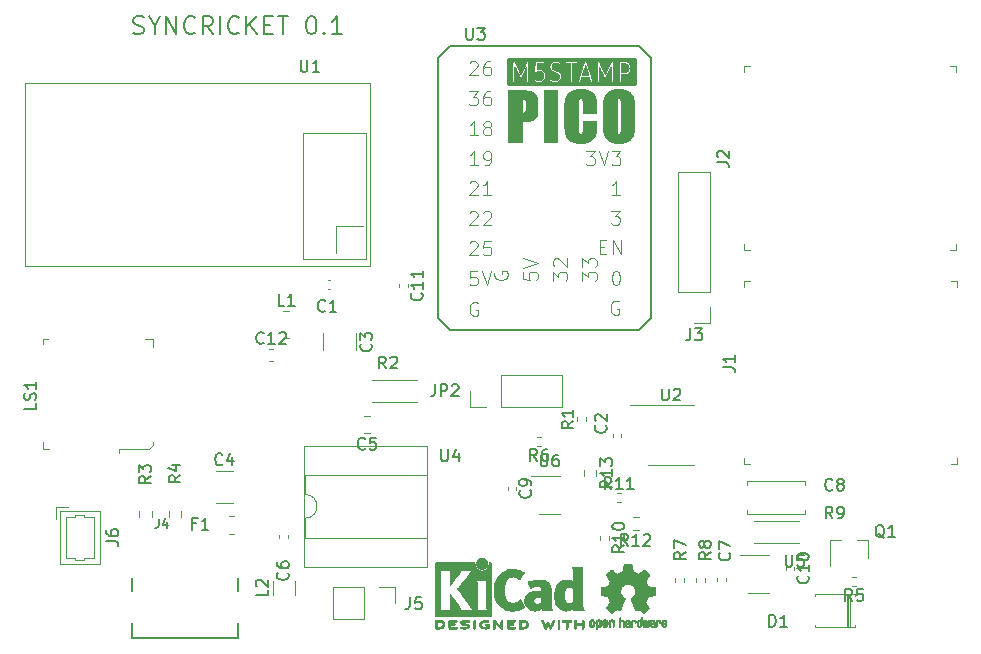
<source format=gbr>
%TF.GenerationSoftware,KiCad,Pcbnew,5.1.10-88a1d61d58~90~ubuntu21.04.1*%
%TF.CreationDate,2021-10-05T18:42:24+09:00*%
%TF.ProjectId,syncricket,73796e63-7269-4636-9b65-742e6b696361,rev?*%
%TF.SameCoordinates,Original*%
%TF.FileFunction,Legend,Top*%
%TF.FilePolarity,Positive*%
%FSLAX46Y46*%
G04 Gerber Fmt 4.6, Leading zero omitted, Abs format (unit mm)*
G04 Created by KiCad (PCBNEW 5.1.10-88a1d61d58~90~ubuntu21.04.1) date 2021-10-05 18:42:24*
%MOMM*%
%LPD*%
G01*
G04 APERTURE LIST*
%ADD10C,0.200000*%
%ADD11C,0.127000*%
%ADD12C,0.120000*%
%ADD13C,0.100000*%
%ADD14C,0.010000*%
%ADD15C,0.025400*%
%ADD16C,0.150000*%
G04 APERTURE END LIST*
D10*
X130178571Y76392857D02*
X130392857Y76321428D01*
X130749999Y76321428D01*
X130892857Y76392857D01*
X130964285Y76464285D01*
X131035714Y76607142D01*
X131035714Y76750000D01*
X130964285Y76892857D01*
X130892857Y76964285D01*
X130749999Y77035714D01*
X130464285Y77107142D01*
X130321428Y77178571D01*
X130249999Y77250000D01*
X130178571Y77392857D01*
X130178571Y77535714D01*
X130249999Y77678571D01*
X130321428Y77750000D01*
X130464285Y77821428D01*
X130821428Y77821428D01*
X131035714Y77750000D01*
X131964285Y77035714D02*
X131964285Y76321428D01*
X131464285Y77821428D02*
X131964285Y77035714D01*
X132464285Y77821428D01*
X132964285Y76321428D02*
X132964285Y77821428D01*
X133821428Y76321428D01*
X133821428Y77821428D01*
X135392857Y76464285D02*
X135321428Y76392857D01*
X135107142Y76321428D01*
X134964285Y76321428D01*
X134750000Y76392857D01*
X134607142Y76535714D01*
X134535714Y76678571D01*
X134464285Y76964285D01*
X134464285Y77178571D01*
X134535714Y77464285D01*
X134607142Y77607142D01*
X134750000Y77750000D01*
X134964285Y77821428D01*
X135107142Y77821428D01*
X135321428Y77750000D01*
X135392857Y77678571D01*
X136892857Y76321428D02*
X136392857Y77035714D01*
X136035714Y76321428D02*
X136035714Y77821428D01*
X136607142Y77821428D01*
X136750000Y77750000D01*
X136821428Y77678571D01*
X136892857Y77535714D01*
X136892857Y77321428D01*
X136821428Y77178571D01*
X136750000Y77107142D01*
X136607142Y77035714D01*
X136035714Y77035714D01*
X137535714Y76321428D02*
X137535714Y77821428D01*
X139107142Y76464285D02*
X139035714Y76392857D01*
X138821428Y76321428D01*
X138678571Y76321428D01*
X138464285Y76392857D01*
X138321428Y76535714D01*
X138250000Y76678571D01*
X138178571Y76964285D01*
X138178571Y77178571D01*
X138250000Y77464285D01*
X138321428Y77607142D01*
X138464285Y77750000D01*
X138678571Y77821428D01*
X138821428Y77821428D01*
X139035714Y77750000D01*
X139107142Y77678571D01*
X139750000Y76321428D02*
X139750000Y77821428D01*
X140607142Y76321428D02*
X139964285Y77178571D01*
X140607142Y77821428D02*
X139750000Y76964285D01*
X141250000Y77107142D02*
X141750000Y77107142D01*
X141964285Y76321428D02*
X141250000Y76321428D01*
X141250000Y77821428D01*
X141964285Y77821428D01*
X142392857Y77821428D02*
X143250000Y77821428D01*
X142821428Y76321428D02*
X142821428Y77821428D01*
X145178571Y77821428D02*
X145321428Y77821428D01*
X145464285Y77750000D01*
X145535714Y77678571D01*
X145607142Y77535714D01*
X145678571Y77250000D01*
X145678571Y76892857D01*
X145607142Y76607142D01*
X145535714Y76464285D01*
X145464285Y76392857D01*
X145321428Y76321428D01*
X145178571Y76321428D01*
X145035714Y76392857D01*
X144964285Y76464285D01*
X144892857Y76607142D01*
X144821428Y76892857D01*
X144821428Y77250000D01*
X144892857Y77535714D01*
X144964285Y77678571D01*
X145035714Y77750000D01*
X145178571Y77821428D01*
X146321428Y76464285D02*
X146392857Y76392857D01*
X146321428Y76321428D01*
X146250000Y76392857D01*
X146321428Y76464285D01*
X146321428Y76321428D01*
X147821428Y76321428D02*
X146964285Y76321428D01*
X147392857Y76321428D02*
X147392857Y77821428D01*
X147250000Y77607142D01*
X147107142Y77464285D01*
X146964285Y77392857D01*
D11*
%TO.C,J4*%
X130100000Y25228500D02*
X130100000Y26478500D01*
X130100000Y29178500D02*
X130100000Y30278500D01*
X139040000Y25228500D02*
X139040000Y26478500D01*
X139040000Y29178500D02*
X139040000Y30278500D01*
X130100000Y25228500D02*
X139040000Y25228500D01*
D12*
%TO.C,C12*%
X141697733Y49640000D02*
X141990267Y49640000D01*
X141697733Y48620000D02*
X141990267Y48620000D01*
%TO.C,J6*%
X123641760Y36252280D02*
X123641760Y35252280D01*
X123641760Y36252280D02*
X124641760Y36252280D01*
X126841760Y32002280D02*
X126841760Y33727280D01*
X125991760Y32002280D02*
X126841760Y32002280D01*
X125991760Y31802280D02*
X125991760Y32002280D01*
X125191760Y31802280D02*
X125991760Y31802280D01*
X125191760Y32002280D02*
X125191760Y31802280D01*
X124441760Y32002280D02*
X125191760Y32002280D01*
X124441760Y33727280D02*
X124441760Y32002280D01*
X126841760Y35452280D02*
X126841760Y33727280D01*
X125991760Y35452280D02*
X126841760Y35452280D01*
X125991760Y35652280D02*
X125991760Y35452280D01*
X125191760Y35652280D02*
X125991760Y35652280D01*
X125191760Y35452280D02*
X125191760Y35652280D01*
X124441760Y35452280D02*
X125191760Y35452280D01*
X124441760Y33727280D02*
X124441760Y35452280D01*
X127351760Y31492280D02*
X127351760Y35962280D01*
X123931760Y31492280D02*
X127351760Y31492280D01*
X123931760Y35962280D02*
X123931760Y31492280D01*
X127351760Y35962280D02*
X123931760Y35962280D01*
%TO.C,L2*%
X143828420Y28848956D02*
X143828420Y30053084D01*
X142008420Y28848956D02*
X142008420Y30053084D01*
%TO.C,L1*%
X142865448Y50641280D02*
X143387952Y50641280D01*
X142865448Y52861280D02*
X143387952Y52861280D01*
%TO.C,C11*%
X152685400Y55158955D02*
X152685400Y54927285D01*
X153405400Y55158955D02*
X153405400Y54927285D01*
%TO.C,C3*%
X146270120Y50981712D02*
X146270120Y49559208D01*
X148990120Y50981712D02*
X148990120Y49559208D01*
%TO.C,R6*%
X164688141Y42199880D02*
X164352899Y42199880D01*
X164688141Y41439880D02*
X164352899Y41439880D01*
%TO.C,U6*%
X164515200Y35673440D02*
X166315200Y35673440D01*
X166315200Y38893440D02*
X163865200Y38893440D01*
%TO.C,R13*%
X169364160Y39415224D02*
X169364160Y38905776D01*
X168319160Y39415224D02*
X168319160Y38905776D01*
%TO.C,R12*%
X172949564Y34368260D02*
X172440116Y34368260D01*
X172949564Y35413260D02*
X172440116Y35413260D01*
%TO.C,R11*%
X171117519Y37465320D02*
X171452761Y37465320D01*
X171117519Y36705320D02*
X171452761Y36705320D01*
%TO.C,R10*%
X170484040Y33851881D02*
X170484040Y33516639D01*
X169724040Y33851881D02*
X169724040Y33516639D01*
%TO.C,C9*%
X162595120Y37986015D02*
X162595120Y37754345D01*
X161875120Y37986015D02*
X161875120Y37754345D01*
%TO.C,U2*%
X175681880Y39811060D02*
X177631880Y39811060D01*
X175681880Y39811060D02*
X173731880Y39811060D01*
X175681880Y44931060D02*
X177631880Y44931060D01*
X175681880Y44931060D02*
X172231880Y44931060D01*
%TO.C,R1*%
X167765700Y43542019D02*
X167765700Y43877261D01*
X168525700Y43542019D02*
X168525700Y43877261D01*
D13*
%TO.C,LS1*%
X122558120Y50475860D02*
X122908120Y50475860D01*
X122558120Y50050860D02*
X122558120Y50475860D01*
X131808120Y50475860D02*
X131808120Y49875860D01*
X131183120Y50475860D02*
X131808120Y50475860D01*
X122558120Y41225860D02*
X123058120Y41225860D01*
X122558120Y41825860D02*
X122558120Y41225860D01*
X128958120Y41225860D02*
X128958120Y40900860D01*
X131808120Y41575860D02*
X131458120Y41225860D01*
X131808120Y41775860D02*
X131808120Y41575860D01*
X131458120Y41225860D02*
X128958120Y41225860D01*
D12*
%TO.C,C5*%
X150233252Y44023000D02*
X149710748Y44023000D01*
X150233252Y42553000D02*
X149710748Y42553000D01*
%TO.C,C10*%
X186125680Y31221995D02*
X186125680Y30990325D01*
X185405680Y31221995D02*
X185405680Y30990325D01*
D14*
%TO.C,REF002*%
G36*
X172125650Y31450812D02*
G01*
X172204194Y31450382D01*
X172261038Y31449218D01*
X172299845Y31446953D01*
X172324278Y31443220D01*
X172338002Y31437654D01*
X172344680Y31429887D01*
X172347976Y31419555D01*
X172348296Y31418217D01*
X172353302Y31394081D01*
X172362569Y31346459D01*
X172375132Y31280419D01*
X172390027Y31201032D01*
X172406291Y31113364D01*
X172406859Y31110285D01*
X172423150Y31024371D01*
X172438392Y30948464D01*
X172451601Y30887115D01*
X172461794Y30844878D01*
X172467988Y30826305D01*
X172468283Y30825976D01*
X172486528Y30816907D01*
X172524145Y30801793D01*
X172573011Y30783898D01*
X172573283Y30783802D01*
X172634833Y30760667D01*
X172707397Y30731195D01*
X172775797Y30701563D01*
X172779034Y30700098D01*
X172890442Y30649534D01*
X173137139Y30818000D01*
X173212817Y30869357D01*
X173281371Y30915271D01*
X173338828Y30953130D01*
X173381216Y30980323D01*
X173404565Y30994239D01*
X173406782Y30995271D01*
X173423750Y30990676D01*
X173455441Y30968505D01*
X173503092Y30927713D01*
X173567938Y30867255D01*
X173634137Y30802933D01*
X173697954Y30739548D01*
X173755069Y30681709D01*
X173802045Y30632985D01*
X173835443Y30596950D01*
X173851825Y30577176D01*
X173852434Y30576158D01*
X173854245Y30562588D01*
X173847423Y30540427D01*
X173830280Y30506682D01*
X173801133Y30458360D01*
X173758295Y30392468D01*
X173701188Y30307643D01*
X173650506Y30232983D01*
X173605201Y30166020D01*
X173567890Y30110644D01*
X173541192Y30070740D01*
X173527725Y30050198D01*
X173526877Y30048804D01*
X173528521Y30029122D01*
X173540985Y29990867D01*
X173561788Y29941271D01*
X173569202Y29925432D01*
X173601554Y29854870D01*
X173636068Y29774807D01*
X173664105Y29705531D01*
X173684308Y29654115D01*
X173700355Y29615041D01*
X173709628Y29594619D01*
X173710781Y29593046D01*
X173727836Y29590439D01*
X173768038Y29583297D01*
X173826042Y29572637D01*
X173896503Y29559475D01*
X173974075Y29544827D01*
X174053412Y29529711D01*
X174129171Y29515142D01*
X174196004Y29502138D01*
X174248568Y29491715D01*
X174281516Y29484890D01*
X174289597Y29482961D01*
X174297945Y29478198D01*
X174304246Y29467442D01*
X174308785Y29447062D01*
X174311844Y29413426D01*
X174313707Y29362905D01*
X174314658Y29291868D01*
X174314980Y29196684D01*
X174314997Y29157668D01*
X174314997Y28840361D01*
X174238797Y28825321D01*
X174196403Y28817165D01*
X174133140Y28805261D01*
X174056702Y28791044D01*
X173974783Y28775950D01*
X173952140Y28771805D01*
X173876546Y28757107D01*
X173810693Y28742655D01*
X173760106Y28729785D01*
X173730314Y28719838D01*
X173725352Y28716873D01*
X173713166Y28695877D01*
X173695693Y28655193D01*
X173676317Y28602838D01*
X173672474Y28591560D01*
X173647079Y28521637D01*
X173615557Y28442742D01*
X173584709Y28371894D01*
X173584557Y28371565D01*
X173533187Y28260427D01*
X173702139Y28011907D01*
X173871092Y27763388D01*
X173654169Y27546102D01*
X173588559Y27481434D01*
X173528719Y27424427D01*
X173478007Y27378127D01*
X173439786Y27345576D01*
X173417415Y27329817D01*
X173414206Y27328817D01*
X173395366Y27336691D01*
X173356920Y27358582D01*
X173303070Y27391893D01*
X173238016Y27434029D01*
X173167680Y27481217D01*
X173096295Y27529350D01*
X173032648Y27571232D01*
X172980781Y27604289D01*
X172944735Y27625942D01*
X172928607Y27633617D01*
X172908929Y27627123D01*
X172871615Y27610010D01*
X172824361Y27585834D01*
X172819352Y27583147D01*
X172755717Y27551233D01*
X172712081Y27535581D01*
X172684942Y27535415D01*
X172670797Y27549956D01*
X172670715Y27550160D01*
X172663645Y27567381D01*
X172646782Y27608261D01*
X172621435Y27669635D01*
X172588911Y27748341D01*
X172550518Y27841213D01*
X172507562Y27945088D01*
X172465962Y28045658D01*
X172420244Y28156644D01*
X172378266Y28259457D01*
X172341288Y28350945D01*
X172310567Y28427959D01*
X172287362Y28487345D01*
X172272930Y28525951D01*
X172268483Y28540360D01*
X172279636Y28556888D01*
X172308809Y28583230D01*
X172347711Y28612273D01*
X172458497Y28704121D01*
X172545091Y28809401D01*
X172606456Y28925894D01*
X172641555Y29051384D01*
X172649348Y29183653D01*
X172643683Y29244703D01*
X172612818Y29371365D01*
X172559660Y29483219D01*
X172487507Y29579159D01*
X172399657Y29658084D01*
X172299405Y29718890D01*
X172190050Y29760473D01*
X172074887Y29781732D01*
X171957215Y29781561D01*
X171840330Y29758859D01*
X171727529Y29712522D01*
X171622109Y29641447D01*
X171578108Y29601249D01*
X171493719Y29498031D01*
X171434962Y29385235D01*
X171401444Y29266150D01*
X171392775Y29144065D01*
X171408563Y29022267D01*
X171448418Y28904044D01*
X171511947Y28792685D01*
X171598761Y28691476D01*
X171695769Y28612273D01*
X171736177Y28581998D01*
X171764722Y28555941D01*
X171774997Y28540335D01*
X171769617Y28523317D01*
X171754315Y28482660D01*
X171730352Y28421518D01*
X171698984Y28343041D01*
X171661472Y28250380D01*
X171619073Y28146688D01*
X171577403Y28045634D01*
X171531430Y27934553D01*
X171488847Y27831619D01*
X171450961Y27739995D01*
X171419080Y27662844D01*
X171394511Y27603329D01*
X171378560Y27564616D01*
X171372650Y27550160D01*
X171358688Y27535475D01*
X171331680Y27535518D01*
X171288153Y27551061D01*
X171224630Y27582876D01*
X171224128Y27583147D01*
X171176300Y27607837D01*
X171137637Y27625822D01*
X171115835Y27633546D01*
X171114873Y27633617D01*
X171098461Y27625782D01*
X171062227Y27603995D01*
X171010214Y27570832D01*
X170946465Y27528869D01*
X170875800Y27481217D01*
X170803856Y27432969D01*
X170739014Y27391009D01*
X170685475Y27357933D01*
X170647437Y27336339D01*
X170629273Y27328817D01*
X170612548Y27338703D01*
X170578920Y27366334D01*
X170531750Y27408665D01*
X170474398Y27462655D01*
X170410224Y27525261D01*
X170389237Y27546177D01*
X170172239Y27763537D01*
X170337408Y28005940D01*
X170387604Y28080379D01*
X170431659Y28147188D01*
X170467102Y28202495D01*
X170491459Y28242431D01*
X170502262Y28263124D01*
X170502578Y28264597D01*
X170496883Y28284102D01*
X170481566Y28323338D01*
X170459277Y28375730D01*
X170443633Y28410805D01*
X170414381Y28477959D01*
X170386834Y28545802D01*
X170365477Y28603126D01*
X170359675Y28620588D01*
X170343192Y28667222D01*
X170327080Y28703255D01*
X170318230Y28716873D01*
X170298700Y28725208D01*
X170256074Y28737023D01*
X170195885Y28750979D01*
X170123662Y28765738D01*
X170091340Y28771805D01*
X170009262Y28786887D01*
X169930535Y28801491D01*
X169862849Y28814180D01*
X169813900Y28823518D01*
X169804683Y28825321D01*
X169728483Y28840361D01*
X169728483Y29157668D01*
X169728654Y29262006D01*
X169729356Y29340947D01*
X169730874Y29398122D01*
X169733489Y29437161D01*
X169737486Y29461695D01*
X169743149Y29475355D01*
X169750760Y29481771D01*
X169753883Y29482961D01*
X169772718Y29487180D01*
X169814328Y29495598D01*
X169873370Y29507199D01*
X169944497Y29520965D01*
X170022365Y29535880D01*
X170101627Y29550928D01*
X170176938Y29565091D01*
X170242953Y29577354D01*
X170294327Y29586699D01*
X170325715Y29592110D01*
X170332699Y29593046D01*
X170339025Y29605564D01*
X170353030Y29638914D01*
X170372095Y29686783D01*
X170379374Y29705531D01*
X170408736Y29777965D01*
X170443311Y29857990D01*
X170474277Y29925432D01*
X170497063Y29977001D01*
X170512222Y30019375D01*
X170517282Y30045326D01*
X170516476Y30048804D01*
X170505781Y30065224D01*
X170481360Y30101743D01*
X170445835Y30154473D01*
X170401827Y30219525D01*
X170351957Y30293009D01*
X170342096Y30307515D01*
X170284232Y30393456D01*
X170241696Y30458899D01*
X170212794Y30506856D01*
X170195830Y30540340D01*
X170189107Y30562365D01*
X170190930Y30575943D01*
X170190976Y30576029D01*
X170205326Y30593863D01*
X170237063Y30628343D01*
X170282750Y30675892D01*
X170338944Y30732938D01*
X170402208Y30795905D01*
X170409342Y30802933D01*
X170489070Y30880140D01*
X170550597Y30936830D01*
X170595161Y30974050D01*
X170623997Y30992845D01*
X170636698Y30995271D01*
X170655234Y30984689D01*
X170693701Y30960244D01*
X170748126Y30924548D01*
X170814538Y30880213D01*
X170888965Y30829849D01*
X170906341Y30818000D01*
X171153037Y30649534D01*
X171264446Y30700098D01*
X171332197Y30729565D01*
X171404923Y30759201D01*
X171467443Y30782830D01*
X171470197Y30783802D01*
X171519100Y30801703D01*
X171556797Y30816840D01*
X171575165Y30825950D01*
X171575196Y30825976D01*
X171581025Y30842443D01*
X171590932Y30882941D01*
X171603935Y30942918D01*
X171619049Y31017820D01*
X171635292Y31103096D01*
X171636621Y31110285D01*
X171652915Y31198146D01*
X171667873Y31277900D01*
X171680531Y31344479D01*
X171689926Y31392813D01*
X171695094Y31417835D01*
X171695184Y31418217D01*
X171698329Y31428861D01*
X171704444Y31436898D01*
X171717193Y31442693D01*
X171740240Y31446613D01*
X171777249Y31449025D01*
X171831884Y31450295D01*
X171907807Y31450789D01*
X172008684Y31450874D01*
X172021740Y31450874D01*
X172125650Y31450812D01*
G37*
X172125650Y31450812D02*
X172204194Y31450382D01*
X172261038Y31449218D01*
X172299845Y31446953D01*
X172324278Y31443220D01*
X172338002Y31437654D01*
X172344680Y31429887D01*
X172347976Y31419555D01*
X172348296Y31418217D01*
X172353302Y31394081D01*
X172362569Y31346459D01*
X172375132Y31280419D01*
X172390027Y31201032D01*
X172406291Y31113364D01*
X172406859Y31110285D01*
X172423150Y31024371D01*
X172438392Y30948464D01*
X172451601Y30887115D01*
X172461794Y30844878D01*
X172467988Y30826305D01*
X172468283Y30825976D01*
X172486528Y30816907D01*
X172524145Y30801793D01*
X172573011Y30783898D01*
X172573283Y30783802D01*
X172634833Y30760667D01*
X172707397Y30731195D01*
X172775797Y30701563D01*
X172779034Y30700098D01*
X172890442Y30649534D01*
X173137139Y30818000D01*
X173212817Y30869357D01*
X173281371Y30915271D01*
X173338828Y30953130D01*
X173381216Y30980323D01*
X173404565Y30994239D01*
X173406782Y30995271D01*
X173423750Y30990676D01*
X173455441Y30968505D01*
X173503092Y30927713D01*
X173567938Y30867255D01*
X173634137Y30802933D01*
X173697954Y30739548D01*
X173755069Y30681709D01*
X173802045Y30632985D01*
X173835443Y30596950D01*
X173851825Y30577176D01*
X173852434Y30576158D01*
X173854245Y30562588D01*
X173847423Y30540427D01*
X173830280Y30506682D01*
X173801133Y30458360D01*
X173758295Y30392468D01*
X173701188Y30307643D01*
X173650506Y30232983D01*
X173605201Y30166020D01*
X173567890Y30110644D01*
X173541192Y30070740D01*
X173527725Y30050198D01*
X173526877Y30048804D01*
X173528521Y30029122D01*
X173540985Y29990867D01*
X173561788Y29941271D01*
X173569202Y29925432D01*
X173601554Y29854870D01*
X173636068Y29774807D01*
X173664105Y29705531D01*
X173684308Y29654115D01*
X173700355Y29615041D01*
X173709628Y29594619D01*
X173710781Y29593046D01*
X173727836Y29590439D01*
X173768038Y29583297D01*
X173826042Y29572637D01*
X173896503Y29559475D01*
X173974075Y29544827D01*
X174053412Y29529711D01*
X174129171Y29515142D01*
X174196004Y29502138D01*
X174248568Y29491715D01*
X174281516Y29484890D01*
X174289597Y29482961D01*
X174297945Y29478198D01*
X174304246Y29467442D01*
X174308785Y29447062D01*
X174311844Y29413426D01*
X174313707Y29362905D01*
X174314658Y29291868D01*
X174314980Y29196684D01*
X174314997Y29157668D01*
X174314997Y28840361D01*
X174238797Y28825321D01*
X174196403Y28817165D01*
X174133140Y28805261D01*
X174056702Y28791044D01*
X173974783Y28775950D01*
X173952140Y28771805D01*
X173876546Y28757107D01*
X173810693Y28742655D01*
X173760106Y28729785D01*
X173730314Y28719838D01*
X173725352Y28716873D01*
X173713166Y28695877D01*
X173695693Y28655193D01*
X173676317Y28602838D01*
X173672474Y28591560D01*
X173647079Y28521637D01*
X173615557Y28442742D01*
X173584709Y28371894D01*
X173584557Y28371565D01*
X173533187Y28260427D01*
X173702139Y28011907D01*
X173871092Y27763388D01*
X173654169Y27546102D01*
X173588559Y27481434D01*
X173528719Y27424427D01*
X173478007Y27378127D01*
X173439786Y27345576D01*
X173417415Y27329817D01*
X173414206Y27328817D01*
X173395366Y27336691D01*
X173356920Y27358582D01*
X173303070Y27391893D01*
X173238016Y27434029D01*
X173167680Y27481217D01*
X173096295Y27529350D01*
X173032648Y27571232D01*
X172980781Y27604289D01*
X172944735Y27625942D01*
X172928607Y27633617D01*
X172908929Y27627123D01*
X172871615Y27610010D01*
X172824361Y27585834D01*
X172819352Y27583147D01*
X172755717Y27551233D01*
X172712081Y27535581D01*
X172684942Y27535415D01*
X172670797Y27549956D01*
X172670715Y27550160D01*
X172663645Y27567381D01*
X172646782Y27608261D01*
X172621435Y27669635D01*
X172588911Y27748341D01*
X172550518Y27841213D01*
X172507562Y27945088D01*
X172465962Y28045658D01*
X172420244Y28156644D01*
X172378266Y28259457D01*
X172341288Y28350945D01*
X172310567Y28427959D01*
X172287362Y28487345D01*
X172272930Y28525951D01*
X172268483Y28540360D01*
X172279636Y28556888D01*
X172308809Y28583230D01*
X172347711Y28612273D01*
X172458497Y28704121D01*
X172545091Y28809401D01*
X172606456Y28925894D01*
X172641555Y29051384D01*
X172649348Y29183653D01*
X172643683Y29244703D01*
X172612818Y29371365D01*
X172559660Y29483219D01*
X172487507Y29579159D01*
X172399657Y29658084D01*
X172299405Y29718890D01*
X172190050Y29760473D01*
X172074887Y29781732D01*
X171957215Y29781561D01*
X171840330Y29758859D01*
X171727529Y29712522D01*
X171622109Y29641447D01*
X171578108Y29601249D01*
X171493719Y29498031D01*
X171434962Y29385235D01*
X171401444Y29266150D01*
X171392775Y29144065D01*
X171408563Y29022267D01*
X171448418Y28904044D01*
X171511947Y28792685D01*
X171598761Y28691476D01*
X171695769Y28612273D01*
X171736177Y28581998D01*
X171764722Y28555941D01*
X171774997Y28540335D01*
X171769617Y28523317D01*
X171754315Y28482660D01*
X171730352Y28421518D01*
X171698984Y28343041D01*
X171661472Y28250380D01*
X171619073Y28146688D01*
X171577403Y28045634D01*
X171531430Y27934553D01*
X171488847Y27831619D01*
X171450961Y27739995D01*
X171419080Y27662844D01*
X171394511Y27603329D01*
X171378560Y27564616D01*
X171372650Y27550160D01*
X171358688Y27535475D01*
X171331680Y27535518D01*
X171288153Y27551061D01*
X171224630Y27582876D01*
X171224128Y27583147D01*
X171176300Y27607837D01*
X171137637Y27625822D01*
X171115835Y27633546D01*
X171114873Y27633617D01*
X171098461Y27625782D01*
X171062227Y27603995D01*
X171010214Y27570832D01*
X170946465Y27528869D01*
X170875800Y27481217D01*
X170803856Y27432969D01*
X170739014Y27391009D01*
X170685475Y27357933D01*
X170647437Y27336339D01*
X170629273Y27328817D01*
X170612548Y27338703D01*
X170578920Y27366334D01*
X170531750Y27408665D01*
X170474398Y27462655D01*
X170410224Y27525261D01*
X170389237Y27546177D01*
X170172239Y27763537D01*
X170337408Y28005940D01*
X170387604Y28080379D01*
X170431659Y28147188D01*
X170467102Y28202495D01*
X170491459Y28242431D01*
X170502262Y28263124D01*
X170502578Y28264597D01*
X170496883Y28284102D01*
X170481566Y28323338D01*
X170459277Y28375730D01*
X170443633Y28410805D01*
X170414381Y28477959D01*
X170386834Y28545802D01*
X170365477Y28603126D01*
X170359675Y28620588D01*
X170343192Y28667222D01*
X170327080Y28703255D01*
X170318230Y28716873D01*
X170298700Y28725208D01*
X170256074Y28737023D01*
X170195885Y28750979D01*
X170123662Y28765738D01*
X170091340Y28771805D01*
X170009262Y28786887D01*
X169930535Y28801491D01*
X169862849Y28814180D01*
X169813900Y28823518D01*
X169804683Y28825321D01*
X169728483Y28840361D01*
X169728483Y29157668D01*
X169728654Y29262006D01*
X169729356Y29340947D01*
X169730874Y29398122D01*
X169733489Y29437161D01*
X169737486Y29461695D01*
X169743149Y29475355D01*
X169750760Y29481771D01*
X169753883Y29482961D01*
X169772718Y29487180D01*
X169814328Y29495598D01*
X169873370Y29507199D01*
X169944497Y29520965D01*
X170022365Y29535880D01*
X170101627Y29550928D01*
X170176938Y29565091D01*
X170242953Y29577354D01*
X170294327Y29586699D01*
X170325715Y29592110D01*
X170332699Y29593046D01*
X170339025Y29605564D01*
X170353030Y29638914D01*
X170372095Y29686783D01*
X170379374Y29705531D01*
X170408736Y29777965D01*
X170443311Y29857990D01*
X170474277Y29925432D01*
X170497063Y29977001D01*
X170512222Y30019375D01*
X170517282Y30045326D01*
X170516476Y30048804D01*
X170505781Y30065224D01*
X170481360Y30101743D01*
X170445835Y30154473D01*
X170401827Y30219525D01*
X170351957Y30293009D01*
X170342096Y30307515D01*
X170284232Y30393456D01*
X170241696Y30458899D01*
X170212794Y30506856D01*
X170195830Y30540340D01*
X170189107Y30562365D01*
X170190930Y30575943D01*
X170190976Y30576029D01*
X170205326Y30593863D01*
X170237063Y30628343D01*
X170282750Y30675892D01*
X170338944Y30732938D01*
X170402208Y30795905D01*
X170409342Y30802933D01*
X170489070Y30880140D01*
X170550597Y30936830D01*
X170595161Y30974050D01*
X170623997Y30992845D01*
X170636698Y30995271D01*
X170655234Y30984689D01*
X170693701Y30960244D01*
X170748126Y30924548D01*
X170814538Y30880213D01*
X170888965Y30829849D01*
X170906341Y30818000D01*
X171153037Y30649534D01*
X171264446Y30700098D01*
X171332197Y30729565D01*
X171404923Y30759201D01*
X171467443Y30782830D01*
X171470197Y30783802D01*
X171519100Y30801703D01*
X171556797Y30816840D01*
X171575165Y30825950D01*
X171575196Y30825976D01*
X171581025Y30842443D01*
X171590932Y30882941D01*
X171603935Y30942918D01*
X171619049Y31017820D01*
X171635292Y31103096D01*
X171636621Y31110285D01*
X171652915Y31198146D01*
X171667873Y31277900D01*
X171680531Y31344479D01*
X171689926Y31392813D01*
X171695094Y31417835D01*
X171695184Y31418217D01*
X171698329Y31428861D01*
X171704444Y31436898D01*
X171717193Y31442693D01*
X171740240Y31446613D01*
X171777249Y31449025D01*
X171831884Y31450295D01*
X171907807Y31450789D01*
X172008684Y31450874D01*
X172021740Y31450874D01*
X172125650Y31450812D01*
G36*
X175175335Y26726194D02*
G01*
X175232761Y26688663D01*
X175260459Y26655064D01*
X175282402Y26594096D01*
X175284145Y26545852D01*
X175280197Y26481344D01*
X175131426Y26416226D01*
X175059089Y26382958D01*
X175011824Y26356196D01*
X174987247Y26333016D01*
X174982977Y26310493D01*
X174996629Y26285705D01*
X175011683Y26269274D01*
X175055486Y26242925D01*
X175103129Y26241079D01*
X175146885Y26261614D01*
X175179029Y26302408D01*
X175184778Y26316813D01*
X175212316Y26361804D01*
X175243998Y26380978D01*
X175287454Y26397381D01*
X175287454Y26335194D01*
X175283612Y26292877D01*
X175268563Y26257191D01*
X175237020Y26216217D01*
X175232332Y26210893D01*
X175197246Y26174440D01*
X175167087Y26154877D01*
X175129355Y26145877D01*
X175098075Y26142930D01*
X175042125Y26142195D01*
X175002295Y26151500D01*
X174977448Y26165314D01*
X174938396Y26195693D01*
X174911365Y26228547D01*
X174894257Y26269866D01*
X174884978Y26325639D01*
X174881433Y26401855D01*
X174881150Y26440538D01*
X174882112Y26486913D01*
X174969747Y26486913D01*
X174970763Y26462034D01*
X174973296Y26457960D01*
X174990014Y26463495D01*
X175025989Y26478143D01*
X175074071Y26498970D01*
X175084126Y26503446D01*
X175144892Y26534346D01*
X175178372Y26561503D01*
X175185730Y26586940D01*
X175168131Y26612679D01*
X175153596Y26624051D01*
X175101150Y26646796D01*
X175052062Y26643038D01*
X175010967Y26615276D01*
X174982498Y26566008D01*
X174973371Y26526903D01*
X174969747Y26486913D01*
X174882112Y26486913D01*
X174883025Y26530911D01*
X174889936Y26597776D01*
X174903624Y26646465D01*
X174925836Y26682311D01*
X174958314Y26710647D01*
X174972473Y26719805D01*
X175036793Y26743653D01*
X175107213Y26745154D01*
X175175335Y26726194D01*
G37*
X175175335Y26726194D02*
X175232761Y26688663D01*
X175260459Y26655064D01*
X175282402Y26594096D01*
X175284145Y26545852D01*
X175280197Y26481344D01*
X175131426Y26416226D01*
X175059089Y26382958D01*
X175011824Y26356196D01*
X174987247Y26333016D01*
X174982977Y26310493D01*
X174996629Y26285705D01*
X175011683Y26269274D01*
X175055486Y26242925D01*
X175103129Y26241079D01*
X175146885Y26261614D01*
X175179029Y26302408D01*
X175184778Y26316813D01*
X175212316Y26361804D01*
X175243998Y26380978D01*
X175287454Y26397381D01*
X175287454Y26335194D01*
X175283612Y26292877D01*
X175268563Y26257191D01*
X175237020Y26216217D01*
X175232332Y26210893D01*
X175197246Y26174440D01*
X175167087Y26154877D01*
X175129355Y26145877D01*
X175098075Y26142930D01*
X175042125Y26142195D01*
X175002295Y26151500D01*
X174977448Y26165314D01*
X174938396Y26195693D01*
X174911365Y26228547D01*
X174894257Y26269866D01*
X174884978Y26325639D01*
X174881433Y26401855D01*
X174881150Y26440538D01*
X174882112Y26486913D01*
X174969747Y26486913D01*
X174970763Y26462034D01*
X174973296Y26457960D01*
X174990014Y26463495D01*
X175025989Y26478143D01*
X175074071Y26498970D01*
X175084126Y26503446D01*
X175144892Y26534346D01*
X175178372Y26561503D01*
X175185730Y26586940D01*
X175168131Y26612679D01*
X175153596Y26624051D01*
X175101150Y26646796D01*
X175052062Y26643038D01*
X175010967Y26615276D01*
X174982498Y26566008D01*
X174973371Y26526903D01*
X174969747Y26486913D01*
X174882112Y26486913D01*
X174883025Y26530911D01*
X174889936Y26597776D01*
X174903624Y26646465D01*
X174925836Y26682311D01*
X174958314Y26710647D01*
X174972473Y26719805D01*
X175036793Y26743653D01*
X175107213Y26745154D01*
X175175335Y26726194D01*
G36*
X174674340Y26734408D02*
G01*
X174691688Y26726826D01*
X174733096Y26694032D01*
X174768505Y26646613D01*
X174790404Y26596009D01*
X174793969Y26571062D01*
X174782019Y26536233D01*
X174755807Y26517803D01*
X174727704Y26506644D01*
X174714835Y26504588D01*
X174708569Y26519511D01*
X174696196Y26551985D01*
X174690768Y26566658D01*
X174660330Y26617416D01*
X174616260Y26642733D01*
X174559750Y26641954D01*
X174555565Y26640957D01*
X174525395Y26626653D01*
X174503216Y26598767D01*
X174488067Y26553873D01*
X174478990Y26488545D01*
X174475026Y26399356D01*
X174474654Y26351899D01*
X174474470Y26277089D01*
X174473262Y26226091D01*
X174470049Y26193689D01*
X174463849Y26174665D01*
X174453680Y26163804D01*
X174438559Y26155888D01*
X174437686Y26155490D01*
X174408568Y26143179D01*
X174394143Y26138646D01*
X174391926Y26152351D01*
X174390029Y26190235D01*
X174388587Y26247445D01*
X174387738Y26319133D01*
X174387569Y26371595D01*
X174388432Y26473113D01*
X174391810Y26550128D01*
X174398882Y26607137D01*
X174410828Y26648634D01*
X174428830Y26679117D01*
X174454067Y26703080D01*
X174478987Y26719805D01*
X174538911Y26742063D01*
X174608651Y26747084D01*
X174674340Y26734408D01*
G37*
X174674340Y26734408D02*
X174691688Y26726826D01*
X174733096Y26694032D01*
X174768505Y26646613D01*
X174790404Y26596009D01*
X174793969Y26571062D01*
X174782019Y26536233D01*
X174755807Y26517803D01*
X174727704Y26506644D01*
X174714835Y26504588D01*
X174708569Y26519511D01*
X174696196Y26551985D01*
X174690768Y26566658D01*
X174660330Y26617416D01*
X174616260Y26642733D01*
X174559750Y26641954D01*
X174555565Y26640957D01*
X174525395Y26626653D01*
X174503216Y26598767D01*
X174488067Y26553873D01*
X174478990Y26488545D01*
X174475026Y26399356D01*
X174474654Y26351899D01*
X174474470Y26277089D01*
X174473262Y26226091D01*
X174470049Y26193689D01*
X174463849Y26174665D01*
X174453680Y26163804D01*
X174438559Y26155888D01*
X174437686Y26155490D01*
X174408568Y26143179D01*
X174394143Y26138646D01*
X174391926Y26152351D01*
X174390029Y26190235D01*
X174388587Y26247445D01*
X174387738Y26319133D01*
X174387569Y26371595D01*
X174388432Y26473113D01*
X174391810Y26550128D01*
X174398882Y26607137D01*
X174410828Y26648634D01*
X174428830Y26679117D01*
X174454067Y26703080D01*
X174478987Y26719805D01*
X174538911Y26742063D01*
X174608651Y26747084D01*
X174674340Y26734408D01*
G36*
X174166616Y26736825D02*
G01*
X174208407Y26717816D01*
X174241209Y26694782D01*
X174265243Y26669027D01*
X174281837Y26635802D01*
X174292317Y26590360D01*
X174298011Y26527953D01*
X174300247Y26443833D01*
X174300483Y26388439D01*
X174300483Y26172334D01*
X174263514Y26155490D01*
X174234396Y26143179D01*
X174219971Y26138646D01*
X174217212Y26152135D01*
X174215022Y26188507D01*
X174213682Y26241618D01*
X174213397Y26283788D01*
X174212174Y26344713D01*
X174208876Y26393045D01*
X174204061Y26422642D01*
X174200236Y26428931D01*
X174174523Y26422508D01*
X174134158Y26406035D01*
X174087419Y26383702D01*
X174042585Y26359703D01*
X174007933Y26338230D01*
X173991742Y26323475D01*
X173991678Y26323315D01*
X173993070Y26296008D01*
X174005558Y26269941D01*
X174027483Y26248768D01*
X174059483Y26241686D01*
X174086832Y26242511D01*
X174125566Y26243118D01*
X174145898Y26234044D01*
X174158109Y26210068D01*
X174159649Y26205547D01*
X174164943Y26171354D01*
X174150787Y26150592D01*
X174113888Y26140698D01*
X174074029Y26138868D01*
X174002302Y26152433D01*
X173965172Y26171805D01*
X173919316Y26217315D01*
X173894996Y26273177D01*
X173892813Y26332203D01*
X173913369Y26387207D01*
X173944289Y26421674D01*
X173975160Y26440971D01*
X174023682Y26465401D01*
X174080225Y26490175D01*
X174089650Y26493961D01*
X174151759Y26521369D01*
X174187562Y26545526D01*
X174199077Y26569541D01*
X174188320Y26596525D01*
X174169854Y26617617D01*
X174126209Y26643588D01*
X174078186Y26645536D01*
X174034146Y26625523D01*
X174002449Y26585609D01*
X173998289Y26575312D01*
X173974067Y26537436D01*
X173938705Y26509318D01*
X173894083Y26486243D01*
X173894083Y26551675D01*
X173896709Y26591654D01*
X173907970Y26623163D01*
X173932939Y26656782D01*
X173956909Y26682676D01*
X173994181Y26719343D01*
X174023141Y26739039D01*
X174054245Y26746940D01*
X174089453Y26748246D01*
X174166616Y26736825D01*
G37*
X174166616Y26736825D02*
X174208407Y26717816D01*
X174241209Y26694782D01*
X174265243Y26669027D01*
X174281837Y26635802D01*
X174292317Y26590360D01*
X174298011Y26527953D01*
X174300247Y26443833D01*
X174300483Y26388439D01*
X174300483Y26172334D01*
X174263514Y26155490D01*
X174234396Y26143179D01*
X174219971Y26138646D01*
X174217212Y26152135D01*
X174215022Y26188507D01*
X174213682Y26241618D01*
X174213397Y26283788D01*
X174212174Y26344713D01*
X174208876Y26393045D01*
X174204061Y26422642D01*
X174200236Y26428931D01*
X174174523Y26422508D01*
X174134158Y26406035D01*
X174087419Y26383702D01*
X174042585Y26359703D01*
X174007933Y26338230D01*
X173991742Y26323475D01*
X173991678Y26323315D01*
X173993070Y26296008D01*
X174005558Y26269941D01*
X174027483Y26248768D01*
X174059483Y26241686D01*
X174086832Y26242511D01*
X174125566Y26243118D01*
X174145898Y26234044D01*
X174158109Y26210068D01*
X174159649Y26205547D01*
X174164943Y26171354D01*
X174150787Y26150592D01*
X174113888Y26140698D01*
X174074029Y26138868D01*
X174002302Y26152433D01*
X173965172Y26171805D01*
X173919316Y26217315D01*
X173894996Y26273177D01*
X173892813Y26332203D01*
X173913369Y26387207D01*
X173944289Y26421674D01*
X173975160Y26440971D01*
X174023682Y26465401D01*
X174080225Y26490175D01*
X174089650Y26493961D01*
X174151759Y26521369D01*
X174187562Y26545526D01*
X174199077Y26569541D01*
X174188320Y26596525D01*
X174169854Y26617617D01*
X174126209Y26643588D01*
X174078186Y26645536D01*
X174034146Y26625523D01*
X174002449Y26585609D01*
X173998289Y26575312D01*
X173974067Y26537436D01*
X173938705Y26509318D01*
X173894083Y26486243D01*
X173894083Y26551675D01*
X173896709Y26591654D01*
X173907970Y26623163D01*
X173932939Y26656782D01*
X173956909Y26682676D01*
X173994181Y26719343D01*
X174023141Y26739039D01*
X174054245Y26746940D01*
X174089453Y26748246D01*
X174166616Y26736825D01*
G36*
X173801573Y26734497D02*
G01*
X173803788Y26696310D01*
X173805524Y26638274D01*
X173806639Y26564980D01*
X173806997Y26488105D01*
X173806997Y26227964D01*
X173761066Y26182033D01*
X173729415Y26153731D01*
X173701630Y26142267D01*
X173663655Y26142992D01*
X173648580Y26144839D01*
X173601466Y26150212D01*
X173562496Y26153291D01*
X173552997Y26153575D01*
X173520973Y26151715D01*
X173475172Y26147046D01*
X173457414Y26144839D01*
X173413797Y26141425D01*
X173384485Y26148840D01*
X173355420Y26171733D01*
X173344928Y26182033D01*
X173298997Y26227964D01*
X173298997Y26714558D01*
X173335966Y26731402D01*
X173367799Y26743878D01*
X173386423Y26748246D01*
X173391198Y26734442D01*
X173395661Y26695874D01*
X173399515Y26636804D01*
X173402462Y26561497D01*
X173403883Y26497874D01*
X173407854Y26247503D01*
X173442499Y26242604D01*
X173474008Y26246029D01*
X173489448Y26257119D01*
X173493763Y26277852D01*
X173497448Y26322015D01*
X173500209Y26384014D01*
X173501752Y26458251D01*
X173501975Y26496454D01*
X173502197Y26716377D01*
X173547906Y26732311D01*
X173580258Y26743145D01*
X173597855Y26748198D01*
X173598363Y26748246D01*
X173600128Y26734512D01*
X173602069Y26696430D01*
X173604022Y26638678D01*
X173605824Y26565933D01*
X173607083Y26497874D01*
X173611054Y26247503D01*
X173698140Y26247503D01*
X173702136Y26475920D01*
X173706132Y26704338D01*
X173748587Y26726292D01*
X173779932Y26741367D01*
X173798484Y26748209D01*
X173799019Y26748246D01*
X173801573Y26734497D01*
G37*
X173801573Y26734497D02*
X173803788Y26696310D01*
X173805524Y26638274D01*
X173806639Y26564980D01*
X173806997Y26488105D01*
X173806997Y26227964D01*
X173761066Y26182033D01*
X173729415Y26153731D01*
X173701630Y26142267D01*
X173663655Y26142992D01*
X173648580Y26144839D01*
X173601466Y26150212D01*
X173562496Y26153291D01*
X173552997Y26153575D01*
X173520973Y26151715D01*
X173475172Y26147046D01*
X173457414Y26144839D01*
X173413797Y26141425D01*
X173384485Y26148840D01*
X173355420Y26171733D01*
X173344928Y26182033D01*
X173298997Y26227964D01*
X173298997Y26714558D01*
X173335966Y26731402D01*
X173367799Y26743878D01*
X173386423Y26748246D01*
X173391198Y26734442D01*
X173395661Y26695874D01*
X173399515Y26636804D01*
X173402462Y26561497D01*
X173403883Y26497874D01*
X173407854Y26247503D01*
X173442499Y26242604D01*
X173474008Y26246029D01*
X173489448Y26257119D01*
X173493763Y26277852D01*
X173497448Y26322015D01*
X173500209Y26384014D01*
X173501752Y26458251D01*
X173501975Y26496454D01*
X173502197Y26716377D01*
X173547906Y26732311D01*
X173580258Y26743145D01*
X173597855Y26748198D01*
X173598363Y26748246D01*
X173600128Y26734512D01*
X173602069Y26696430D01*
X173604022Y26638678D01*
X173605824Y26565933D01*
X173607083Y26497874D01*
X173611054Y26247503D01*
X173698140Y26247503D01*
X173702136Y26475920D01*
X173706132Y26704338D01*
X173748587Y26726292D01*
X173779932Y26741367D01*
X173798484Y26748209D01*
X173799019Y26748246D01*
X173801573Y26734497D01*
G36*
X173211857Y26627802D02*
G01*
X173211673Y26519323D01*
X173210959Y26435873D01*
X173209415Y26373456D01*
X173206741Y26328075D01*
X173202634Y26295731D01*
X173196795Y26272427D01*
X173188922Y26254165D01*
X173182961Y26243742D01*
X173133595Y26187215D01*
X173071004Y26151783D01*
X173001753Y26139070D01*
X172932408Y26150697D01*
X172891115Y26171592D01*
X172847765Y26207738D01*
X172818221Y26251884D01*
X172800395Y26309698D01*
X172792203Y26386847D01*
X172791042Y26443446D01*
X172791198Y26447513D01*
X172892597Y26447513D01*
X172893216Y26382610D01*
X172896054Y26339646D01*
X172902580Y26311538D01*
X172914263Y26291207D01*
X172928223Y26275872D01*
X172975105Y26246270D01*
X173025441Y26243741D01*
X173073016Y26268455D01*
X173076719Y26271804D01*
X173092523Y26289225D01*
X173102433Y26309951D01*
X173107798Y26340798D01*
X173109968Y26388583D01*
X173110311Y26441412D01*
X173109567Y26507779D01*
X173106488Y26552054D01*
X173099801Y26581151D01*
X173088236Y26601987D01*
X173078753Y26613053D01*
X173034700Y26640962D01*
X172983964Y26644317D01*
X172935536Y26623001D01*
X172926190Y26615087D01*
X172910280Y26597513D01*
X172900350Y26576573D01*
X172895018Y26545378D01*
X172892903Y26497038D01*
X172892597Y26447513D01*
X172791198Y26447513D01*
X172794550Y26534592D01*
X172806466Y26603074D01*
X172828875Y26654560D01*
X172863864Y26694717D01*
X172891115Y26715299D01*
X172940647Y26737535D01*
X172998056Y26747856D01*
X173051422Y26745093D01*
X173081283Y26733948D01*
X173093001Y26730777D01*
X173100777Y26742603D01*
X173106205Y26774294D01*
X173110311Y26822567D01*
X173114807Y26876331D01*
X173121053Y26908678D01*
X173132416Y26927175D01*
X173152268Y26939390D01*
X173164740Y26944798D01*
X173211911Y26964559D01*
X173211857Y26627802D01*
G37*
X173211857Y26627802D02*
X173211673Y26519323D01*
X173210959Y26435873D01*
X173209415Y26373456D01*
X173206741Y26328075D01*
X173202634Y26295731D01*
X173196795Y26272427D01*
X173188922Y26254165D01*
X173182961Y26243742D01*
X173133595Y26187215D01*
X173071004Y26151783D01*
X173001753Y26139070D01*
X172932408Y26150697D01*
X172891115Y26171592D01*
X172847765Y26207738D01*
X172818221Y26251884D01*
X172800395Y26309698D01*
X172792203Y26386847D01*
X172791042Y26443446D01*
X172791198Y26447513D01*
X172892597Y26447513D01*
X172893216Y26382610D01*
X172896054Y26339646D01*
X172902580Y26311538D01*
X172914263Y26291207D01*
X172928223Y26275872D01*
X172975105Y26246270D01*
X173025441Y26243741D01*
X173073016Y26268455D01*
X173076719Y26271804D01*
X173092523Y26289225D01*
X173102433Y26309951D01*
X173107798Y26340798D01*
X173109968Y26388583D01*
X173110311Y26441412D01*
X173109567Y26507779D01*
X173106488Y26552054D01*
X173099801Y26581151D01*
X173088236Y26601987D01*
X173078753Y26613053D01*
X173034700Y26640962D01*
X172983964Y26644317D01*
X172935536Y26623001D01*
X172926190Y26615087D01*
X172910280Y26597513D01*
X172900350Y26576573D01*
X172895018Y26545378D01*
X172892903Y26497038D01*
X172892597Y26447513D01*
X172791198Y26447513D01*
X172794550Y26534592D01*
X172806466Y26603074D01*
X172828875Y26654560D01*
X172863864Y26694717D01*
X172891115Y26715299D01*
X172940647Y26737535D01*
X172998056Y26747856D01*
X173051422Y26745093D01*
X173081283Y26733948D01*
X173093001Y26730777D01*
X173100777Y26742603D01*
X173106205Y26774294D01*
X173110311Y26822567D01*
X173114807Y26876331D01*
X173121053Y26908678D01*
X173132416Y26927175D01*
X173152268Y26939390D01*
X173164740Y26944798D01*
X173211911Y26964559D01*
X173211857Y26627802D01*
G36*
X172551666Y26743405D02*
G01*
X172617598Y26719076D01*
X172671013Y26676043D01*
X172691904Y26645751D01*
X172714679Y26590166D01*
X172714206Y26549974D01*
X172690302Y26522943D01*
X172681457Y26518347D01*
X172643270Y26504016D01*
X172623768Y26507688D01*
X172617162Y26531753D01*
X172616826Y26545046D01*
X172604732Y26593950D01*
X172573211Y26628161D01*
X172529399Y26644684D01*
X172480435Y26640526D01*
X172440634Y26618933D01*
X172427190Y26606616D01*
X172417661Y26591673D01*
X172411225Y26569085D01*
X172407057Y26533832D01*
X172404337Y26480894D01*
X172402242Y26405253D01*
X172401700Y26381303D01*
X172399721Y26299370D01*
X172397471Y26241705D01*
X172394097Y26203552D01*
X172388746Y26180156D01*
X172380564Y26166762D01*
X172368699Y26158615D01*
X172361102Y26155016D01*
X172328842Y26142708D01*
X172309851Y26138646D01*
X172303576Y26152212D01*
X172299746Y26193226D01*
X172298340Y26262161D01*
X172299338Y26359491D01*
X172299648Y26374503D01*
X172301841Y26463301D01*
X172304433Y26528141D01*
X172308122Y26574093D01*
X172313604Y26606225D01*
X172321575Y26629607D01*
X172332733Y26649308D01*
X172338570Y26657750D01*
X172372036Y26695103D01*
X172409467Y26724157D01*
X172414049Y26726693D01*
X172481166Y26746717D01*
X172551666Y26743405D01*
G37*
X172551666Y26743405D02*
X172617598Y26719076D01*
X172671013Y26676043D01*
X172691904Y26645751D01*
X172714679Y26590166D01*
X172714206Y26549974D01*
X172690302Y26522943D01*
X172681457Y26518347D01*
X172643270Y26504016D01*
X172623768Y26507688D01*
X172617162Y26531753D01*
X172616826Y26545046D01*
X172604732Y26593950D01*
X172573211Y26628161D01*
X172529399Y26644684D01*
X172480435Y26640526D01*
X172440634Y26618933D01*
X172427190Y26606616D01*
X172417661Y26591673D01*
X172411225Y26569085D01*
X172407057Y26533832D01*
X172404337Y26480894D01*
X172402242Y26405253D01*
X172401700Y26381303D01*
X172399721Y26299370D01*
X172397471Y26241705D01*
X172394097Y26203552D01*
X172388746Y26180156D01*
X172380564Y26166762D01*
X172368699Y26158615D01*
X172361102Y26155016D01*
X172328842Y26142708D01*
X172309851Y26138646D01*
X172303576Y26152212D01*
X172299746Y26193226D01*
X172298340Y26262161D01*
X172299338Y26359491D01*
X172299648Y26374503D01*
X172301841Y26463301D01*
X172304433Y26528141D01*
X172308122Y26574093D01*
X172313604Y26606225D01*
X172321575Y26629607D01*
X172332733Y26649308D01*
X172338570Y26657750D01*
X172372036Y26695103D01*
X172409467Y26724157D01*
X172414049Y26726693D01*
X172481166Y26746717D01*
X172551666Y26743405D01*
G36*
X172061484Y26742192D02*
G01*
X172118356Y26721073D01*
X172119007Y26720667D01*
X172154180Y26694780D01*
X172180147Y26664527D01*
X172198410Y26625102D01*
X172210472Y26571698D01*
X172217836Y26499509D01*
X172222004Y26403728D01*
X172222369Y26390082D01*
X172227616Y26184318D01*
X172183456Y26161482D01*
X172151503Y26146050D01*
X172132210Y26138737D01*
X172131318Y26138646D01*
X172127979Y26152138D01*
X172125327Y26188534D01*
X172123696Y26241708D01*
X172123340Y26284767D01*
X172123332Y26354519D01*
X172120143Y26398323D01*
X172109028Y26419216D01*
X172085241Y26420235D01*
X172044036Y26404419D01*
X171981826Y26375345D01*
X171936081Y26351197D01*
X171912553Y26330247D01*
X171905636Y26307413D01*
X171905626Y26306283D01*
X171917039Y26266948D01*
X171950832Y26245698D01*
X172002549Y26242621D01*
X172039801Y26243154D01*
X172059443Y26232425D01*
X172071692Y26206655D01*
X172078742Y26173823D01*
X172068582Y26155194D01*
X172064757Y26152528D01*
X172028741Y26141820D01*
X171978306Y26140304D01*
X171926366Y26147401D01*
X171889562Y26160372D01*
X171838678Y26203575D01*
X171809754Y26263714D01*
X171804026Y26310698D01*
X171808397Y26353078D01*
X171824215Y26387672D01*
X171855537Y26418397D01*
X171906418Y26449170D01*
X171980916Y26483908D01*
X171985454Y26485872D01*
X172052561Y26516873D01*
X172093972Y26542298D01*
X172111721Y26565146D01*
X172107847Y26588415D01*
X172084383Y26615104D01*
X172077367Y26621246D01*
X172030370Y26645060D01*
X171981673Y26644057D01*
X171939262Y26620709D01*
X171911124Y26577485D01*
X171908509Y26569000D01*
X171883048Y26527852D01*
X171850741Y26508032D01*
X171804026Y26488390D01*
X171804026Y26539210D01*
X171818236Y26613078D01*
X171860415Y26680833D01*
X171882364Y26703499D01*
X171932257Y26732591D01*
X171995707Y26745760D01*
X172061484Y26742192D01*
G37*
X172061484Y26742192D02*
X172118356Y26721073D01*
X172119007Y26720667D01*
X172154180Y26694780D01*
X172180147Y26664527D01*
X172198410Y26625102D01*
X172210472Y26571698D01*
X172217836Y26499509D01*
X172222004Y26403728D01*
X172222369Y26390082D01*
X172227616Y26184318D01*
X172183456Y26161482D01*
X172151503Y26146050D01*
X172132210Y26138737D01*
X172131318Y26138646D01*
X172127979Y26152138D01*
X172125327Y26188534D01*
X172123696Y26241708D01*
X172123340Y26284767D01*
X172123332Y26354519D01*
X172120143Y26398323D01*
X172109028Y26419216D01*
X172085241Y26420235D01*
X172044036Y26404419D01*
X171981826Y26375345D01*
X171936081Y26351197D01*
X171912553Y26330247D01*
X171905636Y26307413D01*
X171905626Y26306283D01*
X171917039Y26266948D01*
X171950832Y26245698D01*
X172002549Y26242621D01*
X172039801Y26243154D01*
X172059443Y26232425D01*
X172071692Y26206655D01*
X172078742Y26173823D01*
X172068582Y26155194D01*
X172064757Y26152528D01*
X172028741Y26141820D01*
X171978306Y26140304D01*
X171926366Y26147401D01*
X171889562Y26160372D01*
X171838678Y26203575D01*
X171809754Y26263714D01*
X171804026Y26310698D01*
X171808397Y26353078D01*
X171824215Y26387672D01*
X171855537Y26418397D01*
X171906418Y26449170D01*
X171980916Y26483908D01*
X171985454Y26485872D01*
X172052561Y26516873D01*
X172093972Y26542298D01*
X172111721Y26565146D01*
X172107847Y26588415D01*
X172084383Y26615104D01*
X172077367Y26621246D01*
X172030370Y26645060D01*
X171981673Y26644057D01*
X171939262Y26620709D01*
X171911124Y26577485D01*
X171908509Y26569000D01*
X171883048Y26527852D01*
X171850741Y26508032D01*
X171804026Y26488390D01*
X171804026Y26539210D01*
X171818236Y26613078D01*
X171860415Y26680833D01*
X171882364Y26703499D01*
X171932257Y26732591D01*
X171995707Y26745760D01*
X172061484Y26742192D01*
G36*
X171397626Y26841871D02*
G01*
X171401879Y26782547D01*
X171406765Y26747588D01*
X171413535Y26732340D01*
X171423442Y26732145D01*
X171426654Y26733965D01*
X171469384Y26747145D01*
X171524967Y26746375D01*
X171581477Y26732827D01*
X171616822Y26715299D01*
X171653061Y26687299D01*
X171679553Y26655611D01*
X171697739Y26615347D01*
X171709062Y26561617D01*
X171714962Y26489534D01*
X171716883Y26394209D01*
X171716917Y26375923D01*
X171716940Y26170514D01*
X171671231Y26154580D01*
X171638767Y26143740D01*
X171620955Y26138692D01*
X171620431Y26138646D01*
X171618677Y26152332D01*
X171617184Y26190084D01*
X171616066Y26246936D01*
X171615437Y26317926D01*
X171615340Y26361087D01*
X171615138Y26446187D01*
X171614098Y26507179D01*
X171611571Y26548983D01*
X171606904Y26576518D01*
X171599447Y26594704D01*
X171588551Y26608462D01*
X171581747Y26615087D01*
X171535012Y26641785D01*
X171484012Y26643785D01*
X171437741Y26621205D01*
X171429184Y26613053D01*
X171416633Y26597724D01*
X171407928Y26579542D01*
X171402371Y26553251D01*
X171399266Y26513598D01*
X171397916Y26455328D01*
X171397626Y26374987D01*
X171397626Y26170514D01*
X171351917Y26154580D01*
X171319453Y26143740D01*
X171301641Y26138692D01*
X171301117Y26138646D01*
X171299777Y26152537D01*
X171298568Y26191721D01*
X171297541Y26252460D01*
X171296742Y26331019D01*
X171296221Y26423662D01*
X171296026Y26526651D01*
X171296026Y26923818D01*
X171343197Y26943716D01*
X171390369Y26963613D01*
X171397626Y26841871D01*
G37*
X171397626Y26841871D02*
X171401879Y26782547D01*
X171406765Y26747588D01*
X171413535Y26732340D01*
X171423442Y26732145D01*
X171426654Y26733965D01*
X171469384Y26747145D01*
X171524967Y26746375D01*
X171581477Y26732827D01*
X171616822Y26715299D01*
X171653061Y26687299D01*
X171679553Y26655611D01*
X171697739Y26615347D01*
X171709062Y26561617D01*
X171714962Y26489534D01*
X171716883Y26394209D01*
X171716917Y26375923D01*
X171716940Y26170514D01*
X171671231Y26154580D01*
X171638767Y26143740D01*
X171620955Y26138692D01*
X171620431Y26138646D01*
X171618677Y26152332D01*
X171617184Y26190084D01*
X171616066Y26246936D01*
X171615437Y26317926D01*
X171615340Y26361087D01*
X171615138Y26446187D01*
X171614098Y26507179D01*
X171611571Y26548983D01*
X171606904Y26576518D01*
X171599447Y26594704D01*
X171588551Y26608462D01*
X171581747Y26615087D01*
X171535012Y26641785D01*
X171484012Y26643785D01*
X171437741Y26621205D01*
X171429184Y26613053D01*
X171416633Y26597724D01*
X171407928Y26579542D01*
X171402371Y26553251D01*
X171399266Y26513598D01*
X171397916Y26455328D01*
X171397626Y26374987D01*
X171397626Y26170514D01*
X171351917Y26154580D01*
X171319453Y26143740D01*
X171301641Y26138692D01*
X171301117Y26138646D01*
X171299777Y26152537D01*
X171298568Y26191721D01*
X171297541Y26252460D01*
X171296742Y26331019D01*
X171296221Y26423662D01*
X171296026Y26526651D01*
X171296026Y26923818D01*
X171343197Y26943716D01*
X171390369Y26963613D01*
X171397626Y26841871D01*
G36*
X170190043Y26761921D02*
G01*
X170247267Y26723425D01*
X170291489Y26667825D01*
X170317907Y26597074D01*
X170323250Y26544998D01*
X170322643Y26523267D01*
X170317562Y26506629D01*
X170303595Y26491723D01*
X170276329Y26475187D01*
X170231352Y26453662D01*
X170164251Y26423786D01*
X170163911Y26423636D01*
X170102147Y26395347D01*
X170051499Y26370227D01*
X170017144Y26350981D01*
X170004258Y26340312D01*
X170004254Y26340226D01*
X170015612Y26316994D01*
X170042171Y26291386D01*
X170072663Y26272939D01*
X170088110Y26269274D01*
X170130255Y26281948D01*
X170166548Y26313689D01*
X170184257Y26348588D01*
X170201292Y26374315D01*
X170234662Y26403614D01*
X170273889Y26428925D01*
X170308496Y26442689D01*
X170315733Y26443446D01*
X170323879Y26431000D01*
X170324370Y26399188D01*
X170318383Y26356294D01*
X170307097Y26310602D01*
X170291690Y26270399D01*
X170290911Y26268838D01*
X170244544Y26204098D01*
X170184451Y26160063D01*
X170116205Y26138449D01*
X170045378Y26140975D01*
X169977544Y26169356D01*
X169974528Y26171352D01*
X169921167Y26219712D01*
X169886080Y26282808D01*
X169866662Y26365773D01*
X169864056Y26389082D01*
X169859441Y26499105D01*
X169864973Y26550412D01*
X170004254Y26550412D01*
X170006064Y26518407D01*
X170015962Y26509067D01*
X170040638Y26516055D01*
X170079535Y26532573D01*
X170123015Y26553279D01*
X170124096Y26553827D01*
X170160949Y26573211D01*
X170175740Y26586147D01*
X170172093Y26599709D01*
X170156735Y26617528D01*
X170117663Y26643315D01*
X170075586Y26645210D01*
X170037843Y26626443D01*
X170011774Y26590245D01*
X170004254Y26550412D01*
X169864973Y26550412D01*
X169868934Y26587133D01*
X169893290Y26656948D01*
X169927196Y26705858D01*
X169988393Y26755282D01*
X170055803Y26779801D01*
X170124620Y26781363D01*
X170190043Y26761921D01*
G37*
X170190043Y26761921D02*
X170247267Y26723425D01*
X170291489Y26667825D01*
X170317907Y26597074D01*
X170323250Y26544998D01*
X170322643Y26523267D01*
X170317562Y26506629D01*
X170303595Y26491723D01*
X170276329Y26475187D01*
X170231352Y26453662D01*
X170164251Y26423786D01*
X170163911Y26423636D01*
X170102147Y26395347D01*
X170051499Y26370227D01*
X170017144Y26350981D01*
X170004258Y26340312D01*
X170004254Y26340226D01*
X170015612Y26316994D01*
X170042171Y26291386D01*
X170072663Y26272939D01*
X170088110Y26269274D01*
X170130255Y26281948D01*
X170166548Y26313689D01*
X170184257Y26348588D01*
X170201292Y26374315D01*
X170234662Y26403614D01*
X170273889Y26428925D01*
X170308496Y26442689D01*
X170315733Y26443446D01*
X170323879Y26431000D01*
X170324370Y26399188D01*
X170318383Y26356294D01*
X170307097Y26310602D01*
X170291690Y26270399D01*
X170290911Y26268838D01*
X170244544Y26204098D01*
X170184451Y26160063D01*
X170116205Y26138449D01*
X170045378Y26140975D01*
X169977544Y26169356D01*
X169974528Y26171352D01*
X169921167Y26219712D01*
X169886080Y26282808D01*
X169866662Y26365773D01*
X169864056Y26389082D01*
X169859441Y26499105D01*
X169864973Y26550412D01*
X170004254Y26550412D01*
X170006064Y26518407D01*
X170015962Y26509067D01*
X170040638Y26516055D01*
X170079535Y26532573D01*
X170123015Y26553279D01*
X170124096Y26553827D01*
X170160949Y26573211D01*
X170175740Y26586147D01*
X170172093Y26599709D01*
X170156735Y26617528D01*
X170117663Y26643315D01*
X170075586Y26645210D01*
X170037843Y26626443D01*
X170011774Y26590245D01*
X170004254Y26550412D01*
X169864973Y26550412D01*
X169868934Y26587133D01*
X169893290Y26656948D01*
X169927196Y26705858D01*
X169988393Y26755282D01*
X170055803Y26779801D01*
X170124620Y26781363D01*
X170190043Y26761921D01*
G36*
X169062855Y26771198D02*
G01*
X169130885Y26735427D01*
X169181091Y26677859D01*
X169198925Y26640848D01*
X169212803Y26585278D01*
X169219907Y26515064D01*
X169220580Y26438433D01*
X169215167Y26363608D01*
X169204010Y26298818D01*
X169187454Y26252287D01*
X169182366Y26244273D01*
X169122095Y26184453D01*
X169050509Y26148625D01*
X168972832Y26138140D01*
X168894288Y26154350D01*
X168872429Y26164068D01*
X168829862Y26194017D01*
X168792503Y26233727D01*
X168788972Y26238763D01*
X168774621Y26263036D01*
X168765134Y26288982D01*
X168759530Y26323138D01*
X168756826Y26372041D01*
X168756039Y26442225D01*
X168756026Y26457960D01*
X168756062Y26462968D01*
X168901169Y26462968D01*
X168902013Y26396730D01*
X168905336Y26352774D01*
X168912323Y26324381D01*
X168924156Y26304835D01*
X168930197Y26298303D01*
X168964926Y26273480D01*
X168998643Y26274612D01*
X169032735Y26296144D01*
X169053069Y26319131D01*
X169065111Y26352682D01*
X169071874Y26405591D01*
X169072338Y26411761D01*
X169073492Y26507647D01*
X169061428Y26578861D01*
X169036310Y26624966D01*
X168998300Y26645525D01*
X168984732Y26646646D01*
X168949104Y26641008D01*
X168924734Y26621474D01*
X168909833Y26584118D01*
X168902615Y26525010D01*
X168901169Y26462968D01*
X168756062Y26462968D01*
X168756566Y26532747D01*
X168758836Y26585001D01*
X168763808Y26621211D01*
X168772453Y26647861D01*
X168785745Y26671438D01*
X168788683Y26675822D01*
X168838053Y26734911D01*
X168891849Y26769213D01*
X168957342Y26782829D01*
X168979582Y26783495D01*
X169062855Y26771198D01*
G37*
X169062855Y26771198D02*
X169130885Y26735427D01*
X169181091Y26677859D01*
X169198925Y26640848D01*
X169212803Y26585278D01*
X169219907Y26515064D01*
X169220580Y26438433D01*
X169215167Y26363608D01*
X169204010Y26298818D01*
X169187454Y26252287D01*
X169182366Y26244273D01*
X169122095Y26184453D01*
X169050509Y26148625D01*
X168972832Y26138140D01*
X168894288Y26154350D01*
X168872429Y26164068D01*
X168829862Y26194017D01*
X168792503Y26233727D01*
X168788972Y26238763D01*
X168774621Y26263036D01*
X168765134Y26288982D01*
X168759530Y26323138D01*
X168756826Y26372041D01*
X168756039Y26442225D01*
X168756026Y26457960D01*
X168756062Y26462968D01*
X168901169Y26462968D01*
X168902013Y26396730D01*
X168905336Y26352774D01*
X168912323Y26324381D01*
X168924156Y26304835D01*
X168930197Y26298303D01*
X168964926Y26273480D01*
X168998643Y26274612D01*
X169032735Y26296144D01*
X169053069Y26319131D01*
X169065111Y26352682D01*
X169071874Y26405591D01*
X169072338Y26411761D01*
X169073492Y26507647D01*
X169061428Y26578861D01*
X169036310Y26624966D01*
X168998300Y26645525D01*
X168984732Y26646646D01*
X168949104Y26641008D01*
X168924734Y26621474D01*
X168909833Y26584118D01*
X168902615Y26525010D01*
X168901169Y26462968D01*
X168756062Y26462968D01*
X168756566Y26532747D01*
X168758836Y26585001D01*
X168763808Y26621211D01*
X168772453Y26647861D01*
X168785745Y26671438D01*
X168788683Y26675822D01*
X168838053Y26734911D01*
X168891849Y26769213D01*
X168957342Y26782829D01*
X168979582Y26783495D01*
X169062855Y26771198D01*
G36*
X170737833Y26765380D02*
G01*
X170784412Y26738437D01*
X170816797Y26711694D01*
X170840482Y26683676D01*
X170856799Y26649412D01*
X170867079Y26603933D01*
X170872654Y26542268D01*
X170874856Y26459449D01*
X170875111Y26399914D01*
X170875111Y26180769D01*
X170813426Y26153116D01*
X170751740Y26125463D01*
X170744483Y26365490D01*
X170741484Y26455132D01*
X170738338Y26520198D01*
X170734441Y26565134D01*
X170729187Y26594390D01*
X170721971Y26612412D01*
X170712190Y26623649D01*
X170709052Y26626081D01*
X170661501Y26645077D01*
X170613437Y26637560D01*
X170584826Y26617617D01*
X170573187Y26603485D01*
X170565131Y26584940D01*
X170560011Y26556826D01*
X170557181Y26513987D01*
X170555996Y26451265D01*
X170555797Y26385899D01*
X170555758Y26303892D01*
X170554354Y26245844D01*
X170549654Y26206695D01*
X170539727Y26181380D01*
X170522643Y26164837D01*
X170496472Y26152004D01*
X170461515Y26138669D01*
X170423336Y26124153D01*
X170427881Y26381771D01*
X170429711Y26474641D01*
X170431852Y26543271D01*
X170434921Y26592449D01*
X170439534Y26626962D01*
X170446308Y26651598D01*
X170455859Y26671144D01*
X170467374Y26688390D01*
X170522930Y26743480D01*
X170590720Y26775338D01*
X170664453Y26782969D01*
X170737833Y26765380D01*
G37*
X170737833Y26765380D02*
X170784412Y26738437D01*
X170816797Y26711694D01*
X170840482Y26683676D01*
X170856799Y26649412D01*
X170867079Y26603933D01*
X170872654Y26542268D01*
X170874856Y26459449D01*
X170875111Y26399914D01*
X170875111Y26180769D01*
X170813426Y26153116D01*
X170751740Y26125463D01*
X170744483Y26365490D01*
X170741484Y26455132D01*
X170738338Y26520198D01*
X170734441Y26565134D01*
X170729187Y26594390D01*
X170721971Y26612412D01*
X170712190Y26623649D01*
X170709052Y26626081D01*
X170661501Y26645077D01*
X170613437Y26637560D01*
X170584826Y26617617D01*
X170573187Y26603485D01*
X170565131Y26584940D01*
X170560011Y26556826D01*
X170557181Y26513987D01*
X170555996Y26451265D01*
X170555797Y26385899D01*
X170555758Y26303892D01*
X170554354Y26245844D01*
X170549654Y26206695D01*
X170539727Y26181380D01*
X170522643Y26164837D01*
X170496472Y26152004D01*
X170461515Y26138669D01*
X170423336Y26124153D01*
X170427881Y26381771D01*
X170429711Y26474641D01*
X170431852Y26543271D01*
X170434921Y26592449D01*
X170439534Y26626962D01*
X170446308Y26651598D01*
X170455859Y26671144D01*
X170467374Y26688390D01*
X170522930Y26743480D01*
X170590720Y26775338D01*
X170664453Y26782969D01*
X170737833Y26765380D01*
G36*
X169621484Y26773242D02*
G01*
X169676941Y26745592D01*
X169725888Y26694680D01*
X169739369Y26675822D01*
X169754054Y26651145D01*
X169763582Y26624344D01*
X169769033Y26588573D01*
X169771487Y26536991D01*
X169772026Y26468893D01*
X169769592Y26375572D01*
X169761134Y26305503D01*
X169744914Y26253229D01*
X169719194Y26213291D01*
X169682237Y26180231D01*
X169679522Y26178274D01*
X169643100Y26158252D01*
X169599242Y26148345D01*
X169543464Y26145903D01*
X169452788Y26145903D01*
X169452750Y26057877D01*
X169451906Y26008852D01*
X169446764Y25980095D01*
X169433327Y25962849D01*
X169407598Y25948352D01*
X169401419Y25945391D01*
X169372504Y25931512D01*
X169350116Y25922746D01*
X169333469Y25921989D01*
X169321776Y25932137D01*
X169314250Y25956087D01*
X169310106Y25996734D01*
X169308555Y26056974D01*
X169308811Y26139705D01*
X169310089Y26247821D01*
X169310488Y26280160D01*
X169311925Y26391636D01*
X169313212Y26464557D01*
X169452711Y26464557D01*
X169453495Y26402661D01*
X169456980Y26362163D01*
X169464864Y26335452D01*
X169478845Y26314916D01*
X169488337Y26304900D01*
X169527144Y26275593D01*
X169561503Y26273208D01*
X169596956Y26297410D01*
X169597854Y26298303D01*
X169612279Y26317007D01*
X169621053Y26342428D01*
X169625479Y26381576D01*
X169626858Y26441463D01*
X169626883Y26454730D01*
X169623552Y26537259D01*
X169612709Y26594469D01*
X169593080Y26629394D01*
X169563390Y26645066D01*
X169546231Y26646646D01*
X169505506Y26639234D01*
X169477572Y26614830D01*
X169460757Y26570180D01*
X169453390Y26502030D01*
X169452711Y26464557D01*
X169313212Y26464557D01*
X169313448Y26477915D01*
X169315417Y26542827D01*
X169318190Y26590202D01*
X169322128Y26623870D01*
X169327589Y26647662D01*
X169334932Y26665407D01*
X169344517Y26680936D01*
X169348627Y26686779D01*
X169403145Y26741975D01*
X169472076Y26773270D01*
X169551812Y26781995D01*
X169621484Y26773242D01*
G37*
X169621484Y26773242D02*
X169676941Y26745592D01*
X169725888Y26694680D01*
X169739369Y26675822D01*
X169754054Y26651145D01*
X169763582Y26624344D01*
X169769033Y26588573D01*
X169771487Y26536991D01*
X169772026Y26468893D01*
X169769592Y26375572D01*
X169761134Y26305503D01*
X169744914Y26253229D01*
X169719194Y26213291D01*
X169682237Y26180231D01*
X169679522Y26178274D01*
X169643100Y26158252D01*
X169599242Y26148345D01*
X169543464Y26145903D01*
X169452788Y26145903D01*
X169452750Y26057877D01*
X169451906Y26008852D01*
X169446764Y25980095D01*
X169433327Y25962849D01*
X169407598Y25948352D01*
X169401419Y25945391D01*
X169372504Y25931512D01*
X169350116Y25922746D01*
X169333469Y25921989D01*
X169321776Y25932137D01*
X169314250Y25956087D01*
X169310106Y25996734D01*
X169308555Y26056974D01*
X169308811Y26139705D01*
X169310089Y26247821D01*
X169310488Y26280160D01*
X169311925Y26391636D01*
X169313212Y26464557D01*
X169452711Y26464557D01*
X169453495Y26402661D01*
X169456980Y26362163D01*
X169464864Y26335452D01*
X169478845Y26314916D01*
X169488337Y26304900D01*
X169527144Y26275593D01*
X169561503Y26273208D01*
X169596956Y26297410D01*
X169597854Y26298303D01*
X169612279Y26317007D01*
X169621053Y26342428D01*
X169625479Y26381576D01*
X169626858Y26441463D01*
X169626883Y26454730D01*
X169623552Y26537259D01*
X169612709Y26594469D01*
X169593080Y26629394D01*
X169563390Y26645066D01*
X169546231Y26646646D01*
X169505506Y26639234D01*
X169477572Y26614830D01*
X169460757Y26570180D01*
X169453390Y26502030D01*
X169452711Y26464557D01*
X169313212Y26464557D01*
X169313448Y26477915D01*
X169315417Y26542827D01*
X169318190Y26590202D01*
X169322128Y26623870D01*
X169327589Y26647662D01*
X169334932Y26665407D01*
X169344517Y26680936D01*
X169348627Y26686779D01*
X169403145Y26741975D01*
X169472076Y26773270D01*
X169551812Y26781995D01*
X169621484Y26773242D01*
%TO.C,REF001*%
G36*
X168228823Y26725467D02*
G01*
X168260202Y26703224D01*
X168287911Y26675515D01*
X168287911Y26366080D01*
X168287838Y26274201D01*
X168287495Y26202160D01*
X168286692Y26147220D01*
X168285241Y26106640D01*
X168282952Y26077683D01*
X168279636Y26057609D01*
X168275105Y26043679D01*
X168269169Y26033155D01*
X168264514Y26026900D01*
X168233783Y26002327D01*
X168198496Y25999659D01*
X168166245Y26014729D01*
X168155588Y26023626D01*
X168148464Y26035443D01*
X168144167Y26054474D01*
X168141991Y26085008D01*
X168141228Y26131338D01*
X168141155Y26167129D01*
X168141155Y26301955D01*
X167644444Y26301955D01*
X167644444Y26179300D01*
X167643931Y26123213D01*
X167641876Y26084667D01*
X167637508Y26058639D01*
X167630056Y26040103D01*
X167621047Y26026900D01*
X167590144Y26002396D01*
X167555196Y25999494D01*
X167521738Y26016911D01*
X167512604Y26026041D01*
X167506152Y26038145D01*
X167501897Y26056999D01*
X167499352Y26086380D01*
X167498029Y26130063D01*
X167497443Y26191825D01*
X167497375Y26206000D01*
X167496891Y26322369D01*
X167496641Y26418273D01*
X167496723Y26495823D01*
X167497231Y26557131D01*
X167498262Y26604310D01*
X167499913Y26639470D01*
X167502279Y26664724D01*
X167505457Y26682183D01*
X167509544Y26693959D01*
X167514634Y26702165D01*
X167520266Y26708355D01*
X167552128Y26728156D01*
X167585357Y26725467D01*
X167616735Y26703224D01*
X167629433Y26688874D01*
X167637526Y26673022D01*
X167642042Y26650446D01*
X167644006Y26615922D01*
X167644444Y26564224D01*
X167644444Y26448711D01*
X168141155Y26448711D01*
X168141155Y26567244D01*
X168141662Y26621852D01*
X168143698Y26658725D01*
X168148035Y26682693D01*
X168155447Y26698585D01*
X168163733Y26708355D01*
X168195594Y26728156D01*
X168228823Y26725467D01*
G37*
X168228823Y26725467D02*
X168260202Y26703224D01*
X168287911Y26675515D01*
X168287911Y26366080D01*
X168287838Y26274201D01*
X168287495Y26202160D01*
X168286692Y26147220D01*
X168285241Y26106640D01*
X168282952Y26077683D01*
X168279636Y26057609D01*
X168275105Y26043679D01*
X168269169Y26033155D01*
X168264514Y26026900D01*
X168233783Y26002327D01*
X168198496Y25999659D01*
X168166245Y26014729D01*
X168155588Y26023626D01*
X168148464Y26035443D01*
X168144167Y26054474D01*
X168141991Y26085008D01*
X168141228Y26131338D01*
X168141155Y26167129D01*
X168141155Y26301955D01*
X167644444Y26301955D01*
X167644444Y26179300D01*
X167643931Y26123213D01*
X167641876Y26084667D01*
X167637508Y26058639D01*
X167630056Y26040103D01*
X167621047Y26026900D01*
X167590144Y26002396D01*
X167555196Y25999494D01*
X167521738Y26016911D01*
X167512604Y26026041D01*
X167506152Y26038145D01*
X167501897Y26056999D01*
X167499352Y26086380D01*
X167498029Y26130063D01*
X167497443Y26191825D01*
X167497375Y26206000D01*
X167496891Y26322369D01*
X167496641Y26418273D01*
X167496723Y26495823D01*
X167497231Y26557131D01*
X167498262Y26604310D01*
X167499913Y26639470D01*
X167502279Y26664724D01*
X167505457Y26682183D01*
X167509544Y26693959D01*
X167514634Y26702165D01*
X167520266Y26708355D01*
X167552128Y26728156D01*
X167585357Y26725467D01*
X167616735Y26703224D01*
X167629433Y26688874D01*
X167637526Y26673022D01*
X167642042Y26650446D01*
X167644006Y26615922D01*
X167644444Y26564224D01*
X167644444Y26448711D01*
X168141155Y26448711D01*
X168141155Y26567244D01*
X168141662Y26621852D01*
X168143698Y26658725D01*
X168148035Y26682693D01*
X168155447Y26698585D01*
X168163733Y26708355D01*
X168195594Y26728156D01*
X168228823Y26725467D01*
G36*
X166963065Y26730837D02*
G01*
X167041772Y26730458D01*
X167102863Y26729667D01*
X167148817Y26728330D01*
X167182114Y26726317D01*
X167205236Y26723494D01*
X167220662Y26719731D01*
X167230871Y26714895D01*
X167235813Y26711178D01*
X167261457Y26678642D01*
X167264559Y26644862D01*
X167248711Y26614174D01*
X167238348Y26601911D01*
X167227196Y26593550D01*
X167211035Y26588343D01*
X167185642Y26585543D01*
X167146798Y26584404D01*
X167090280Y26584179D01*
X167079180Y26584178D01*
X166933244Y26584178D01*
X166933244Y26313244D01*
X166933148Y26227846D01*
X166932711Y26162136D01*
X166931712Y26113226D01*
X166929928Y26078227D01*
X166927137Y26054251D01*
X166923117Y26038407D01*
X166917645Y26027809D01*
X166910666Y26019733D01*
X166877734Y25999888D01*
X166843354Y26001452D01*
X166812176Y26024094D01*
X166809886Y26026900D01*
X166802429Y26037508D01*
X166796747Y26049919D01*
X166792601Y26067150D01*
X166789750Y26092216D01*
X166787954Y26128133D01*
X166786972Y26177917D01*
X166786564Y26244583D01*
X166786489Y26320411D01*
X166786489Y26584178D01*
X166647127Y26584178D01*
X166587322Y26584582D01*
X166545918Y26586160D01*
X166518748Y26589453D01*
X166501646Y26595008D01*
X166490443Y26603369D01*
X166489083Y26604822D01*
X166472725Y26638061D01*
X166474172Y26675638D01*
X166492978Y26708355D01*
X166500250Y26714702D01*
X166509627Y26719734D01*
X166523609Y26723604D01*
X166544696Y26726463D01*
X166575389Y26728465D01*
X166618189Y26729761D01*
X166675595Y26730502D01*
X166750110Y26730842D01*
X166844233Y26730932D01*
X166864260Y26730933D01*
X166963065Y26730837D01*
G37*
X166963065Y26730837D02*
X167041772Y26730458D01*
X167102863Y26729667D01*
X167148817Y26728330D01*
X167182114Y26726317D01*
X167205236Y26723494D01*
X167220662Y26719731D01*
X167230871Y26714895D01*
X167235813Y26711178D01*
X167261457Y26678642D01*
X167264559Y26644862D01*
X167248711Y26614174D01*
X167238348Y26601911D01*
X167227196Y26593550D01*
X167211035Y26588343D01*
X167185642Y26585543D01*
X167146798Y26584404D01*
X167090280Y26584179D01*
X167079180Y26584178D01*
X166933244Y26584178D01*
X166933244Y26313244D01*
X166933148Y26227846D01*
X166932711Y26162136D01*
X166931712Y26113226D01*
X166929928Y26078227D01*
X166927137Y26054251D01*
X166923117Y26038407D01*
X166917645Y26027809D01*
X166910666Y26019733D01*
X166877734Y25999888D01*
X166843354Y26001452D01*
X166812176Y26024094D01*
X166809886Y26026900D01*
X166802429Y26037508D01*
X166796747Y26049919D01*
X166792601Y26067150D01*
X166789750Y26092216D01*
X166787954Y26128133D01*
X166786972Y26177917D01*
X166786564Y26244583D01*
X166786489Y26320411D01*
X166786489Y26584178D01*
X166647127Y26584178D01*
X166587322Y26584582D01*
X166545918Y26586160D01*
X166518748Y26589453D01*
X166501646Y26595008D01*
X166490443Y26603369D01*
X166489083Y26604822D01*
X166472725Y26638061D01*
X166474172Y26675638D01*
X166492978Y26708355D01*
X166500250Y26714702D01*
X166509627Y26719734D01*
X166523609Y26723604D01*
X166544696Y26726463D01*
X166575389Y26728465D01*
X166618189Y26729761D01*
X166675595Y26730502D01*
X166750110Y26730842D01*
X166844233Y26730932D01*
X166864260Y26730933D01*
X166963065Y26730837D01*
G36*
X166188614Y26724123D02*
G01*
X166212327Y26709353D01*
X166238978Y26687773D01*
X166238978Y26366227D01*
X166238893Y26272170D01*
X166238529Y26198068D01*
X166237724Y26141296D01*
X166236313Y26099232D01*
X166234133Y26069252D01*
X166231021Y26048733D01*
X166226814Y26035051D01*
X166221348Y26025584D01*
X166217472Y26020918D01*
X166186034Y26000425D01*
X166150233Y26001261D01*
X166118873Y26018736D01*
X166092222Y26040316D01*
X166092222Y26687773D01*
X166118873Y26709353D01*
X166144594Y26725051D01*
X166165600Y26730933D01*
X166188614Y26724123D01*
G37*
X166188614Y26724123D02*
X166212327Y26709353D01*
X166238978Y26687773D01*
X166238978Y26366227D01*
X166238893Y26272170D01*
X166238529Y26198068D01*
X166237724Y26141296D01*
X166236313Y26099232D01*
X166234133Y26069252D01*
X166231021Y26048733D01*
X166226814Y26035051D01*
X166221348Y26025584D01*
X166217472Y26020918D01*
X166186034Y26000425D01*
X166150233Y26001261D01*
X166118873Y26018736D01*
X166092222Y26040316D01*
X166092222Y26687773D01*
X166118873Y26709353D01*
X166144594Y26725051D01*
X166165600Y26730933D01*
X166188614Y26724123D01*
G36*
X165744665Y26728966D02*
G01*
X165764255Y26721965D01*
X165765010Y26721623D01*
X165791613Y26701322D01*
X165806270Y26680439D01*
X165809138Y26670648D01*
X165808996Y26657639D01*
X165804961Y26639105D01*
X165796146Y26612743D01*
X165781669Y26576248D01*
X165760645Y26527313D01*
X165732188Y26463635D01*
X165695415Y26382907D01*
X165675175Y26338784D01*
X165638625Y26260015D01*
X165604315Y26187577D01*
X165573552Y26124120D01*
X165547648Y26072292D01*
X165527910Y26034741D01*
X165515650Y26014116D01*
X165513224Y26011267D01*
X165482183Y25998698D01*
X165447121Y26000381D01*
X165419000Y26015668D01*
X165417854Y26016911D01*
X165406668Y26033846D01*
X165387904Y26066830D01*
X165363875Y26111620D01*
X165336897Y26163968D01*
X165327201Y26183258D01*
X165254014Y26329850D01*
X165174240Y26170607D01*
X165145767Y26115585D01*
X165119350Y26067868D01*
X165097148Y26031107D01*
X165081319Y26008956D01*
X165075954Y26004259D01*
X165034257Y25997898D01*
X164999849Y26011267D01*
X164989728Y26025554D01*
X164972214Y26057308D01*
X164948735Y26103403D01*
X164920720Y26160715D01*
X164889599Y26226120D01*
X164856799Y26296493D01*
X164823750Y26368709D01*
X164791881Y26439645D01*
X164762619Y26506175D01*
X164737395Y26565174D01*
X164717636Y26613519D01*
X164704772Y26648085D01*
X164700231Y26665747D01*
X164700277Y26666387D01*
X164711326Y26688612D01*
X164733410Y26711247D01*
X164734710Y26712232D01*
X164761853Y26727575D01*
X164786958Y26727426D01*
X164796368Y26724534D01*
X164807834Y26718282D01*
X164820010Y26705986D01*
X164834357Y26685092D01*
X164852336Y26653051D01*
X164875407Y26607312D01*
X164905030Y26545323D01*
X164931745Y26488102D01*
X164962480Y26421774D01*
X164990021Y26362126D01*
X165012938Y26312275D01*
X165029798Y26275336D01*
X165039173Y26254427D01*
X165040540Y26251155D01*
X165046689Y26256503D01*
X165060822Y26278891D01*
X165081057Y26315054D01*
X165105515Y26361723D01*
X165115248Y26380978D01*
X165148217Y26445996D01*
X165173643Y26493346D01*
X165193612Y26525781D01*
X165210210Y26546054D01*
X165225524Y26556918D01*
X165241640Y26561125D01*
X165252143Y26561600D01*
X165270670Y26559958D01*
X165286904Y26553169D01*
X165303035Y26538434D01*
X165321251Y26512956D01*
X165343739Y26473939D01*
X165372689Y26418586D01*
X165388662Y26387097D01*
X165414570Y26336913D01*
X165437167Y26295296D01*
X165454458Y26265758D01*
X165464450Y26251811D01*
X165465809Y26251230D01*
X165472261Y26262207D01*
X165486708Y26290710D01*
X165507703Y26333756D01*
X165533797Y26388362D01*
X165563546Y26451546D01*
X165578180Y26482929D01*
X165616250Y26563922D01*
X165646905Y26626244D01*
X165671737Y26671929D01*
X165692337Y26703011D01*
X165710298Y26721522D01*
X165727210Y26729496D01*
X165744665Y26728966D01*
G37*
X165744665Y26728966D02*
X165764255Y26721965D01*
X165765010Y26721623D01*
X165791613Y26701322D01*
X165806270Y26680439D01*
X165809138Y26670648D01*
X165808996Y26657639D01*
X165804961Y26639105D01*
X165796146Y26612743D01*
X165781669Y26576248D01*
X165760645Y26527313D01*
X165732188Y26463635D01*
X165695415Y26382907D01*
X165675175Y26338784D01*
X165638625Y26260015D01*
X165604315Y26187577D01*
X165573552Y26124120D01*
X165547648Y26072292D01*
X165527910Y26034741D01*
X165515650Y26014116D01*
X165513224Y26011267D01*
X165482183Y25998698D01*
X165447121Y26000381D01*
X165419000Y26015668D01*
X165417854Y26016911D01*
X165406668Y26033846D01*
X165387904Y26066830D01*
X165363875Y26111620D01*
X165336897Y26163968D01*
X165327201Y26183258D01*
X165254014Y26329850D01*
X165174240Y26170607D01*
X165145767Y26115585D01*
X165119350Y26067868D01*
X165097148Y26031107D01*
X165081319Y26008956D01*
X165075954Y26004259D01*
X165034257Y25997898D01*
X164999849Y26011267D01*
X164989728Y26025554D01*
X164972214Y26057308D01*
X164948735Y26103403D01*
X164920720Y26160715D01*
X164889599Y26226120D01*
X164856799Y26296493D01*
X164823750Y26368709D01*
X164791881Y26439645D01*
X164762619Y26506175D01*
X164737395Y26565174D01*
X164717636Y26613519D01*
X164704772Y26648085D01*
X164700231Y26665747D01*
X164700277Y26666387D01*
X164711326Y26688612D01*
X164733410Y26711247D01*
X164734710Y26712232D01*
X164761853Y26727575D01*
X164786958Y26727426D01*
X164796368Y26724534D01*
X164807834Y26718282D01*
X164820010Y26705986D01*
X164834357Y26685092D01*
X164852336Y26653051D01*
X164875407Y26607312D01*
X164905030Y26545323D01*
X164931745Y26488102D01*
X164962480Y26421774D01*
X164990021Y26362126D01*
X165012938Y26312275D01*
X165029798Y26275336D01*
X165039173Y26254427D01*
X165040540Y26251155D01*
X165046689Y26256503D01*
X165060822Y26278891D01*
X165081057Y26315054D01*
X165105515Y26361723D01*
X165115248Y26380978D01*
X165148217Y26445996D01*
X165173643Y26493346D01*
X165193612Y26525781D01*
X165210210Y26546054D01*
X165225524Y26556918D01*
X165241640Y26561125D01*
X165252143Y26561600D01*
X165270670Y26559958D01*
X165286904Y26553169D01*
X165303035Y26538434D01*
X165321251Y26512956D01*
X165343739Y26473939D01*
X165372689Y26418586D01*
X165388662Y26387097D01*
X165414570Y26336913D01*
X165437167Y26295296D01*
X165454458Y26265758D01*
X165464450Y26251811D01*
X165465809Y26251230D01*
X165472261Y26262207D01*
X165486708Y26290710D01*
X165507703Y26333756D01*
X165533797Y26388362D01*
X165563546Y26451546D01*
X165578180Y26482929D01*
X165616250Y26563922D01*
X165646905Y26626244D01*
X165671737Y26671929D01*
X165692337Y26703011D01*
X165710298Y26721522D01*
X165727210Y26729496D01*
X165744665Y26728966D01*
G36*
X163018309Y26730725D02*
G01*
X163147288Y26726364D01*
X163256991Y26713139D01*
X163349226Y26690259D01*
X163425802Y26656930D01*
X163488527Y26612362D01*
X163539212Y26555764D01*
X163579663Y26486342D01*
X163580459Y26484649D01*
X163604601Y26422517D01*
X163613203Y26367491D01*
X163606231Y26312113D01*
X163583654Y26248927D01*
X163579372Y26239311D01*
X163550172Y26183034D01*
X163517356Y26139549D01*
X163475002Y26102583D01*
X163417190Y26065865D01*
X163413831Y26063948D01*
X163363504Y26039773D01*
X163306621Y26021718D01*
X163239527Y26009161D01*
X163158565Y26001478D01*
X163060082Y25998047D01*
X163025286Y25997749D01*
X162859594Y25997155D01*
X162836197Y26026900D01*
X162829257Y26036681D01*
X162823842Y26048103D01*
X162819765Y26063905D01*
X162816837Y26086825D01*
X162814867Y26119604D01*
X162814225Y26143911D01*
X162970844Y26143911D01*
X163064726Y26143911D01*
X163119664Y26145517D01*
X163176060Y26149745D01*
X163222345Y26155708D01*
X163225139Y26156210D01*
X163307348Y26178264D01*
X163371114Y26211400D01*
X163418452Y26257153D01*
X163451382Y26317061D01*
X163457108Y26332939D01*
X163462721Y26357667D01*
X163460291Y26382098D01*
X163448467Y26414600D01*
X163441340Y26430566D01*
X163418000Y26472994D01*
X163389880Y26502760D01*
X163358940Y26523489D01*
X163296966Y26550463D01*
X163217651Y26570002D01*
X163125253Y26581254D01*
X163058333Y26583730D01*
X162970844Y26584178D01*
X162970844Y26143911D01*
X162814225Y26143911D01*
X162813668Y26164979D01*
X162813050Y26225689D01*
X162812825Y26304474D01*
X162812800Y26366080D01*
X162812800Y26675515D01*
X162840509Y26703224D01*
X162852806Y26714456D01*
X162866103Y26722147D01*
X162884672Y26726960D01*
X162912786Y26729554D01*
X162954717Y26730590D01*
X163014737Y26730730D01*
X163018309Y26730725D01*
G37*
X163018309Y26730725D02*
X163147288Y26726364D01*
X163256991Y26713139D01*
X163349226Y26690259D01*
X163425802Y26656930D01*
X163488527Y26612362D01*
X163539212Y26555764D01*
X163579663Y26486342D01*
X163580459Y26484649D01*
X163604601Y26422517D01*
X163613203Y26367491D01*
X163606231Y26312113D01*
X163583654Y26248927D01*
X163579372Y26239311D01*
X163550172Y26183034D01*
X163517356Y26139549D01*
X163475002Y26102583D01*
X163417190Y26065865D01*
X163413831Y26063948D01*
X163363504Y26039773D01*
X163306621Y26021718D01*
X163239527Y26009161D01*
X163158565Y26001478D01*
X163060082Y25998047D01*
X163025286Y25997749D01*
X162859594Y25997155D01*
X162836197Y26026900D01*
X162829257Y26036681D01*
X162823842Y26048103D01*
X162819765Y26063905D01*
X162816837Y26086825D01*
X162814867Y26119604D01*
X162814225Y26143911D01*
X162970844Y26143911D01*
X163064726Y26143911D01*
X163119664Y26145517D01*
X163176060Y26149745D01*
X163222345Y26155708D01*
X163225139Y26156210D01*
X163307348Y26178264D01*
X163371114Y26211400D01*
X163418452Y26257153D01*
X163451382Y26317061D01*
X163457108Y26332939D01*
X163462721Y26357667D01*
X163460291Y26382098D01*
X163448467Y26414600D01*
X163441340Y26430566D01*
X163418000Y26472994D01*
X163389880Y26502760D01*
X163358940Y26523489D01*
X163296966Y26550463D01*
X163217651Y26570002D01*
X163125253Y26581254D01*
X163058333Y26583730D01*
X162970844Y26584178D01*
X162970844Y26143911D01*
X162814225Y26143911D01*
X162813668Y26164979D01*
X162813050Y26225689D01*
X162812825Y26304474D01*
X162812800Y26366080D01*
X162812800Y26675515D01*
X162840509Y26703224D01*
X162852806Y26714456D01*
X162866103Y26722147D01*
X162884672Y26726960D01*
X162912786Y26729554D01*
X162954717Y26730590D01*
X163014737Y26730730D01*
X163018309Y26730725D01*
G36*
X162230343Y26730740D02*
G01*
X162306701Y26729826D01*
X162365217Y26727689D01*
X162408255Y26723825D01*
X162438183Y26717733D01*
X162457368Y26708910D01*
X162468176Y26696854D01*
X162472973Y26681061D01*
X162474127Y26661030D01*
X162474133Y26658665D01*
X162473131Y26636008D01*
X162468396Y26618497D01*
X162457333Y26605426D01*
X162437348Y26596087D01*
X162405846Y26589773D01*
X162360232Y26585778D01*
X162297913Y26583394D01*
X162216293Y26581914D01*
X162191277Y26581586D01*
X161949200Y26578533D01*
X161945814Y26513622D01*
X161942429Y26448711D01*
X162110576Y26448711D01*
X162176266Y26448469D01*
X162223172Y26447444D01*
X162255083Y26445189D01*
X162275791Y26441258D01*
X162289084Y26435202D01*
X162298755Y26426576D01*
X162298817Y26426507D01*
X162316356Y26392888D01*
X162315722Y26356552D01*
X162297314Y26325577D01*
X162293671Y26322393D01*
X162280741Y26314188D01*
X162263024Y26308479D01*
X162236570Y26304838D01*
X162197432Y26302833D01*
X162141662Y26302036D01*
X162105994Y26301955D01*
X161943555Y26301955D01*
X161943555Y26143911D01*
X162190161Y26143911D01*
X162271580Y26143769D01*
X162333410Y26143186D01*
X162378637Y26141932D01*
X162410248Y26139773D01*
X162431231Y26136477D01*
X162444573Y26131811D01*
X162453261Y26125543D01*
X162455450Y26123267D01*
X162471614Y26091720D01*
X162472797Y26055832D01*
X162459536Y26024715D01*
X162449043Y26014729D01*
X162438129Y26009231D01*
X162421217Y26004978D01*
X162395633Y26001820D01*
X162358701Y25999608D01*
X162307746Y25998194D01*
X162240094Y25997428D01*
X162153069Y25997162D01*
X162133394Y25997155D01*
X162044911Y25997213D01*
X161976227Y25997533D01*
X161924564Y25998333D01*
X161887145Y25999833D01*
X161861190Y26002251D01*
X161843922Y26005806D01*
X161832562Y26010718D01*
X161824332Y26017205D01*
X161819817Y26021862D01*
X161813021Y26030111D01*
X161807712Y26040331D01*
X161803706Y26055200D01*
X161800821Y26077398D01*
X161798874Y26109607D01*
X161797681Y26154504D01*
X161797061Y26214772D01*
X161796829Y26293089D01*
X161796800Y26359006D01*
X161796871Y26451372D01*
X161797208Y26523883D01*
X161797998Y26579263D01*
X161799426Y26620235D01*
X161801679Y26649522D01*
X161804943Y26669847D01*
X161809404Y26683934D01*
X161815248Y26694505D01*
X161820197Y26701189D01*
X161843594Y26730933D01*
X162133774Y26730933D01*
X162230343Y26730740D01*
G37*
X162230343Y26730740D02*
X162306701Y26729826D01*
X162365217Y26727689D01*
X162408255Y26723825D01*
X162438183Y26717733D01*
X162457368Y26708910D01*
X162468176Y26696854D01*
X162472973Y26681061D01*
X162474127Y26661030D01*
X162474133Y26658665D01*
X162473131Y26636008D01*
X162468396Y26618497D01*
X162457333Y26605426D01*
X162437348Y26596087D01*
X162405846Y26589773D01*
X162360232Y26585778D01*
X162297913Y26583394D01*
X162216293Y26581914D01*
X162191277Y26581586D01*
X161949200Y26578533D01*
X161945814Y26513622D01*
X161942429Y26448711D01*
X162110576Y26448711D01*
X162176266Y26448469D01*
X162223172Y26447444D01*
X162255083Y26445189D01*
X162275791Y26441258D01*
X162289084Y26435202D01*
X162298755Y26426576D01*
X162298817Y26426507D01*
X162316356Y26392888D01*
X162315722Y26356552D01*
X162297314Y26325577D01*
X162293671Y26322393D01*
X162280741Y26314188D01*
X162263024Y26308479D01*
X162236570Y26304838D01*
X162197432Y26302833D01*
X162141662Y26302036D01*
X162105994Y26301955D01*
X161943555Y26301955D01*
X161943555Y26143911D01*
X162190161Y26143911D01*
X162271580Y26143769D01*
X162333410Y26143186D01*
X162378637Y26141932D01*
X162410248Y26139773D01*
X162431231Y26136477D01*
X162444573Y26131811D01*
X162453261Y26125543D01*
X162455450Y26123267D01*
X162471614Y26091720D01*
X162472797Y26055832D01*
X162459536Y26024715D01*
X162449043Y26014729D01*
X162438129Y26009231D01*
X162421217Y26004978D01*
X162395633Y26001820D01*
X162358701Y25999608D01*
X162307746Y25998194D01*
X162240094Y25997428D01*
X162153069Y25997162D01*
X162133394Y25997155D01*
X162044911Y25997213D01*
X161976227Y25997533D01*
X161924564Y25998333D01*
X161887145Y25999833D01*
X161861190Y26002251D01*
X161843922Y26005806D01*
X161832562Y26010718D01*
X161824332Y26017205D01*
X161819817Y26021862D01*
X161813021Y26030111D01*
X161807712Y26040331D01*
X161803706Y26055200D01*
X161800821Y26077398D01*
X161798874Y26109607D01*
X161797681Y26154504D01*
X161797061Y26214772D01*
X161796829Y26293089D01*
X161796800Y26359006D01*
X161796871Y26451372D01*
X161797208Y26523883D01*
X161797998Y26579263D01*
X161799426Y26620235D01*
X161801679Y26649522D01*
X161804943Y26669847D01*
X161809404Y26683934D01*
X161815248Y26694505D01*
X161820197Y26701189D01*
X161843594Y26730933D01*
X162133774Y26730933D01*
X162230343Y26730740D01*
G36*
X160699886Y26726552D02*
G01*
X160723452Y26712727D01*
X160754265Y26690119D01*
X160793922Y26657662D01*
X160844020Y26614292D01*
X160906157Y26558942D01*
X160981928Y26490549D01*
X161068666Y26411916D01*
X161249289Y26248122D01*
X161254933Y26467971D01*
X161256971Y26543649D01*
X161258937Y26600006D01*
X161261266Y26640294D01*
X161264394Y26667765D01*
X161268755Y26685671D01*
X161274784Y26697263D01*
X161282916Y26705792D01*
X161287228Y26709377D01*
X161321759Y26728330D01*
X161354617Y26725559D01*
X161380682Y26709367D01*
X161407333Y26687801D01*
X161410648Y26372849D01*
X161411565Y26280221D01*
X161412032Y26207456D01*
X161411887Y26151839D01*
X161410968Y26110658D01*
X161409113Y26081197D01*
X161406161Y26060745D01*
X161401950Y26046587D01*
X161396318Y26036009D01*
X161390073Y26027526D01*
X161376561Y26011793D01*
X161363117Y26001364D01*
X161347876Y25997361D01*
X161328974Y26000906D01*
X161304545Y26013121D01*
X161272727Y26035129D01*
X161231652Y26068051D01*
X161179458Y26113009D01*
X161114278Y26171125D01*
X161040444Y26237901D01*
X160775155Y26478542D01*
X160769511Y26259411D01*
X160767469Y26183872D01*
X160765498Y26127646D01*
X160763161Y26087476D01*
X160760019Y26060104D01*
X160755636Y26042272D01*
X160749576Y26030721D01*
X160741400Y26022193D01*
X160737216Y26018718D01*
X160700235Y25999628D01*
X160665292Y26002507D01*
X160634864Y26026900D01*
X160627903Y26036714D01*
X160622477Y26048174D01*
X160618397Y26064032D01*
X160615471Y26087037D01*
X160613508Y26119938D01*
X160612317Y26165484D01*
X160611708Y26226427D01*
X160611489Y26305514D01*
X160611466Y26364044D01*
X160611540Y26455593D01*
X160611887Y26527313D01*
X160612699Y26581955D01*
X160614167Y26622268D01*
X160616481Y26651002D01*
X160619833Y26670907D01*
X160624412Y26684732D01*
X160630411Y26695228D01*
X160634864Y26701189D01*
X160646150Y26715309D01*
X160656699Y26725971D01*
X160668107Y26732108D01*
X160681970Y26732657D01*
X160699886Y26726552D01*
G37*
X160699886Y26726552D02*
X160723452Y26712727D01*
X160754265Y26690119D01*
X160793922Y26657662D01*
X160844020Y26614292D01*
X160906157Y26558942D01*
X160981928Y26490549D01*
X161068666Y26411916D01*
X161249289Y26248122D01*
X161254933Y26467971D01*
X161256971Y26543649D01*
X161258937Y26600006D01*
X161261266Y26640294D01*
X161264394Y26667765D01*
X161268755Y26685671D01*
X161274784Y26697263D01*
X161282916Y26705792D01*
X161287228Y26709377D01*
X161321759Y26728330D01*
X161354617Y26725559D01*
X161380682Y26709367D01*
X161407333Y26687801D01*
X161410648Y26372849D01*
X161411565Y26280221D01*
X161412032Y26207456D01*
X161411887Y26151839D01*
X161410968Y26110658D01*
X161409113Y26081197D01*
X161406161Y26060745D01*
X161401950Y26046587D01*
X161396318Y26036009D01*
X161390073Y26027526D01*
X161376561Y26011793D01*
X161363117Y26001364D01*
X161347876Y25997361D01*
X161328974Y26000906D01*
X161304545Y26013121D01*
X161272727Y26035129D01*
X161231652Y26068051D01*
X161179458Y26113009D01*
X161114278Y26171125D01*
X161040444Y26237901D01*
X160775155Y26478542D01*
X160769511Y26259411D01*
X160767469Y26183872D01*
X160765498Y26127646D01*
X160763161Y26087476D01*
X160760019Y26060104D01*
X160755636Y26042272D01*
X160749576Y26030721D01*
X160741400Y26022193D01*
X160737216Y26018718D01*
X160700235Y25999628D01*
X160665292Y26002507D01*
X160634864Y26026900D01*
X160627903Y26036714D01*
X160622477Y26048174D01*
X160618397Y26064032D01*
X160615471Y26087037D01*
X160613508Y26119938D01*
X160612317Y26165484D01*
X160611708Y26226427D01*
X160611489Y26305514D01*
X160611466Y26364044D01*
X160611540Y26455593D01*
X160611887Y26527313D01*
X160612699Y26581955D01*
X160614167Y26622268D01*
X160616481Y26651002D01*
X160619833Y26670907D01*
X160624412Y26684732D01*
X160630411Y26695228D01*
X160634864Y26701189D01*
X160646150Y26715309D01*
X160656699Y26725971D01*
X160668107Y26732108D01*
X160681970Y26732657D01*
X160699886Y26726552D01*
G36*
X160049919Y26725401D02*
G01*
X160118435Y26713905D01*
X160171057Y26696033D01*
X160205292Y26672501D01*
X160214621Y26659076D01*
X160224107Y26627852D01*
X160217723Y26599605D01*
X160197570Y26572818D01*
X160166255Y26560287D01*
X160120817Y26561304D01*
X160085674Y26568094D01*
X160007581Y26581029D01*
X159927774Y26582258D01*
X159838445Y26571759D01*
X159813771Y26567310D01*
X159730709Y26543892D01*
X159665727Y26509055D01*
X159619539Y26463396D01*
X159592855Y26407506D01*
X159587337Y26378612D01*
X159590949Y26319988D01*
X159614271Y26268121D01*
X159655176Y26224022D01*
X159711541Y26188701D01*
X159781240Y26163171D01*
X159862148Y26148441D01*
X159952140Y26145522D01*
X160049090Y26155425D01*
X160054564Y26156359D01*
X160093125Y26163541D01*
X160114506Y26170479D01*
X160123773Y26180773D01*
X160125994Y26198024D01*
X160126044Y26207159D01*
X160126044Y26245511D01*
X160057569Y26245511D01*
X159997100Y26249653D01*
X159955835Y26262853D01*
X159931825Y26286270D01*
X159923123Y26321064D01*
X159923017Y26325606D01*
X159928108Y26355346D01*
X159945567Y26376581D01*
X159978061Y26390634D01*
X160028257Y26398827D01*
X160076877Y26401839D01*
X160147544Y26403567D01*
X160198802Y26400930D01*
X160233761Y26391200D01*
X160255530Y26371647D01*
X160267220Y26339544D01*
X160271940Y26292162D01*
X160272800Y26229929D01*
X160271391Y26160465D01*
X160267152Y26113214D01*
X160260064Y26087988D01*
X160258689Y26086012D01*
X160219772Y26054492D01*
X160162714Y26029530D01*
X160091131Y26011660D01*
X160008642Y26001414D01*
X159918861Y25999327D01*
X159825408Y26005932D01*
X159770444Y26014044D01*
X159684234Y26038446D01*
X159604108Y26078338D01*
X159537023Y26130113D01*
X159526827Y26140461D01*
X159493698Y26183965D01*
X159463806Y26237882D01*
X159440643Y26294408D01*
X159427702Y26345741D01*
X159426142Y26365456D01*
X159432782Y26406581D01*
X159450432Y26457748D01*
X159475703Y26511606D01*
X159505211Y26560805D01*
X159531281Y26593666D01*
X159592235Y26642548D01*
X159671031Y26681455D01*
X159764843Y26709506D01*
X159870850Y26725821D01*
X159968000Y26729808D01*
X160049919Y26725401D01*
G37*
X160049919Y26725401D02*
X160118435Y26713905D01*
X160171057Y26696033D01*
X160205292Y26672501D01*
X160214621Y26659076D01*
X160224107Y26627852D01*
X160217723Y26599605D01*
X160197570Y26572818D01*
X160166255Y26560287D01*
X160120817Y26561304D01*
X160085674Y26568094D01*
X160007581Y26581029D01*
X159927774Y26582258D01*
X159838445Y26571759D01*
X159813771Y26567310D01*
X159730709Y26543892D01*
X159665727Y26509055D01*
X159619539Y26463396D01*
X159592855Y26407506D01*
X159587337Y26378612D01*
X159590949Y26319988D01*
X159614271Y26268121D01*
X159655176Y26224022D01*
X159711541Y26188701D01*
X159781240Y26163171D01*
X159862148Y26148441D01*
X159952140Y26145522D01*
X160049090Y26155425D01*
X160054564Y26156359D01*
X160093125Y26163541D01*
X160114506Y26170479D01*
X160123773Y26180773D01*
X160125994Y26198024D01*
X160126044Y26207159D01*
X160126044Y26245511D01*
X160057569Y26245511D01*
X159997100Y26249653D01*
X159955835Y26262853D01*
X159931825Y26286270D01*
X159923123Y26321064D01*
X159923017Y26325606D01*
X159928108Y26355346D01*
X159945567Y26376581D01*
X159978061Y26390634D01*
X160028257Y26398827D01*
X160076877Y26401839D01*
X160147544Y26403567D01*
X160198802Y26400930D01*
X160233761Y26391200D01*
X160255530Y26371647D01*
X160267220Y26339544D01*
X160271940Y26292162D01*
X160272800Y26229929D01*
X160271391Y26160465D01*
X160267152Y26113214D01*
X160260064Y26087988D01*
X160258689Y26086012D01*
X160219772Y26054492D01*
X160162714Y26029530D01*
X160091131Y26011660D01*
X160008642Y26001414D01*
X159918861Y25999327D01*
X159825408Y26005932D01*
X159770444Y26014044D01*
X159684234Y26038446D01*
X159604108Y26078338D01*
X159537023Y26130113D01*
X159526827Y26140461D01*
X159493698Y26183965D01*
X159463806Y26237882D01*
X159440643Y26294408D01*
X159427702Y26345741D01*
X159426142Y26365456D01*
X159432782Y26406581D01*
X159450432Y26457748D01*
X159475703Y26511606D01*
X159505211Y26560805D01*
X159531281Y26593666D01*
X159592235Y26642548D01*
X159671031Y26681455D01*
X159764843Y26709506D01*
X159870850Y26725821D01*
X159968000Y26729808D01*
X160049919Y26725401D01*
G36*
X159076178Y26708355D02*
G01*
X159082758Y26700782D01*
X159087921Y26691013D01*
X159091836Y26676429D01*
X159094676Y26654415D01*
X159096613Y26622352D01*
X159097817Y26577625D01*
X159098461Y26517615D01*
X159098716Y26439706D01*
X159098755Y26364044D01*
X159098686Y26270198D01*
X159098362Y26196311D01*
X159097614Y26139768D01*
X159096268Y26097951D01*
X159094154Y26068243D01*
X159091100Y26048027D01*
X159086934Y26034686D01*
X159081484Y26025602D01*
X159076178Y26019733D01*
X159043174Y26000053D01*
X159008009Y26001819D01*
X158976545Y26023283D01*
X158969316Y26031663D01*
X158963666Y26041386D01*
X158959401Y26055139D01*
X158956327Y26075611D01*
X158954248Y26105488D01*
X158952970Y26147459D01*
X158952299Y26204211D01*
X158952041Y26278433D01*
X158952000Y26362463D01*
X158952000Y26675515D01*
X158979709Y26703224D01*
X159013863Y26726537D01*
X159046994Y26727377D01*
X159076178Y26708355D01*
G37*
X159076178Y26708355D02*
X159082758Y26700782D01*
X159087921Y26691013D01*
X159091836Y26676429D01*
X159094676Y26654415D01*
X159096613Y26622352D01*
X159097817Y26577625D01*
X159098461Y26517615D01*
X159098716Y26439706D01*
X159098755Y26364044D01*
X159098686Y26270198D01*
X159098362Y26196311D01*
X159097614Y26139768D01*
X159096268Y26097951D01*
X159094154Y26068243D01*
X159091100Y26048027D01*
X159086934Y26034686D01*
X159081484Y26025602D01*
X159076178Y26019733D01*
X159043174Y26000053D01*
X159008009Y26001819D01*
X158976545Y26023283D01*
X158969316Y26031663D01*
X158963666Y26041386D01*
X158959401Y26055139D01*
X158956327Y26075611D01*
X158954248Y26105488D01*
X158952970Y26147459D01*
X158952299Y26204211D01*
X158952041Y26278433D01*
X158952000Y26362463D01*
X158952000Y26675515D01*
X158979709Y26703224D01*
X159013863Y26726537D01*
X159046994Y26727377D01*
X159076178Y26708355D01*
G36*
X158308297Y26729649D02*
G01*
X158383112Y26724419D01*
X158452694Y26716250D01*
X158512998Y26705450D01*
X158559980Y26692327D01*
X158589594Y26677187D01*
X158594140Y26672731D01*
X158609946Y26638150D01*
X158605153Y26602649D01*
X158580636Y26572275D01*
X158579466Y26571404D01*
X158565046Y26562046D01*
X158549992Y26557124D01*
X158528995Y26556527D01*
X158496743Y26560139D01*
X158447927Y26567846D01*
X158444000Y26568495D01*
X158371261Y26577431D01*
X158292783Y26581839D01*
X158214073Y26581881D01*
X158140639Y26577721D01*
X158077989Y26569521D01*
X158031630Y26557443D01*
X158028584Y26556229D01*
X157994952Y26537385D01*
X157983136Y26518315D01*
X157992386Y26499561D01*
X158021953Y26481663D01*
X158071089Y26465163D01*
X158139043Y26450604D01*
X158184355Y26443594D01*
X158278544Y26430111D01*
X158353456Y26417786D01*
X158412283Y26405551D01*
X158458215Y26392339D01*
X158494445Y26377083D01*
X158524162Y26358715D01*
X158550558Y26336169D01*
X158571770Y26314029D01*
X158596935Y26283181D01*
X158609319Y26256655D01*
X158613192Y26223974D01*
X158613333Y26212005D01*
X158610424Y26172288D01*
X158598798Y26142741D01*
X158578677Y26116514D01*
X158537784Y26076424D01*
X158492183Y26045851D01*
X158438487Y26023797D01*
X158373308Y26009265D01*
X158293256Y26001259D01*
X158194943Y25998782D01*
X158178711Y25998823D01*
X158113151Y26000182D01*
X158048134Y26003270D01*
X157990748Y26007644D01*
X157948078Y26012860D01*
X157944628Y26013459D01*
X157902204Y26023509D01*
X157866220Y26036204D01*
X157845850Y26047810D01*
X157826893Y26078428D01*
X157825573Y26114082D01*
X157841915Y26145856D01*
X157845571Y26149449D01*
X157860685Y26160124D01*
X157879585Y26164724D01*
X157908838Y26163941D01*
X157944349Y26159873D01*
X157984030Y26156238D01*
X158039655Y26153172D01*
X158104594Y26150947D01*
X158172215Y26149836D01*
X158190000Y26149763D01*
X158257872Y26150036D01*
X158307546Y26151354D01*
X158343390Y26154173D01*
X158369776Y26158950D01*
X158391074Y26166143D01*
X158403874Y26172133D01*
X158432000Y26188767D01*
X158449932Y26203832D01*
X158452553Y26208103D01*
X158447024Y26225737D01*
X158420740Y26242808D01*
X158375522Y26258542D01*
X158313192Y26272162D01*
X158294829Y26275196D01*
X158198910Y26290262D01*
X158122359Y26302854D01*
X158062220Y26313889D01*
X158015540Y26324280D01*
X157979363Y26334944D01*
X157950735Y26346795D01*
X157926702Y26360749D01*
X157904308Y26377719D01*
X157880598Y26398622D01*
X157872620Y26405951D01*
X157844647Y26433301D01*
X157829840Y26454971D01*
X157824048Y26479768D01*
X157823111Y26511017D01*
X157833425Y26572295D01*
X157864248Y26624360D01*
X157915405Y26667042D01*
X157986717Y26700175D01*
X158037600Y26715036D01*
X158092900Y26724634D01*
X158159147Y26730064D01*
X158232294Y26731633D01*
X158308297Y26729649D01*
G37*
X158308297Y26729649D02*
X158383112Y26724419D01*
X158452694Y26716250D01*
X158512998Y26705450D01*
X158559980Y26692327D01*
X158589594Y26677187D01*
X158594140Y26672731D01*
X158609946Y26638150D01*
X158605153Y26602649D01*
X158580636Y26572275D01*
X158579466Y26571404D01*
X158565046Y26562046D01*
X158549992Y26557124D01*
X158528995Y26556527D01*
X158496743Y26560139D01*
X158447927Y26567846D01*
X158444000Y26568495D01*
X158371261Y26577431D01*
X158292783Y26581839D01*
X158214073Y26581881D01*
X158140639Y26577721D01*
X158077989Y26569521D01*
X158031630Y26557443D01*
X158028584Y26556229D01*
X157994952Y26537385D01*
X157983136Y26518315D01*
X157992386Y26499561D01*
X158021953Y26481663D01*
X158071089Y26465163D01*
X158139043Y26450604D01*
X158184355Y26443594D01*
X158278544Y26430111D01*
X158353456Y26417786D01*
X158412283Y26405551D01*
X158458215Y26392339D01*
X158494445Y26377083D01*
X158524162Y26358715D01*
X158550558Y26336169D01*
X158571770Y26314029D01*
X158596935Y26283181D01*
X158609319Y26256655D01*
X158613192Y26223974D01*
X158613333Y26212005D01*
X158610424Y26172288D01*
X158598798Y26142741D01*
X158578677Y26116514D01*
X158537784Y26076424D01*
X158492183Y26045851D01*
X158438487Y26023797D01*
X158373308Y26009265D01*
X158293256Y26001259D01*
X158194943Y25998782D01*
X158178711Y25998823D01*
X158113151Y26000182D01*
X158048134Y26003270D01*
X157990748Y26007644D01*
X157948078Y26012860D01*
X157944628Y26013459D01*
X157902204Y26023509D01*
X157866220Y26036204D01*
X157845850Y26047810D01*
X157826893Y26078428D01*
X157825573Y26114082D01*
X157841915Y26145856D01*
X157845571Y26149449D01*
X157860685Y26160124D01*
X157879585Y26164724D01*
X157908838Y26163941D01*
X157944349Y26159873D01*
X157984030Y26156238D01*
X158039655Y26153172D01*
X158104594Y26150947D01*
X158172215Y26149836D01*
X158190000Y26149763D01*
X158257872Y26150036D01*
X158307546Y26151354D01*
X158343390Y26154173D01*
X158369776Y26158950D01*
X158391074Y26166143D01*
X158403874Y26172133D01*
X158432000Y26188767D01*
X158449932Y26203832D01*
X158452553Y26208103D01*
X158447024Y26225737D01*
X158420740Y26242808D01*
X158375522Y26258542D01*
X158313192Y26272162D01*
X158294829Y26275196D01*
X158198910Y26290262D01*
X158122359Y26302854D01*
X158062220Y26313889D01*
X158015540Y26324280D01*
X157979363Y26334944D01*
X157950735Y26346795D01*
X157926702Y26360749D01*
X157904308Y26377719D01*
X157880598Y26398622D01*
X157872620Y26405951D01*
X157844647Y26433301D01*
X157829840Y26454971D01*
X157824048Y26479768D01*
X157823111Y26511017D01*
X157833425Y26572295D01*
X157864248Y26624360D01*
X157915405Y26667042D01*
X157986717Y26700175D01*
X158037600Y26715036D01*
X158092900Y26724634D01*
X158159147Y26730064D01*
X158232294Y26731633D01*
X158308297Y26729649D01*
G36*
X157287206Y26730854D02*
G01*
X157356614Y26730482D01*
X157409003Y26729615D01*
X157447153Y26728054D01*
X157473841Y26725597D01*
X157491847Y26722043D01*
X157503951Y26717190D01*
X157512931Y26710839D01*
X157516182Y26707916D01*
X157535957Y26676858D01*
X157539518Y26641172D01*
X157526509Y26609490D01*
X157520494Y26603087D01*
X157510765Y26596879D01*
X157495099Y26592090D01*
X157470592Y26588486D01*
X157434339Y26585836D01*
X157383435Y26583905D01*
X157314974Y26582461D01*
X157252383Y26581582D01*
X157004666Y26578533D01*
X157001281Y26513622D01*
X156997895Y26448711D01*
X157166042Y26448711D01*
X157239041Y26448081D01*
X157292483Y26445447D01*
X157329372Y26439691D01*
X157352712Y26429696D01*
X157365506Y26414344D01*
X157370758Y26392518D01*
X157371555Y26372262D01*
X157369077Y26347408D01*
X157359723Y26329094D01*
X157340617Y26316363D01*
X157308882Y26308259D01*
X157261641Y26303824D01*
X157196017Y26302101D01*
X157160199Y26301955D01*
X156999022Y26301955D01*
X156999022Y26143911D01*
X157247378Y26143911D01*
X157328787Y26143798D01*
X157390658Y26143288D01*
X157436032Y26142130D01*
X157467946Y26140070D01*
X157489441Y26136854D01*
X157503557Y26132228D01*
X157513332Y26125941D01*
X157518311Y26121333D01*
X157535390Y26094440D01*
X157540889Y26070533D01*
X157533037Y26041333D01*
X157518311Y26019733D01*
X157510454Y26012934D01*
X157500312Y26007654D01*
X157485156Y26003702D01*
X157462259Y26000887D01*
X157428891Y25999018D01*
X157382325Y25997902D01*
X157319833Y25997349D01*
X157238686Y25997167D01*
X157196578Y25997155D01*
X157106402Y25997235D01*
X157036076Y25997602D01*
X156982871Y25998448D01*
X156944060Y25999964D01*
X156916913Y26002341D01*
X156898702Y26005771D01*
X156886700Y26010446D01*
X156878178Y26016556D01*
X156874844Y26019733D01*
X156868245Y26027330D01*
X156863073Y26037130D01*
X156859154Y26051761D01*
X156856316Y26073848D01*
X156854385Y26106018D01*
X156853188Y26150897D01*
X156852552Y26211111D01*
X156852303Y26289287D01*
X156852266Y26362077D01*
X156852300Y26455293D01*
X156852535Y26528569D01*
X156853170Y26584542D01*
X156854406Y26625849D01*
X156856444Y26655128D01*
X156859483Y26675016D01*
X156863723Y26688150D01*
X156869365Y26697168D01*
X156876609Y26704707D01*
X156878394Y26706388D01*
X156887055Y26713828D01*
X156897118Y26719591D01*
X156911375Y26723888D01*
X156932617Y26726936D01*
X156963636Y26728949D01*
X157007223Y26730140D01*
X157066169Y26730725D01*
X157143266Y26730917D01*
X157197999Y26730933D01*
X157287206Y26730854D01*
G37*
X157287206Y26730854D02*
X157356614Y26730482D01*
X157409003Y26729615D01*
X157447153Y26728054D01*
X157473841Y26725597D01*
X157491847Y26722043D01*
X157503951Y26717190D01*
X157512931Y26710839D01*
X157516182Y26707916D01*
X157535957Y26676858D01*
X157539518Y26641172D01*
X157526509Y26609490D01*
X157520494Y26603087D01*
X157510765Y26596879D01*
X157495099Y26592090D01*
X157470592Y26588486D01*
X157434339Y26585836D01*
X157383435Y26583905D01*
X157314974Y26582461D01*
X157252383Y26581582D01*
X157004666Y26578533D01*
X157001281Y26513622D01*
X156997895Y26448711D01*
X157166042Y26448711D01*
X157239041Y26448081D01*
X157292483Y26445447D01*
X157329372Y26439691D01*
X157352712Y26429696D01*
X157365506Y26414344D01*
X157370758Y26392518D01*
X157371555Y26372262D01*
X157369077Y26347408D01*
X157359723Y26329094D01*
X157340617Y26316363D01*
X157308882Y26308259D01*
X157261641Y26303824D01*
X157196017Y26302101D01*
X157160199Y26301955D01*
X156999022Y26301955D01*
X156999022Y26143911D01*
X157247378Y26143911D01*
X157328787Y26143798D01*
X157390658Y26143288D01*
X157436032Y26142130D01*
X157467946Y26140070D01*
X157489441Y26136854D01*
X157503557Y26132228D01*
X157513332Y26125941D01*
X157518311Y26121333D01*
X157535390Y26094440D01*
X157540889Y26070533D01*
X157533037Y26041333D01*
X157518311Y26019733D01*
X157510454Y26012934D01*
X157500312Y26007654D01*
X157485156Y26003702D01*
X157462259Y26000887D01*
X157428891Y25999018D01*
X157382325Y25997902D01*
X157319833Y25997349D01*
X157238686Y25997167D01*
X157196578Y25997155D01*
X157106402Y25997235D01*
X157036076Y25997602D01*
X156982871Y25998448D01*
X156944060Y25999964D01*
X156916913Y26002341D01*
X156898702Y26005771D01*
X156886700Y26010446D01*
X156878178Y26016556D01*
X156874844Y26019733D01*
X156868245Y26027330D01*
X156863073Y26037130D01*
X156859154Y26051761D01*
X156856316Y26073848D01*
X156854385Y26106018D01*
X156853188Y26150897D01*
X156852552Y26211111D01*
X156852303Y26289287D01*
X156852266Y26362077D01*
X156852300Y26455293D01*
X156852535Y26528569D01*
X156853170Y26584542D01*
X156854406Y26625849D01*
X156856444Y26655128D01*
X156859483Y26675016D01*
X156863723Y26688150D01*
X156869365Y26697168D01*
X156876609Y26704707D01*
X156878394Y26706388D01*
X156887055Y26713828D01*
X156897118Y26719591D01*
X156911375Y26723888D01*
X156932617Y26726936D01*
X156963636Y26728949D01*
X157007223Y26730140D01*
X157066169Y26730725D01*
X157143266Y26730917D01*
X157197999Y26730933D01*
X157287206Y26730854D01*
G36*
X155878629Y26730934D02*
G01*
X155918111Y26730533D01*
X156033800Y26727741D01*
X156130689Y26719450D01*
X156212081Y26704768D01*
X156281277Y26682807D01*
X156341580Y26652678D01*
X156396292Y26613490D01*
X156415833Y26596468D01*
X156448250Y26556637D01*
X156477480Y26502587D01*
X156500009Y26442677D01*
X156512321Y26385261D01*
X156513600Y26364044D01*
X156505583Y26305231D01*
X156484101Y26240987D01*
X156453001Y26180179D01*
X156416134Y26131670D01*
X156410146Y26125818D01*
X156359421Y26084679D01*
X156303875Y26052565D01*
X156240304Y26028635D01*
X156165506Y26012047D01*
X156076278Y26001959D01*
X155969418Y25997531D01*
X155920472Y25997155D01*
X155858238Y25997455D01*
X155814472Y25998708D01*
X155785069Y26001446D01*
X155765921Y26006199D01*
X155752923Y26013499D01*
X155745955Y26019733D01*
X155739374Y26027306D01*
X155734212Y26037076D01*
X155730297Y26051660D01*
X155727457Y26073674D01*
X155725520Y26105736D01*
X155724316Y26150464D01*
X155723672Y26210474D01*
X155723417Y26288383D01*
X155723378Y26364044D01*
X155723130Y26464959D01*
X155723183Y26545573D01*
X155724143Y26584178D01*
X155870133Y26584178D01*
X155870133Y26143911D01*
X155963266Y26143996D01*
X156019307Y26145604D01*
X156078001Y26149744D01*
X156126972Y26155536D01*
X156128462Y26155774D01*
X156207608Y26174910D01*
X156268998Y26204713D01*
X156315695Y26247122D01*
X156345365Y26293039D01*
X156363647Y26343974D01*
X156362229Y26391800D01*
X156341012Y26443067D01*
X156299511Y26496101D01*
X156242002Y26535400D01*
X156167250Y26561669D01*
X156117292Y26570965D01*
X156060584Y26577493D01*
X156000481Y26582218D01*
X155949361Y26584183D01*
X155946333Y26584192D01*
X155870133Y26584178D01*
X155724143Y26584178D01*
X155724740Y26608149D01*
X155729002Y26654945D01*
X155737170Y26688222D01*
X155750444Y26710241D01*
X155770026Y26723261D01*
X155797117Y26729543D01*
X155832918Y26731347D01*
X155878629Y26730934D01*
G37*
X155878629Y26730934D02*
X155918111Y26730533D01*
X156033800Y26727741D01*
X156130689Y26719450D01*
X156212081Y26704768D01*
X156281277Y26682807D01*
X156341580Y26652678D01*
X156396292Y26613490D01*
X156415833Y26596468D01*
X156448250Y26556637D01*
X156477480Y26502587D01*
X156500009Y26442677D01*
X156512321Y26385261D01*
X156513600Y26364044D01*
X156505583Y26305231D01*
X156484101Y26240987D01*
X156453001Y26180179D01*
X156416134Y26131670D01*
X156410146Y26125818D01*
X156359421Y26084679D01*
X156303875Y26052565D01*
X156240304Y26028635D01*
X156165506Y26012047D01*
X156076278Y26001959D01*
X155969418Y25997531D01*
X155920472Y25997155D01*
X155858238Y25997455D01*
X155814472Y25998708D01*
X155785069Y26001446D01*
X155765921Y26006199D01*
X155752923Y26013499D01*
X155745955Y26019733D01*
X155739374Y26027306D01*
X155734212Y26037076D01*
X155730297Y26051660D01*
X155727457Y26073674D01*
X155725520Y26105736D01*
X155724316Y26150464D01*
X155723672Y26210474D01*
X155723417Y26288383D01*
X155723378Y26364044D01*
X155723130Y26464959D01*
X155723183Y26545573D01*
X155724143Y26584178D01*
X155870133Y26584178D01*
X155870133Y26143911D01*
X155963266Y26143996D01*
X156019307Y26145604D01*
X156078001Y26149744D01*
X156126972Y26155536D01*
X156128462Y26155774D01*
X156207608Y26174910D01*
X156268998Y26204713D01*
X156315695Y26247122D01*
X156345365Y26293039D01*
X156363647Y26343974D01*
X156362229Y26391800D01*
X156341012Y26443067D01*
X156299511Y26496101D01*
X156242002Y26535400D01*
X156167250Y26561669D01*
X156117292Y26570965D01*
X156060584Y26577493D01*
X156000481Y26582218D01*
X155949361Y26584183D01*
X155946333Y26584192D01*
X155870133Y26584178D01*
X155724143Y26584178D01*
X155724740Y26608149D01*
X155729002Y26654945D01*
X155737170Y26688222D01*
X155750444Y26710241D01*
X155770026Y26723261D01*
X155797117Y26729543D01*
X155832918Y26731347D01*
X155878629Y26730934D01*
G36*
X159726957Y31973429D02*
G01*
X159823232Y31949191D01*
X159909816Y31906359D01*
X159984627Y31846581D01*
X160045582Y31771506D01*
X160090601Y31682780D01*
X160116864Y31586470D01*
X160122714Y31489205D01*
X160107860Y31395346D01*
X160074160Y31307489D01*
X160023472Y31228230D01*
X159957655Y31160164D01*
X159878566Y31105888D01*
X159788066Y31067998D01*
X159736800Y31055574D01*
X159692302Y31048053D01*
X159658001Y31045081D01*
X159625040Y31046906D01*
X159584566Y31053775D01*
X159551469Y31060750D01*
X159458053Y31092259D01*
X159374381Y31143383D01*
X159302335Y31212571D01*
X159243800Y31298272D01*
X159229852Y31325511D01*
X159213414Y31361878D01*
X159203106Y31392418D01*
X159197540Y31424550D01*
X159195331Y31465693D01*
X159195052Y31511778D01*
X159199139Y31596135D01*
X159212554Y31665414D01*
X159237744Y31726039D01*
X159277154Y31784433D01*
X159315702Y31828698D01*
X159387594Y31894516D01*
X159462687Y31939947D01*
X159545438Y31967150D01*
X159623072Y31977424D01*
X159726957Y31973429D01*
G37*
X159726957Y31973429D02*
X159823232Y31949191D01*
X159909816Y31906359D01*
X159984627Y31846581D01*
X160045582Y31771506D01*
X160090601Y31682780D01*
X160116864Y31586470D01*
X160122714Y31489205D01*
X160107860Y31395346D01*
X160074160Y31307489D01*
X160023472Y31228230D01*
X159957655Y31160164D01*
X159878566Y31105888D01*
X159788066Y31067998D01*
X159736800Y31055574D01*
X159692302Y31048053D01*
X159658001Y31045081D01*
X159625040Y31046906D01*
X159584566Y31053775D01*
X159551469Y31060750D01*
X159458053Y31092259D01*
X159374381Y31143383D01*
X159302335Y31212571D01*
X159243800Y31298272D01*
X159229852Y31325511D01*
X159213414Y31361878D01*
X159203106Y31392418D01*
X159197540Y31424550D01*
X159195331Y31465693D01*
X159195052Y31511778D01*
X159199139Y31596135D01*
X159212554Y31665414D01*
X159237744Y31726039D01*
X159277154Y31784433D01*
X159315702Y31828698D01*
X159387594Y31894516D01*
X159462687Y31939947D01*
X159545438Y31967150D01*
X159623072Y31977424D01*
X159726957Y31973429D01*
G36*
X168186507Y29527755D02*
G01*
X168186526Y29293338D01*
X168186552Y29080397D01*
X168186625Y28887832D01*
X168186782Y28714541D01*
X168187064Y28559424D01*
X168187509Y28421380D01*
X168188156Y28299308D01*
X168189045Y28192106D01*
X168190213Y28098674D01*
X168191701Y28017910D01*
X168193546Y27948714D01*
X168195789Y27889985D01*
X168198469Y27840621D01*
X168201623Y27799522D01*
X168205292Y27765587D01*
X168209513Y27737714D01*
X168214327Y27714802D01*
X168219773Y27695751D01*
X168225888Y27679460D01*
X168232712Y27664827D01*
X168240285Y27650751D01*
X168248645Y27636132D01*
X168253839Y27627026D01*
X168288104Y27566311D01*
X167429955Y27566311D01*
X167429955Y27662267D01*
X167429224Y27705630D01*
X167427272Y27738795D01*
X167424463Y27756576D01*
X167423221Y27758222D01*
X167411799Y27751338D01*
X167389084Y27733495D01*
X167366385Y27714121D01*
X167311800Y27673386D01*
X167242321Y27632383D01*
X167165270Y27594877D01*
X167087965Y27564636D01*
X167057113Y27554988D01*
X166988616Y27540422D01*
X166905764Y27530461D01*
X166816371Y27525417D01*
X166728248Y27525604D01*
X166649207Y27531334D01*
X166611511Y27537142D01*
X166473414Y27575203D01*
X166346113Y27632927D01*
X166230292Y27709789D01*
X166126637Y27805261D01*
X166035833Y27918821D01*
X165969031Y28029619D01*
X165914164Y28146375D01*
X165872163Y28265724D01*
X165842167Y28391717D01*
X165823311Y28528406D01*
X165814732Y28679842D01*
X165814006Y28757289D01*
X165816100Y28814066D01*
X166645217Y28814066D01*
X166645424Y28720998D01*
X166648337Y28633308D01*
X166654000Y28556228D01*
X166662455Y28494991D01*
X166665038Y28482650D01*
X166696840Y28375367D01*
X166738498Y28288342D01*
X166790363Y28221358D01*
X166852781Y28174195D01*
X166926100Y28146635D01*
X167010669Y28138459D01*
X167106835Y28149449D01*
X167170311Y28165171D01*
X167219454Y28183361D01*
X167273583Y28209209D01*
X167314244Y28232911D01*
X167384800Y28279279D01*
X167384800Y29429470D01*
X167317392Y29473038D01*
X167238867Y29513960D01*
X167154681Y29540611D01*
X167069557Y29552535D01*
X166988216Y29549278D01*
X166915380Y29530385D01*
X166883426Y29514816D01*
X166825501Y29471819D01*
X166776544Y29415047D01*
X166735390Y29342425D01*
X166700874Y29251879D01*
X166671833Y29141334D01*
X166670552Y29135467D01*
X166660381Y29073212D01*
X166652739Y28995406D01*
X166647670Y28907280D01*
X166645217Y28814066D01*
X165816100Y28814066D01*
X165821857Y28970105D01*
X165843802Y29165941D01*
X165879786Y29344668D01*
X165929759Y29506155D01*
X165993668Y29650274D01*
X166071462Y29776894D01*
X166163089Y29885885D01*
X166268497Y29977117D01*
X166313662Y30008068D01*
X166414611Y30064215D01*
X166517901Y30103826D01*
X166627989Y30127986D01*
X166749330Y30137781D01*
X166841836Y30136735D01*
X166971490Y30125769D01*
X167084084Y30103954D01*
X167182875Y30070286D01*
X167271121Y30023764D01*
X167319986Y29989552D01*
X167349353Y29967638D01*
X167371043Y29952667D01*
X167379253Y29948267D01*
X167380868Y29959096D01*
X167382159Y29989749D01*
X167383138Y30037474D01*
X167383817Y30099521D01*
X167384210Y30173138D01*
X167384330Y30255573D01*
X167384188Y30344075D01*
X167383797Y30435893D01*
X167383171Y30528276D01*
X167382320Y30618472D01*
X167381260Y30703729D01*
X167380001Y30781297D01*
X167378556Y30848424D01*
X167376938Y30902359D01*
X167375161Y30940350D01*
X167374669Y30947333D01*
X167367092Y31017749D01*
X167355531Y31072898D01*
X167337792Y31120019D01*
X167311682Y31166353D01*
X167305415Y31175933D01*
X167280983Y31212622D01*
X168186311Y31212622D01*
X168186507Y29527755D01*
G37*
X168186507Y29527755D02*
X168186526Y29293338D01*
X168186552Y29080397D01*
X168186625Y28887832D01*
X168186782Y28714541D01*
X168187064Y28559424D01*
X168187509Y28421380D01*
X168188156Y28299308D01*
X168189045Y28192106D01*
X168190213Y28098674D01*
X168191701Y28017910D01*
X168193546Y27948714D01*
X168195789Y27889985D01*
X168198469Y27840621D01*
X168201623Y27799522D01*
X168205292Y27765587D01*
X168209513Y27737714D01*
X168214327Y27714802D01*
X168219773Y27695751D01*
X168225888Y27679460D01*
X168232712Y27664827D01*
X168240285Y27650751D01*
X168248645Y27636132D01*
X168253839Y27627026D01*
X168288104Y27566311D01*
X167429955Y27566311D01*
X167429955Y27662267D01*
X167429224Y27705630D01*
X167427272Y27738795D01*
X167424463Y27756576D01*
X167423221Y27758222D01*
X167411799Y27751338D01*
X167389084Y27733495D01*
X167366385Y27714121D01*
X167311800Y27673386D01*
X167242321Y27632383D01*
X167165270Y27594877D01*
X167087965Y27564636D01*
X167057113Y27554988D01*
X166988616Y27540422D01*
X166905764Y27530461D01*
X166816371Y27525417D01*
X166728248Y27525604D01*
X166649207Y27531334D01*
X166611511Y27537142D01*
X166473414Y27575203D01*
X166346113Y27632927D01*
X166230292Y27709789D01*
X166126637Y27805261D01*
X166035833Y27918821D01*
X165969031Y28029619D01*
X165914164Y28146375D01*
X165872163Y28265724D01*
X165842167Y28391717D01*
X165823311Y28528406D01*
X165814732Y28679842D01*
X165814006Y28757289D01*
X165816100Y28814066D01*
X166645217Y28814066D01*
X166645424Y28720998D01*
X166648337Y28633308D01*
X166654000Y28556228D01*
X166662455Y28494991D01*
X166665038Y28482650D01*
X166696840Y28375367D01*
X166738498Y28288342D01*
X166790363Y28221358D01*
X166852781Y28174195D01*
X166926100Y28146635D01*
X167010669Y28138459D01*
X167106835Y28149449D01*
X167170311Y28165171D01*
X167219454Y28183361D01*
X167273583Y28209209D01*
X167314244Y28232911D01*
X167384800Y28279279D01*
X167384800Y29429470D01*
X167317392Y29473038D01*
X167238867Y29513960D01*
X167154681Y29540611D01*
X167069557Y29552535D01*
X166988216Y29549278D01*
X166915380Y29530385D01*
X166883426Y29514816D01*
X166825501Y29471819D01*
X166776544Y29415047D01*
X166735390Y29342425D01*
X166700874Y29251879D01*
X166671833Y29141334D01*
X166670552Y29135467D01*
X166660381Y29073212D01*
X166652739Y28995406D01*
X166647670Y28907280D01*
X166645217Y28814066D01*
X165816100Y28814066D01*
X165821857Y28970105D01*
X165843802Y29165941D01*
X165879786Y29344668D01*
X165929759Y29506155D01*
X165993668Y29650274D01*
X166071462Y29776894D01*
X166163089Y29885885D01*
X166268497Y29977117D01*
X166313662Y30008068D01*
X166414611Y30064215D01*
X166517901Y30103826D01*
X166627989Y30127986D01*
X166749330Y30137781D01*
X166841836Y30136735D01*
X166971490Y30125769D01*
X167084084Y30103954D01*
X167182875Y30070286D01*
X167271121Y30023764D01*
X167319986Y29989552D01*
X167349353Y29967638D01*
X167371043Y29952667D01*
X167379253Y29948267D01*
X167380868Y29959096D01*
X167382159Y29989749D01*
X167383138Y30037474D01*
X167383817Y30099521D01*
X167384210Y30173138D01*
X167384330Y30255573D01*
X167384188Y30344075D01*
X167383797Y30435893D01*
X167383171Y30528276D01*
X167382320Y30618472D01*
X167381260Y30703729D01*
X167380001Y30781297D01*
X167378556Y30848424D01*
X167376938Y30902359D01*
X167375161Y30940350D01*
X167374669Y30947333D01*
X167367092Y31017749D01*
X167355531Y31072898D01*
X167337792Y31120019D01*
X167311682Y31166353D01*
X167305415Y31175933D01*
X167280983Y31212622D01*
X168186311Y31212622D01*
X168186507Y29527755D01*
G36*
X164673574Y30133448D02*
G01*
X164825492Y30113433D01*
X164960756Y30079798D01*
X165080239Y30032275D01*
X165184815Y29970595D01*
X165262424Y29907035D01*
X165331265Y29832901D01*
X165385006Y29753129D01*
X165427910Y29660909D01*
X165443384Y29617839D01*
X165456244Y29578858D01*
X165467446Y29542711D01*
X165477120Y29507566D01*
X165485396Y29471590D01*
X165492403Y29432950D01*
X165498272Y29389815D01*
X165503131Y29340351D01*
X165507110Y29282727D01*
X165510340Y29215109D01*
X165512949Y29135666D01*
X165515067Y29042564D01*
X165516824Y28933973D01*
X165518349Y28808058D01*
X165519772Y28662988D01*
X165521025Y28520222D01*
X165522351Y28364032D01*
X165523556Y28228761D01*
X165524766Y28112754D01*
X165526106Y28014355D01*
X165527700Y27931907D01*
X165529675Y27863754D01*
X165532156Y27808240D01*
X165535269Y27763708D01*
X165539138Y27728502D01*
X165543889Y27700966D01*
X165549648Y27679444D01*
X165556539Y27662278D01*
X165564689Y27647814D01*
X165574223Y27634394D01*
X165585266Y27620362D01*
X165589566Y27614929D01*
X165605386Y27592090D01*
X165612422Y27576537D01*
X165612444Y27576078D01*
X165601567Y27573879D01*
X165570582Y27571853D01*
X165521957Y27570058D01*
X165458163Y27568549D01*
X165381669Y27567384D01*
X165294944Y27566620D01*
X165200457Y27566314D01*
X165189550Y27566311D01*
X164766657Y27566311D01*
X164763395Y27662378D01*
X164760133Y27758444D01*
X164698044Y27707457D01*
X164600714Y27639943D01*
X164490813Y27585251D01*
X164404349Y27555022D01*
X164335278Y27540334D01*
X164251925Y27530341D01*
X164162159Y27525354D01*
X164073845Y27525687D01*
X163994851Y27531649D01*
X163958622Y27537362D01*
X163818603Y27575224D01*
X163692178Y27630068D01*
X163580260Y27701076D01*
X163483762Y27787432D01*
X163403600Y27888321D01*
X163340687Y28002924D01*
X163296312Y28129016D01*
X163283978Y28185599D01*
X163276368Y28247798D01*
X163272739Y28322637D01*
X163272245Y28356533D01*
X163272310Y28359718D01*
X164032248Y28359718D01*
X164041541Y28284667D01*
X164069728Y28220840D01*
X164118197Y28165202D01*
X164123254Y28160789D01*
X164171548Y28125963D01*
X164223257Y28103380D01*
X164283989Y28091460D01*
X164359352Y28088617D01*
X164377459Y28089022D01*
X164431278Y28091675D01*
X164471308Y28097091D01*
X164506324Y28107255D01*
X164545103Y28124150D01*
X164555745Y28129328D01*
X164616396Y28165156D01*
X164663215Y28207788D01*
X164675952Y28223027D01*
X164720622Y28279538D01*
X164720622Y28475414D01*
X164720086Y28554061D01*
X164718396Y28612012D01*
X164715428Y28651125D01*
X164711057Y28673259D01*
X164706972Y28679726D01*
X164691047Y28682889D01*
X164657264Y28685512D01*
X164610340Y28687345D01*
X164554993Y28688143D01*
X164546106Y28688158D01*
X164425330Y28682904D01*
X164322660Y28666737D01*
X164236106Y28639039D01*
X164163681Y28599192D01*
X164108751Y28552242D01*
X164064204Y28494355D01*
X164039480Y28431307D01*
X164032248Y28359718D01*
X163272310Y28359718D01*
X163274178Y28450288D01*
X163282522Y28529188D01*
X163298768Y28600410D01*
X163324405Y28671136D01*
X163348401Y28723507D01*
X163407020Y28818804D01*
X163485117Y28906830D01*
X163580315Y28985983D01*
X163690238Y29054660D01*
X163812510Y29111259D01*
X163944755Y29154179D01*
X164009422Y29169118D01*
X164145604Y29191223D01*
X164294049Y29205806D01*
X164445505Y29212187D01*
X164572064Y29210555D01*
X164733950Y29203776D01*
X164726530Y29262755D01*
X164707238Y29361908D01*
X164676104Y29442628D01*
X164632269Y29505534D01*
X164574871Y29551244D01*
X164503048Y29580378D01*
X164415941Y29593553D01*
X164312686Y29591389D01*
X164274711Y29587388D01*
X164133520Y29562220D01*
X163996707Y29521186D01*
X163902178Y29483185D01*
X163857018Y29463810D01*
X163818585Y29448240D01*
X163792234Y29438595D01*
X163784546Y29436548D01*
X163774802Y29445626D01*
X163758083Y29474595D01*
X163734232Y29523783D01*
X163703093Y29593516D01*
X163664507Y29684121D01*
X163657910Y29699911D01*
X163627853Y29772228D01*
X163600874Y29837575D01*
X163578136Y29893094D01*
X163560806Y29935928D01*
X163550048Y29963219D01*
X163546941Y29972058D01*
X163556940Y29976813D01*
X163583217Y29982090D01*
X163611489Y29985769D01*
X163641646Y29990526D01*
X163689433Y29999972D01*
X163750612Y30013180D01*
X163820946Y30029224D01*
X163896194Y30047180D01*
X163924755Y30054203D01*
X164029816Y30079791D01*
X164117480Y30099853D01*
X164192068Y30115031D01*
X164257903Y30125965D01*
X164319307Y30133296D01*
X164380602Y30137665D01*
X164446110Y30139713D01*
X164504128Y30140111D01*
X164673574Y30133448D01*
G37*
X164673574Y30133448D02*
X164825492Y30113433D01*
X164960756Y30079798D01*
X165080239Y30032275D01*
X165184815Y29970595D01*
X165262424Y29907035D01*
X165331265Y29832901D01*
X165385006Y29753129D01*
X165427910Y29660909D01*
X165443384Y29617839D01*
X165456244Y29578858D01*
X165467446Y29542711D01*
X165477120Y29507566D01*
X165485396Y29471590D01*
X165492403Y29432950D01*
X165498272Y29389815D01*
X165503131Y29340351D01*
X165507110Y29282727D01*
X165510340Y29215109D01*
X165512949Y29135666D01*
X165515067Y29042564D01*
X165516824Y28933973D01*
X165518349Y28808058D01*
X165519772Y28662988D01*
X165521025Y28520222D01*
X165522351Y28364032D01*
X165523556Y28228761D01*
X165524766Y28112754D01*
X165526106Y28014355D01*
X165527700Y27931907D01*
X165529675Y27863754D01*
X165532156Y27808240D01*
X165535269Y27763708D01*
X165539138Y27728502D01*
X165543889Y27700966D01*
X165549648Y27679444D01*
X165556539Y27662278D01*
X165564689Y27647814D01*
X165574223Y27634394D01*
X165585266Y27620362D01*
X165589566Y27614929D01*
X165605386Y27592090D01*
X165612422Y27576537D01*
X165612444Y27576078D01*
X165601567Y27573879D01*
X165570582Y27571853D01*
X165521957Y27570058D01*
X165458163Y27568549D01*
X165381669Y27567384D01*
X165294944Y27566620D01*
X165200457Y27566314D01*
X165189550Y27566311D01*
X164766657Y27566311D01*
X164763395Y27662378D01*
X164760133Y27758444D01*
X164698044Y27707457D01*
X164600714Y27639943D01*
X164490813Y27585251D01*
X164404349Y27555022D01*
X164335278Y27540334D01*
X164251925Y27530341D01*
X164162159Y27525354D01*
X164073845Y27525687D01*
X163994851Y27531649D01*
X163958622Y27537362D01*
X163818603Y27575224D01*
X163692178Y27630068D01*
X163580260Y27701076D01*
X163483762Y27787432D01*
X163403600Y27888321D01*
X163340687Y28002924D01*
X163296312Y28129016D01*
X163283978Y28185599D01*
X163276368Y28247798D01*
X163272739Y28322637D01*
X163272245Y28356533D01*
X163272310Y28359718D01*
X164032248Y28359718D01*
X164041541Y28284667D01*
X164069728Y28220840D01*
X164118197Y28165202D01*
X164123254Y28160789D01*
X164171548Y28125963D01*
X164223257Y28103380D01*
X164283989Y28091460D01*
X164359352Y28088617D01*
X164377459Y28089022D01*
X164431278Y28091675D01*
X164471308Y28097091D01*
X164506324Y28107255D01*
X164545103Y28124150D01*
X164555745Y28129328D01*
X164616396Y28165156D01*
X164663215Y28207788D01*
X164675952Y28223027D01*
X164720622Y28279538D01*
X164720622Y28475414D01*
X164720086Y28554061D01*
X164718396Y28612012D01*
X164715428Y28651125D01*
X164711057Y28673259D01*
X164706972Y28679726D01*
X164691047Y28682889D01*
X164657264Y28685512D01*
X164610340Y28687345D01*
X164554993Y28688143D01*
X164546106Y28688158D01*
X164425330Y28682904D01*
X164322660Y28666737D01*
X164236106Y28639039D01*
X164163681Y28599192D01*
X164108751Y28552242D01*
X164064204Y28494355D01*
X164039480Y28431307D01*
X164032248Y28359718D01*
X163272310Y28359718D01*
X163274178Y28450288D01*
X163282522Y28529188D01*
X163298768Y28600410D01*
X163324405Y28671136D01*
X163348401Y28723507D01*
X163407020Y28818804D01*
X163485117Y28906830D01*
X163580315Y28985983D01*
X163690238Y29054660D01*
X163812510Y29111259D01*
X163944755Y29154179D01*
X164009422Y29169118D01*
X164145604Y29191223D01*
X164294049Y29205806D01*
X164445505Y29212187D01*
X164572064Y29210555D01*
X164733950Y29203776D01*
X164726530Y29262755D01*
X164707238Y29361908D01*
X164676104Y29442628D01*
X164632269Y29505534D01*
X164574871Y29551244D01*
X164503048Y29580378D01*
X164415941Y29593553D01*
X164312686Y29591389D01*
X164274711Y29587388D01*
X164133520Y29562220D01*
X163996707Y29521186D01*
X163902178Y29483185D01*
X163857018Y29463810D01*
X163818585Y29448240D01*
X163792234Y29438595D01*
X163784546Y29436548D01*
X163774802Y29445626D01*
X163758083Y29474595D01*
X163734232Y29523783D01*
X163703093Y29593516D01*
X163664507Y29684121D01*
X163657910Y29699911D01*
X163627853Y29772228D01*
X163600874Y29837575D01*
X163578136Y29893094D01*
X163560806Y29935928D01*
X163550048Y29963219D01*
X163546941Y29972058D01*
X163556940Y29976813D01*
X163583217Y29982090D01*
X163611489Y29985769D01*
X163641646Y29990526D01*
X163689433Y29999972D01*
X163750612Y30013180D01*
X163820946Y30029224D01*
X163896194Y30047180D01*
X163924755Y30054203D01*
X164029816Y30079791D01*
X164117480Y30099853D01*
X164192068Y30115031D01*
X164257903Y30125965D01*
X164319307Y30133296D01*
X164380602Y30137665D01*
X164446110Y30139713D01*
X164504128Y30140111D01*
X164673574Y30133448D01*
G36*
X162328429Y31050929D02*
G01*
X162488570Y31029755D01*
X162652510Y30989615D01*
X162822313Y30930111D01*
X163000043Y30850846D01*
X163011310Y30845301D01*
X163069005Y30817275D01*
X163120552Y30793198D01*
X163162191Y30774751D01*
X163190162Y30763614D01*
X163199733Y30761067D01*
X163218950Y30756059D01*
X163223561Y30751853D01*
X163218458Y30741420D01*
X163202418Y30715132D01*
X163177288Y30675743D01*
X163144914Y30626009D01*
X163107143Y30568685D01*
X163065822Y30506524D01*
X163022798Y30442282D01*
X162979917Y30378715D01*
X162939026Y30318575D01*
X162901971Y30264620D01*
X162870600Y30219603D01*
X162846759Y30186279D01*
X162832294Y30167403D01*
X162830309Y30165213D01*
X162820191Y30169862D01*
X162797850Y30187038D01*
X162767280Y30213560D01*
X162751536Y30228036D01*
X162655047Y30303318D01*
X162548336Y30358759D01*
X162432832Y30393859D01*
X162309962Y30408120D01*
X162240561Y30406949D01*
X162119423Y30389788D01*
X162010205Y30353906D01*
X161912582Y30299041D01*
X161826228Y30224930D01*
X161750815Y30131312D01*
X161686018Y30017924D01*
X161648601Y29931333D01*
X161604748Y29795634D01*
X161572428Y29648150D01*
X161551557Y29492686D01*
X161542051Y29333044D01*
X161543827Y29173027D01*
X161556803Y29016439D01*
X161580894Y28867082D01*
X161616018Y28728760D01*
X161662092Y28605276D01*
X161678373Y28571022D01*
X161746620Y28456936D01*
X161827079Y28360443D01*
X161918570Y28282330D01*
X162019911Y28223383D01*
X162129920Y28184388D01*
X162247415Y28166132D01*
X162288883Y28164789D01*
X162410441Y28175710D01*
X162530878Y28208526D01*
X162648666Y28262561D01*
X162762277Y28337135D01*
X162853685Y28415461D01*
X162900215Y28459992D01*
X163081483Y28162729D01*
X163126580Y28088567D01*
X163167819Y28020354D01*
X163203735Y27960541D01*
X163232866Y27911580D01*
X163253750Y27875921D01*
X163264924Y27856016D01*
X163266375Y27852921D01*
X163258146Y27843282D01*
X163232567Y27826001D01*
X163192873Y27802717D01*
X163142297Y27775066D01*
X163084074Y27744685D01*
X163021437Y27713210D01*
X162957621Y27682278D01*
X162895860Y27653527D01*
X162839388Y27628592D01*
X162791438Y27609111D01*
X162767986Y27600682D01*
X162634221Y27562867D01*
X162496327Y27537864D01*
X162348622Y27524860D01*
X162221833Y27522532D01*
X162153878Y27523627D01*
X162088277Y27525725D01*
X162030847Y27528566D01*
X161987403Y27531894D01*
X161973298Y27533578D01*
X161834284Y27562413D01*
X161692757Y27607532D01*
X161555275Y27666250D01*
X161428394Y27735880D01*
X161350889Y27788559D01*
X161223481Y27896761D01*
X161105178Y28023329D01*
X160998172Y28165134D01*
X160904652Y28319049D01*
X160826810Y28481947D01*
X160782956Y28599244D01*
X160732708Y28782872D01*
X160699209Y28977419D01*
X160682449Y29178675D01*
X160682416Y29382432D01*
X160699101Y29584479D01*
X160732493Y29780608D01*
X160782580Y29966609D01*
X160786397Y29978197D01*
X160849281Y30140250D01*
X160926028Y30288168D01*
X161019242Y30426135D01*
X161131527Y30558339D01*
X161175392Y30603601D01*
X161311534Y30727543D01*
X161451491Y30830085D01*
X161597411Y30912344D01*
X161751442Y30975436D01*
X161915732Y31020477D01*
X162011289Y31037967D01*
X162170023Y31053534D01*
X162328429Y31050929D01*
G37*
X162328429Y31050929D02*
X162488570Y31029755D01*
X162652510Y30989615D01*
X162822313Y30930111D01*
X163000043Y30850846D01*
X163011310Y30845301D01*
X163069005Y30817275D01*
X163120552Y30793198D01*
X163162191Y30774751D01*
X163190162Y30763614D01*
X163199733Y30761067D01*
X163218950Y30756059D01*
X163223561Y30751853D01*
X163218458Y30741420D01*
X163202418Y30715132D01*
X163177288Y30675743D01*
X163144914Y30626009D01*
X163107143Y30568685D01*
X163065822Y30506524D01*
X163022798Y30442282D01*
X162979917Y30378715D01*
X162939026Y30318575D01*
X162901971Y30264620D01*
X162870600Y30219603D01*
X162846759Y30186279D01*
X162832294Y30167403D01*
X162830309Y30165213D01*
X162820191Y30169862D01*
X162797850Y30187038D01*
X162767280Y30213560D01*
X162751536Y30228036D01*
X162655047Y30303318D01*
X162548336Y30358759D01*
X162432832Y30393859D01*
X162309962Y30408120D01*
X162240561Y30406949D01*
X162119423Y30389788D01*
X162010205Y30353906D01*
X161912582Y30299041D01*
X161826228Y30224930D01*
X161750815Y30131312D01*
X161686018Y30017924D01*
X161648601Y29931333D01*
X161604748Y29795634D01*
X161572428Y29648150D01*
X161551557Y29492686D01*
X161542051Y29333044D01*
X161543827Y29173027D01*
X161556803Y29016439D01*
X161580894Y28867082D01*
X161616018Y28728760D01*
X161662092Y28605276D01*
X161678373Y28571022D01*
X161746620Y28456936D01*
X161827079Y28360443D01*
X161918570Y28282330D01*
X162019911Y28223383D01*
X162129920Y28184388D01*
X162247415Y28166132D01*
X162288883Y28164789D01*
X162410441Y28175710D01*
X162530878Y28208526D01*
X162648666Y28262561D01*
X162762277Y28337135D01*
X162853685Y28415461D01*
X162900215Y28459992D01*
X163081483Y28162729D01*
X163126580Y28088567D01*
X163167819Y28020354D01*
X163203735Y27960541D01*
X163232866Y27911580D01*
X163253750Y27875921D01*
X163264924Y27856016D01*
X163266375Y27852921D01*
X163258146Y27843282D01*
X163232567Y27826001D01*
X163192873Y27802717D01*
X163142297Y27775066D01*
X163084074Y27744685D01*
X163021437Y27713210D01*
X162957621Y27682278D01*
X162895860Y27653527D01*
X162839388Y27628592D01*
X162791438Y27609111D01*
X162767986Y27600682D01*
X162634221Y27562867D01*
X162496327Y27537864D01*
X162348622Y27524860D01*
X162221833Y27522532D01*
X162153878Y27523627D01*
X162088277Y27525725D01*
X162030847Y27528566D01*
X161987403Y27531894D01*
X161973298Y27533578D01*
X161834284Y27562413D01*
X161692757Y27607532D01*
X161555275Y27666250D01*
X161428394Y27735880D01*
X161350889Y27788559D01*
X161223481Y27896761D01*
X161105178Y28023329D01*
X160998172Y28165134D01*
X160904652Y28319049D01*
X160826810Y28481947D01*
X160782956Y28599244D01*
X160732708Y28782872D01*
X160699209Y28977419D01*
X160682449Y29178675D01*
X160682416Y29382432D01*
X160699101Y29584479D01*
X160732493Y29780608D01*
X160782580Y29966609D01*
X160786397Y29978197D01*
X160849281Y30140250D01*
X160926028Y30288168D01*
X161019242Y30426135D01*
X161131527Y30558339D01*
X161175392Y30603601D01*
X161311534Y30727543D01*
X161451491Y30830085D01*
X161597411Y30912344D01*
X161751442Y30975436D01*
X161915732Y31020477D01*
X162011289Y31037967D01*
X162170023Y31053534D01*
X162328429Y31050929D01*
G36*
X159053600Y31510946D02*
G01*
X159064465Y31397007D01*
X159096082Y31289384D01*
X159146985Y31190385D01*
X159215707Y31102316D01*
X159300781Y31027484D01*
X159397768Y30969616D01*
X159504036Y30929995D01*
X159611050Y30911427D01*
X159716700Y30912566D01*
X159818875Y30932070D01*
X159915466Y30968594D01*
X160004362Y31020795D01*
X160083454Y31087327D01*
X160150631Y31166848D01*
X160203783Y31258013D01*
X160240801Y31359477D01*
X160259573Y31469898D01*
X160261511Y31519794D01*
X160261511Y31607733D01*
X160313440Y31607733D01*
X160349747Y31604889D01*
X160376645Y31593089D01*
X160403751Y31569351D01*
X160442133Y31530969D01*
X160442133Y29339398D01*
X160442124Y29077261D01*
X160442092Y28836759D01*
X160442028Y28616952D01*
X160441924Y28416899D01*
X160441773Y28235656D01*
X160441566Y28072284D01*
X160441294Y27925840D01*
X160440950Y27795383D01*
X160440526Y27679971D01*
X160440013Y27578662D01*
X160439403Y27490516D01*
X160438688Y27414590D01*
X160437860Y27349943D01*
X160436911Y27295633D01*
X160435833Y27250720D01*
X160434617Y27214260D01*
X160433255Y27185313D01*
X160431739Y27162937D01*
X160430062Y27146191D01*
X160428214Y27134132D01*
X160426187Y27125820D01*
X160423975Y27120313D01*
X160422892Y27118463D01*
X160418729Y27111451D01*
X160415195Y27105004D01*
X160411365Y27099100D01*
X160406318Y27093714D01*
X160399129Y27088822D01*
X160388877Y27084402D01*
X160374636Y27080428D01*
X160355486Y27076879D01*
X160330501Y27073730D01*
X160298760Y27070958D01*
X160259338Y27068539D01*
X160211314Y27066449D01*
X160153763Y27064665D01*
X160085763Y27063163D01*
X160006390Y27061920D01*
X159914721Y27060911D01*
X159809834Y27060115D01*
X159690804Y27059506D01*
X159556710Y27059061D01*
X159406627Y27058757D01*
X159239633Y27058570D01*
X159054804Y27058476D01*
X158851217Y27058452D01*
X158627950Y27058475D01*
X158384078Y27058520D01*
X158118679Y27058563D01*
X158080296Y27058568D01*
X157813318Y27058611D01*
X157567998Y27058682D01*
X157343417Y27058787D01*
X157138655Y27058934D01*
X156952794Y27059131D01*
X156784912Y27059384D01*
X156634092Y27059700D01*
X156499413Y27060087D01*
X156379956Y27060553D01*
X156274801Y27061103D01*
X156183029Y27061747D01*
X156103721Y27062489D01*
X156035957Y27063339D01*
X155978818Y27064303D01*
X155931383Y27065389D01*
X155892734Y27066603D01*
X155861951Y27067953D01*
X155838115Y27069445D01*
X155820306Y27071089D01*
X155807605Y27072889D01*
X155799092Y27074855D01*
X155794734Y27076523D01*
X155786272Y27080094D01*
X155778503Y27082730D01*
X155771398Y27085366D01*
X155764927Y27088938D01*
X155759061Y27094379D01*
X155753771Y27102625D01*
X155749026Y27114610D01*
X155744798Y27131269D01*
X155741057Y27153537D01*
X155737773Y27182348D01*
X155734917Y27218637D01*
X155732460Y27263339D01*
X155730371Y27317389D01*
X155728622Y27381721D01*
X155727183Y27457270D01*
X155726024Y27544970D01*
X155725117Y27645757D01*
X155724431Y27760566D01*
X155723937Y27890330D01*
X155723605Y28035985D01*
X155723407Y28198465D01*
X155723313Y28378705D01*
X155723292Y28577640D01*
X155723315Y28796204D01*
X155723354Y29035332D01*
X155723378Y29295960D01*
X155723378Y29338111D01*
X155723364Y29601008D01*
X155723339Y29842268D01*
X155723329Y30062835D01*
X155723358Y30263648D01*
X155723452Y30445651D01*
X155723638Y30609784D01*
X155723941Y30756989D01*
X155724386Y30888208D01*
X155724966Y30998133D01*
X156027803Y30998133D01*
X156067593Y30940289D01*
X156078764Y30924521D01*
X156088834Y30910559D01*
X156097862Y30897216D01*
X156105903Y30883307D01*
X156113014Y30867644D01*
X156119253Y30849042D01*
X156124675Y30826314D01*
X156129338Y30798273D01*
X156133299Y30763733D01*
X156136615Y30721508D01*
X156139341Y30670411D01*
X156141536Y30609256D01*
X156143255Y30536856D01*
X156144556Y30452025D01*
X156145495Y30353578D01*
X156146130Y30240326D01*
X156146516Y30111084D01*
X156146712Y29964666D01*
X156146773Y29799884D01*
X156146757Y29615553D01*
X156146720Y29410487D01*
X156146711Y29287867D01*
X156146735Y29070918D01*
X156146769Y28875358D01*
X156146757Y28700001D01*
X156146642Y28543659D01*
X156146370Y28405143D01*
X156145882Y28283266D01*
X156145124Y28176840D01*
X156144038Y28084678D01*
X156142569Y28005591D01*
X156140660Y27938392D01*
X156138256Y27881893D01*
X156135299Y27834907D01*
X156131734Y27796245D01*
X156127505Y27764720D01*
X156122554Y27739145D01*
X156116827Y27718330D01*
X156110267Y27701089D01*
X156102817Y27686235D01*
X156094421Y27672578D01*
X156085024Y27658931D01*
X156074568Y27644107D01*
X156068477Y27635217D01*
X156029704Y27577600D01*
X156561268Y27577600D01*
X156684517Y27577635D01*
X156787013Y27577785D01*
X156870580Y27578122D01*
X156937044Y27578714D01*
X156988229Y27579633D01*
X157025959Y27580949D01*
X157052060Y27582731D01*
X157068356Y27585049D01*
X157076672Y27587974D01*
X157078832Y27591576D01*
X157076661Y27595925D01*
X157075465Y27597355D01*
X157050315Y27634427D01*
X157024417Y27687228D01*
X157000808Y27749230D01*
X156992539Y27775643D01*
X156987922Y27793584D01*
X156984021Y27814645D01*
X156980752Y27840911D01*
X156978034Y27874468D01*
X156975785Y27917401D01*
X156973923Y27971796D01*
X156972364Y28039738D01*
X156971028Y28123312D01*
X156969831Y28224605D01*
X156968692Y28345700D01*
X156968315Y28390400D01*
X156967298Y28515551D01*
X156966540Y28619918D01*
X156966097Y28705293D01*
X156966030Y28773467D01*
X156966395Y28826235D01*
X156967252Y28865386D01*
X156968659Y28892715D01*
X156970675Y28910014D01*
X156973357Y28919074D01*
X156976764Y28921688D01*
X156980956Y28919649D01*
X156985429Y28915333D01*
X156995784Y28902398D01*
X157017842Y28873324D01*
X157050043Y28830241D01*
X157090826Y28775282D01*
X157138630Y28710577D01*
X157191895Y28638258D01*
X157249060Y28560456D01*
X157308563Y28479302D01*
X157368845Y28396928D01*
X157428345Y28315464D01*
X157485502Y28237043D01*
X157538755Y28163796D01*
X157586543Y28097853D01*
X157627307Y28041346D01*
X157659484Y27996407D01*
X157681515Y27965166D01*
X157686083Y27958534D01*
X157709004Y27921631D01*
X157735812Y27873641D01*
X157761211Y27824103D01*
X157764432Y27817423D01*
X157786110Y27769228D01*
X157798696Y27731666D01*
X157804426Y27695840D01*
X157805544Y27653800D01*
X157804910Y27577600D01*
X158959349Y27577600D01*
X158868185Y27671331D01*
X158821388Y27721225D01*
X158771101Y27777705D01*
X158725056Y27831974D01*
X158704631Y27857327D01*
X158674193Y27896872D01*
X158634138Y27950084D01*
X158585639Y28015333D01*
X158529865Y28090989D01*
X158467989Y28175423D01*
X158401181Y28267006D01*
X158330613Y28364108D01*
X158257455Y28465099D01*
X158182879Y28568350D01*
X158108056Y28672232D01*
X158034157Y28775115D01*
X157962354Y28875369D01*
X157893816Y28971364D01*
X157829716Y29061473D01*
X157771225Y29144064D01*
X157719514Y29217508D01*
X157675753Y29280176D01*
X157641115Y29330439D01*
X157616770Y29366666D01*
X157603889Y29387229D01*
X157602131Y29391332D01*
X157610090Y29402658D01*
X157630885Y29429838D01*
X157663153Y29471171D01*
X157705530Y29524956D01*
X157756653Y29589494D01*
X157815159Y29663082D01*
X157879686Y29744022D01*
X157948869Y29830612D01*
X158021347Y29921152D01*
X158095754Y30013940D01*
X158155483Y30088298D01*
X159166489Y30088298D01*
X159172398Y30075341D01*
X159186728Y30053092D01*
X159187775Y30051609D01*
X159206562Y30021456D01*
X159226209Y29984625D01*
X159230108Y29976489D01*
X159233644Y29968060D01*
X159236770Y29957941D01*
X159239514Y29944740D01*
X159241908Y29927062D01*
X159243981Y29903516D01*
X159245765Y29872707D01*
X159247288Y29833243D01*
X159248581Y29783731D01*
X159249674Y29722777D01*
X159250597Y29648989D01*
X159251381Y29560972D01*
X159252055Y29457335D01*
X159252650Y29336684D01*
X159253195Y29197626D01*
X159253721Y29038768D01*
X159254255Y28859911D01*
X159254794Y28674793D01*
X159255228Y28510855D01*
X159255491Y28366697D01*
X159255516Y28240921D01*
X159255235Y28132129D01*
X159254581Y28038923D01*
X159253486Y27959903D01*
X159251882Y27893672D01*
X159249703Y27838830D01*
X159246881Y27793979D01*
X159243349Y27757722D01*
X159239039Y27728659D01*
X159233883Y27705391D01*
X159227815Y27686521D01*
X159220767Y27670649D01*
X159212671Y27656378D01*
X159203460Y27642309D01*
X159194960Y27629842D01*
X159177824Y27603548D01*
X159167678Y27585963D01*
X159166489Y27582743D01*
X159177396Y27581666D01*
X159208589Y27580665D01*
X159257777Y27579765D01*
X159322667Y27578990D01*
X159400970Y27578363D01*
X159490393Y27577909D01*
X159588644Y27577651D01*
X159657555Y27577600D01*
X159762548Y27577820D01*
X159859390Y27578452D01*
X159945893Y27579451D01*
X160019868Y27580773D01*
X160079126Y27582374D01*
X160121480Y27584209D01*
X160144740Y27586235D01*
X160148622Y27587507D01*
X160140924Y27602409D01*
X160132926Y27610440D01*
X160119754Y27627566D01*
X160102515Y27657817D01*
X160090593Y27682378D01*
X160063955Y27741289D01*
X160060880Y28918155D01*
X160057805Y30095022D01*
X159612147Y30095022D01*
X159514330Y30094858D01*
X159423936Y30094389D01*
X159343370Y30093653D01*
X159275038Y30092684D01*
X159221344Y30091520D01*
X159184695Y30090197D01*
X159167496Y30088751D01*
X159166489Y30088298D01*
X158155483Y30088298D01*
X158170730Y30107278D01*
X158244910Y30199463D01*
X158316931Y30288796D01*
X158385431Y30373576D01*
X158449045Y30452102D01*
X158506412Y30522674D01*
X158556167Y30583591D01*
X158596948Y30633153D01*
X158614112Y30653822D01*
X158700404Y30754484D01*
X158777003Y30837741D01*
X158845817Y30905562D01*
X158908752Y30959911D01*
X158918133Y30967278D01*
X158957644Y30997883D01*
X157825884Y30998133D01*
X157831173Y30950156D01*
X157827870Y30892812D01*
X157806339Y30824537D01*
X157766365Y30744788D01*
X157721057Y30672505D01*
X157704839Y30649860D01*
X157676786Y30612304D01*
X157638570Y30561979D01*
X157591863Y30501027D01*
X157538339Y30431589D01*
X157479669Y30355806D01*
X157417525Y30275820D01*
X157353579Y30193772D01*
X157289505Y30111804D01*
X157226973Y30032057D01*
X157167657Y29956673D01*
X157113229Y29887793D01*
X157065361Y29827558D01*
X157025725Y29778111D01*
X156995994Y29741592D01*
X156977839Y29720142D01*
X156974780Y29716844D01*
X156971921Y29724851D01*
X156969707Y29755145D01*
X156968143Y29807444D01*
X156967233Y29881469D01*
X156966980Y29976937D01*
X156967387Y30093566D01*
X156968296Y30213555D01*
X156969618Y30345667D01*
X156971143Y30457406D01*
X156973119Y30550975D01*
X156975794Y30628581D01*
X156979418Y30692426D01*
X156984239Y30744717D01*
X156990506Y30787656D01*
X156998468Y30823449D01*
X157008373Y30854300D01*
X157020469Y30882414D01*
X157035007Y30909995D01*
X157049689Y30935034D01*
X157087686Y30998133D01*
X156027803Y30998133D01*
X155724966Y30998133D01*
X155724999Y31004383D01*
X155725805Y31106456D01*
X155726830Y31195367D01*
X155728100Y31272059D01*
X155729640Y31337473D01*
X155731476Y31392551D01*
X155733633Y31438235D01*
X155736137Y31475466D01*
X155739013Y31505187D01*
X155742287Y31528338D01*
X155745985Y31545861D01*
X155750131Y31558699D01*
X155754753Y31567792D01*
X155759874Y31574082D01*
X155765522Y31578512D01*
X155771721Y31582022D01*
X155778496Y31585555D01*
X155784492Y31589124D01*
X155789725Y31591700D01*
X155797901Y31594028D01*
X155810114Y31596122D01*
X155827459Y31597993D01*
X155851031Y31599653D01*
X155881923Y31601116D01*
X155921232Y31602392D01*
X155970050Y31603496D01*
X156029473Y31604439D01*
X156100596Y31605233D01*
X156184512Y31605891D01*
X156282317Y31606425D01*
X156395106Y31606847D01*
X156523971Y31607171D01*
X156670009Y31607408D01*
X156834314Y31607570D01*
X157017980Y31607670D01*
X157222103Y31607720D01*
X157433247Y31607733D01*
X159053600Y31607733D01*
X159053600Y31510946D01*
G37*
X159053600Y31510946D02*
X159064465Y31397007D01*
X159096082Y31289384D01*
X159146985Y31190385D01*
X159215707Y31102316D01*
X159300781Y31027484D01*
X159397768Y30969616D01*
X159504036Y30929995D01*
X159611050Y30911427D01*
X159716700Y30912566D01*
X159818875Y30932070D01*
X159915466Y30968594D01*
X160004362Y31020795D01*
X160083454Y31087327D01*
X160150631Y31166848D01*
X160203783Y31258013D01*
X160240801Y31359477D01*
X160259573Y31469898D01*
X160261511Y31519794D01*
X160261511Y31607733D01*
X160313440Y31607733D01*
X160349747Y31604889D01*
X160376645Y31593089D01*
X160403751Y31569351D01*
X160442133Y31530969D01*
X160442133Y29339398D01*
X160442124Y29077261D01*
X160442092Y28836759D01*
X160442028Y28616952D01*
X160441924Y28416899D01*
X160441773Y28235656D01*
X160441566Y28072284D01*
X160441294Y27925840D01*
X160440950Y27795383D01*
X160440526Y27679971D01*
X160440013Y27578662D01*
X160439403Y27490516D01*
X160438688Y27414590D01*
X160437860Y27349943D01*
X160436911Y27295633D01*
X160435833Y27250720D01*
X160434617Y27214260D01*
X160433255Y27185313D01*
X160431739Y27162937D01*
X160430062Y27146191D01*
X160428214Y27134132D01*
X160426187Y27125820D01*
X160423975Y27120313D01*
X160422892Y27118463D01*
X160418729Y27111451D01*
X160415195Y27105004D01*
X160411365Y27099100D01*
X160406318Y27093714D01*
X160399129Y27088822D01*
X160388877Y27084402D01*
X160374636Y27080428D01*
X160355486Y27076879D01*
X160330501Y27073730D01*
X160298760Y27070958D01*
X160259338Y27068539D01*
X160211314Y27066449D01*
X160153763Y27064665D01*
X160085763Y27063163D01*
X160006390Y27061920D01*
X159914721Y27060911D01*
X159809834Y27060115D01*
X159690804Y27059506D01*
X159556710Y27059061D01*
X159406627Y27058757D01*
X159239633Y27058570D01*
X159054804Y27058476D01*
X158851217Y27058452D01*
X158627950Y27058475D01*
X158384078Y27058520D01*
X158118679Y27058563D01*
X158080296Y27058568D01*
X157813318Y27058611D01*
X157567998Y27058682D01*
X157343417Y27058787D01*
X157138655Y27058934D01*
X156952794Y27059131D01*
X156784912Y27059384D01*
X156634092Y27059700D01*
X156499413Y27060087D01*
X156379956Y27060553D01*
X156274801Y27061103D01*
X156183029Y27061747D01*
X156103721Y27062489D01*
X156035957Y27063339D01*
X155978818Y27064303D01*
X155931383Y27065389D01*
X155892734Y27066603D01*
X155861951Y27067953D01*
X155838115Y27069445D01*
X155820306Y27071089D01*
X155807605Y27072889D01*
X155799092Y27074855D01*
X155794734Y27076523D01*
X155786272Y27080094D01*
X155778503Y27082730D01*
X155771398Y27085366D01*
X155764927Y27088938D01*
X155759061Y27094379D01*
X155753771Y27102625D01*
X155749026Y27114610D01*
X155744798Y27131269D01*
X155741057Y27153537D01*
X155737773Y27182348D01*
X155734917Y27218637D01*
X155732460Y27263339D01*
X155730371Y27317389D01*
X155728622Y27381721D01*
X155727183Y27457270D01*
X155726024Y27544970D01*
X155725117Y27645757D01*
X155724431Y27760566D01*
X155723937Y27890330D01*
X155723605Y28035985D01*
X155723407Y28198465D01*
X155723313Y28378705D01*
X155723292Y28577640D01*
X155723315Y28796204D01*
X155723354Y29035332D01*
X155723378Y29295960D01*
X155723378Y29338111D01*
X155723364Y29601008D01*
X155723339Y29842268D01*
X155723329Y30062835D01*
X155723358Y30263648D01*
X155723452Y30445651D01*
X155723638Y30609784D01*
X155723941Y30756989D01*
X155724386Y30888208D01*
X155724966Y30998133D01*
X156027803Y30998133D01*
X156067593Y30940289D01*
X156078764Y30924521D01*
X156088834Y30910559D01*
X156097862Y30897216D01*
X156105903Y30883307D01*
X156113014Y30867644D01*
X156119253Y30849042D01*
X156124675Y30826314D01*
X156129338Y30798273D01*
X156133299Y30763733D01*
X156136615Y30721508D01*
X156139341Y30670411D01*
X156141536Y30609256D01*
X156143255Y30536856D01*
X156144556Y30452025D01*
X156145495Y30353578D01*
X156146130Y30240326D01*
X156146516Y30111084D01*
X156146712Y29964666D01*
X156146773Y29799884D01*
X156146757Y29615553D01*
X156146720Y29410487D01*
X156146711Y29287867D01*
X156146735Y29070918D01*
X156146769Y28875358D01*
X156146757Y28700001D01*
X156146642Y28543659D01*
X156146370Y28405143D01*
X156145882Y28283266D01*
X156145124Y28176840D01*
X156144038Y28084678D01*
X156142569Y28005591D01*
X156140660Y27938392D01*
X156138256Y27881893D01*
X156135299Y27834907D01*
X156131734Y27796245D01*
X156127505Y27764720D01*
X156122554Y27739145D01*
X156116827Y27718330D01*
X156110267Y27701089D01*
X156102817Y27686235D01*
X156094421Y27672578D01*
X156085024Y27658931D01*
X156074568Y27644107D01*
X156068477Y27635217D01*
X156029704Y27577600D01*
X156561268Y27577600D01*
X156684517Y27577635D01*
X156787013Y27577785D01*
X156870580Y27578122D01*
X156937044Y27578714D01*
X156988229Y27579633D01*
X157025959Y27580949D01*
X157052060Y27582731D01*
X157068356Y27585049D01*
X157076672Y27587974D01*
X157078832Y27591576D01*
X157076661Y27595925D01*
X157075465Y27597355D01*
X157050315Y27634427D01*
X157024417Y27687228D01*
X157000808Y27749230D01*
X156992539Y27775643D01*
X156987922Y27793584D01*
X156984021Y27814645D01*
X156980752Y27840911D01*
X156978034Y27874468D01*
X156975785Y27917401D01*
X156973923Y27971796D01*
X156972364Y28039738D01*
X156971028Y28123312D01*
X156969831Y28224605D01*
X156968692Y28345700D01*
X156968315Y28390400D01*
X156967298Y28515551D01*
X156966540Y28619918D01*
X156966097Y28705293D01*
X156966030Y28773467D01*
X156966395Y28826235D01*
X156967252Y28865386D01*
X156968659Y28892715D01*
X156970675Y28910014D01*
X156973357Y28919074D01*
X156976764Y28921688D01*
X156980956Y28919649D01*
X156985429Y28915333D01*
X156995784Y28902398D01*
X157017842Y28873324D01*
X157050043Y28830241D01*
X157090826Y28775282D01*
X157138630Y28710577D01*
X157191895Y28638258D01*
X157249060Y28560456D01*
X157308563Y28479302D01*
X157368845Y28396928D01*
X157428345Y28315464D01*
X157485502Y28237043D01*
X157538755Y28163796D01*
X157586543Y28097853D01*
X157627307Y28041346D01*
X157659484Y27996407D01*
X157681515Y27965166D01*
X157686083Y27958534D01*
X157709004Y27921631D01*
X157735812Y27873641D01*
X157761211Y27824103D01*
X157764432Y27817423D01*
X157786110Y27769228D01*
X157798696Y27731666D01*
X157804426Y27695840D01*
X157805544Y27653800D01*
X157804910Y27577600D01*
X158959349Y27577600D01*
X158868185Y27671331D01*
X158821388Y27721225D01*
X158771101Y27777705D01*
X158725056Y27831974D01*
X158704631Y27857327D01*
X158674193Y27896872D01*
X158634138Y27950084D01*
X158585639Y28015333D01*
X158529865Y28090989D01*
X158467989Y28175423D01*
X158401181Y28267006D01*
X158330613Y28364108D01*
X158257455Y28465099D01*
X158182879Y28568350D01*
X158108056Y28672232D01*
X158034157Y28775115D01*
X157962354Y28875369D01*
X157893816Y28971364D01*
X157829716Y29061473D01*
X157771225Y29144064D01*
X157719514Y29217508D01*
X157675753Y29280176D01*
X157641115Y29330439D01*
X157616770Y29366666D01*
X157603889Y29387229D01*
X157602131Y29391332D01*
X157610090Y29402658D01*
X157630885Y29429838D01*
X157663153Y29471171D01*
X157705530Y29524956D01*
X157756653Y29589494D01*
X157815159Y29663082D01*
X157879686Y29744022D01*
X157948869Y29830612D01*
X158021347Y29921152D01*
X158095754Y30013940D01*
X158155483Y30088298D01*
X159166489Y30088298D01*
X159172398Y30075341D01*
X159186728Y30053092D01*
X159187775Y30051609D01*
X159206562Y30021456D01*
X159226209Y29984625D01*
X159230108Y29976489D01*
X159233644Y29968060D01*
X159236770Y29957941D01*
X159239514Y29944740D01*
X159241908Y29927062D01*
X159243981Y29903516D01*
X159245765Y29872707D01*
X159247288Y29833243D01*
X159248581Y29783731D01*
X159249674Y29722777D01*
X159250597Y29648989D01*
X159251381Y29560972D01*
X159252055Y29457335D01*
X159252650Y29336684D01*
X159253195Y29197626D01*
X159253721Y29038768D01*
X159254255Y28859911D01*
X159254794Y28674793D01*
X159255228Y28510855D01*
X159255491Y28366697D01*
X159255516Y28240921D01*
X159255235Y28132129D01*
X159254581Y28038923D01*
X159253486Y27959903D01*
X159251882Y27893672D01*
X159249703Y27838830D01*
X159246881Y27793979D01*
X159243349Y27757722D01*
X159239039Y27728659D01*
X159233883Y27705391D01*
X159227815Y27686521D01*
X159220767Y27670649D01*
X159212671Y27656378D01*
X159203460Y27642309D01*
X159194960Y27629842D01*
X159177824Y27603548D01*
X159167678Y27585963D01*
X159166489Y27582743D01*
X159177396Y27581666D01*
X159208589Y27580665D01*
X159257777Y27579765D01*
X159322667Y27578990D01*
X159400970Y27578363D01*
X159490393Y27577909D01*
X159588644Y27577651D01*
X159657555Y27577600D01*
X159762548Y27577820D01*
X159859390Y27578452D01*
X159945893Y27579451D01*
X160019868Y27580773D01*
X160079126Y27582374D01*
X160121480Y27584209D01*
X160144740Y27586235D01*
X160148622Y27587507D01*
X160140924Y27602409D01*
X160132926Y27610440D01*
X160119754Y27627566D01*
X160102515Y27657817D01*
X160090593Y27682378D01*
X160063955Y27741289D01*
X160060880Y28918155D01*
X160057805Y30095022D01*
X159612147Y30095022D01*
X159514330Y30094858D01*
X159423936Y30094389D01*
X159343370Y30093653D01*
X159275038Y30092684D01*
X159221344Y30091520D01*
X159184695Y30090197D01*
X159167496Y30088751D01*
X159166489Y30088298D01*
X158155483Y30088298D01*
X158170730Y30107278D01*
X158244910Y30199463D01*
X158316931Y30288796D01*
X158385431Y30373576D01*
X158449045Y30452102D01*
X158506412Y30522674D01*
X158556167Y30583591D01*
X158596948Y30633153D01*
X158614112Y30653822D01*
X158700404Y30754484D01*
X158777003Y30837741D01*
X158845817Y30905562D01*
X158908752Y30959911D01*
X158918133Y30967278D01*
X158957644Y30997883D01*
X157825884Y30998133D01*
X157831173Y30950156D01*
X157827870Y30892812D01*
X157806339Y30824537D01*
X157766365Y30744788D01*
X157721057Y30672505D01*
X157704839Y30649860D01*
X157676786Y30612304D01*
X157638570Y30561979D01*
X157591863Y30501027D01*
X157538339Y30431589D01*
X157479669Y30355806D01*
X157417525Y30275820D01*
X157353579Y30193772D01*
X157289505Y30111804D01*
X157226973Y30032057D01*
X157167657Y29956673D01*
X157113229Y29887793D01*
X157065361Y29827558D01*
X157025725Y29778111D01*
X156995994Y29741592D01*
X156977839Y29720142D01*
X156974780Y29716844D01*
X156971921Y29724851D01*
X156969707Y29755145D01*
X156968143Y29807444D01*
X156967233Y29881469D01*
X156966980Y29976937D01*
X156967387Y30093566D01*
X156968296Y30213555D01*
X156969618Y30345667D01*
X156971143Y30457406D01*
X156973119Y30550975D01*
X156975794Y30628581D01*
X156979418Y30692426D01*
X156984239Y30744717D01*
X156990506Y30787656D01*
X156998468Y30823449D01*
X157008373Y30854300D01*
X157020469Y30882414D01*
X157035007Y30909995D01*
X157049689Y30935034D01*
X157087686Y30998133D01*
X156027803Y30998133D01*
X155724966Y30998133D01*
X155724999Y31004383D01*
X155725805Y31106456D01*
X155726830Y31195367D01*
X155728100Y31272059D01*
X155729640Y31337473D01*
X155731476Y31392551D01*
X155733633Y31438235D01*
X155736137Y31475466D01*
X155739013Y31505187D01*
X155742287Y31528338D01*
X155745985Y31545861D01*
X155750131Y31558699D01*
X155754753Y31567792D01*
X155759874Y31574082D01*
X155765522Y31578512D01*
X155771721Y31582022D01*
X155778496Y31585555D01*
X155784492Y31589124D01*
X155789725Y31591700D01*
X155797901Y31594028D01*
X155810114Y31596122D01*
X155827459Y31597993D01*
X155851031Y31599653D01*
X155881923Y31601116D01*
X155921232Y31602392D01*
X155970050Y31603496D01*
X156029473Y31604439D01*
X156100596Y31605233D01*
X156184512Y31605891D01*
X156282317Y31606425D01*
X156395106Y31606847D01*
X156523971Y31607171D01*
X156670009Y31607408D01*
X156834314Y31607570D01*
X157017980Y31607670D01*
X157222103Y31607720D01*
X157433247Y31607733D01*
X159053600Y31607733D01*
X159053600Y31510946D01*
D12*
%TO.C,D1*%
X190816000Y26114900D02*
X190816000Y28954900D01*
X190576000Y26114900D02*
X190576000Y28954900D01*
X190696000Y26114900D02*
X190696000Y28954900D01*
X187856000Y28954900D02*
X187856000Y28774900D01*
X191296000Y28954900D02*
X187856000Y28954900D01*
X191296000Y28774900D02*
X191296000Y28954900D01*
X187856000Y26114900D02*
X187856000Y26294900D01*
X191296000Y26114900D02*
X187856000Y26114900D01*
X191296000Y26294900D02*
X191296000Y26114900D01*
%TO.C,U5*%
X182173000Y28984300D02*
X183973000Y28984300D01*
X183973000Y32204300D02*
X181523000Y32204300D01*
%TO.C,R9*%
X182704000Y35116500D02*
X186544000Y35116500D01*
X182704000Y33276500D02*
X186544000Y33276500D01*
%TO.C,R8*%
X178556000Y30297121D02*
X178556000Y29961879D01*
X177796000Y30297121D02*
X177796000Y29961879D01*
%TO.C,R7*%
X176013000Y29961879D02*
X176013000Y30297121D01*
X176773000Y29961879D02*
X176773000Y30297121D01*
%TO.C,R5*%
X191370621Y29580600D02*
X191035379Y29580600D01*
X191370621Y30340600D02*
X191035379Y30340600D01*
%TO.C,Q1*%
X192339000Y33463800D02*
X191409000Y33463800D01*
X189179000Y33463800D02*
X190109000Y33463800D01*
X189179000Y33463800D02*
X189179000Y31303800D01*
X192339000Y33463800D02*
X192339000Y32003800D01*
%TO.C,JP2*%
X166445000Y44778700D02*
X166445000Y47438700D01*
X161305000Y44778700D02*
X166445000Y44778700D01*
X161305000Y47438700D02*
X166445000Y47438700D01*
X161305000Y44778700D02*
X161305000Y47438700D01*
X160035000Y44778700D02*
X158705000Y44778700D01*
X158705000Y44778700D02*
X158705000Y46108700D01*
%TO.C,F1*%
X138732064Y34023000D02*
X138277936Y34023000D01*
X138732064Y35493000D02*
X138277936Y35493000D01*
%TO.C,C8*%
X182130000Y38471800D02*
X187070000Y38471800D01*
X182130000Y35731800D02*
X187070000Y35731800D01*
X182130000Y38471800D02*
X182130000Y38156800D01*
X182130000Y36046800D02*
X182130000Y35731800D01*
X187070000Y38471800D02*
X187070000Y38156800D01*
X187070000Y36046800D02*
X187070000Y35731800D01*
%TO.C,C7*%
X180334000Y30252935D02*
X180334000Y30021265D01*
X179614000Y30252935D02*
X179614000Y30021265D01*
%TO.C,C1*%
X146626165Y55490000D02*
X146857835Y55490000D01*
X146626165Y54770000D02*
X146857835Y54770000D01*
%TO.C,C2*%
X171472420Y42486895D02*
X171472420Y42255225D01*
X170752420Y42486895D02*
X170752420Y42255225D01*
%TO.C,C6*%
X142538000Y33891535D02*
X142538000Y33659865D01*
X143258000Y33891535D02*
X143258000Y33659865D01*
D13*
%TO.C,J1*%
X199893000Y55399000D02*
X199393000Y55399000D01*
X199893000Y55399000D02*
X199893000Y54899000D01*
X199893000Y39899000D02*
X199393000Y39899000D01*
X199893000Y39899000D02*
X199893000Y40399000D01*
X181893000Y55399000D02*
X182393000Y55399000D01*
X181893000Y55399000D02*
X181893000Y54899000D01*
X181893000Y39899000D02*
X182393000Y39899000D01*
X181893000Y39899000D02*
X181893000Y40399000D01*
%TO.C,J2*%
X181856000Y58093100D02*
X181856000Y58593100D01*
X181856000Y58093100D02*
X182356000Y58093100D01*
X181856000Y73593100D02*
X181856000Y73093100D01*
X181856000Y73593100D02*
X182356000Y73593100D01*
X199856000Y58093100D02*
X199856000Y58593100D01*
X199856000Y58093100D02*
X199356000Y58093100D01*
X199856000Y73593100D02*
X199856000Y73093100D01*
X199856000Y73593100D02*
X199356000Y73593100D01*
D12*
%TO.C,J3*%
X178989000Y64685000D02*
X176329000Y64685000D01*
X178989000Y54465000D02*
X178989000Y64685000D01*
X176329000Y54465000D02*
X176329000Y64685000D01*
X178989000Y54465000D02*
X176329000Y54465000D01*
X178989000Y53195000D02*
X178989000Y51865000D01*
X178989000Y51865000D02*
X177659000Y51865000D01*
%TO.C,R2*%
X154178000Y45162000D02*
X150338000Y45162000D01*
X154178000Y47002000D02*
X150338000Y47002000D01*
%TO.C,R3*%
X131723500Y35944224D02*
X131723500Y35434776D01*
X130678500Y35944224D02*
X130678500Y35434776D01*
%TO.C,R4*%
X133188500Y35944224D02*
X133188500Y35434776D01*
X134233500Y35944224D02*
X134233500Y35434776D01*
%TO.C,U1*%
X149900000Y57286000D02*
X144566000Y57286000D01*
X144566000Y57286000D02*
X144566000Y67954000D01*
X144566000Y67954000D02*
X149900000Y67954000D01*
X149900000Y67954000D02*
X149900000Y67954000D01*
X147360000Y57794000D02*
X147360000Y60080000D01*
X147360000Y60080000D02*
X149646000Y60080000D01*
X149646000Y60080000D02*
X149646000Y60080000D01*
X150230000Y56710000D02*
X121030000Y56710000D01*
X121030000Y56710000D02*
X121030000Y72160000D01*
X121030000Y72160000D02*
X150230000Y72160000D01*
X150230000Y72160000D02*
X150230000Y56710000D01*
X150230000Y56710000D02*
X150230000Y56710000D01*
X149900000Y67954000D02*
X149900000Y57286000D01*
X149900000Y57286000D02*
X149900000Y57286000D01*
D10*
%TO.C,U3*%
X156959180Y75290740D02*
X156959180Y75290740D01*
X155959180Y74290740D02*
X156959180Y75290740D01*
X155959180Y52290740D02*
X155959180Y74290740D01*
X155959180Y52290740D02*
X156959180Y51290740D01*
X156959180Y51290740D02*
X172959180Y51290740D01*
X172959180Y51290740D02*
X173959180Y52290740D01*
X173959180Y52290740D02*
X173959180Y74290740D01*
X173959180Y74290740D02*
X173959180Y74290740D01*
X172959180Y75290740D02*
X173959180Y74290740D01*
X156959180Y75290740D02*
X172959180Y75290740D01*
D15*
X171039780Y67121940D02*
X171471580Y67121940D01*
X167788580Y67121940D02*
X168245780Y67121940D01*
X170887380Y67147340D02*
X171649380Y67147340D01*
X167610780Y67147340D02*
X168398180Y67147340D01*
X170785780Y67172740D02*
X171750980Y67172740D01*
X167509180Y67172740D02*
X168499780Y67172740D01*
X170709580Y67198140D02*
X171827180Y67198140D01*
X167407580Y67198140D02*
X168575980Y67198140D01*
X170633380Y67223540D02*
X171877980Y67223540D01*
X167356780Y67223540D02*
X168652180Y67223540D01*
X164918380Y67223540D02*
X166061380Y67223540D01*
X161921180Y67223540D02*
X163064180Y67223540D01*
X170582580Y67248940D02*
X171928780Y67248940D01*
X167280580Y67248940D02*
X168702980Y67248940D01*
X164918380Y67248940D02*
X166061380Y67248940D01*
X161921180Y67248940D02*
X163064180Y67248940D01*
X170531780Y67274340D02*
X171979580Y67274340D01*
X167229780Y67274340D02*
X168753780Y67274340D01*
X164918380Y67274340D02*
X166061380Y67274340D01*
X161921180Y67274340D02*
X163064180Y67274340D01*
X170480980Y67299740D02*
X172030380Y67299740D01*
X167178980Y67299740D02*
X168804580Y67299740D01*
X164918380Y67299740D02*
X166061380Y67299740D01*
X161921180Y67299740D02*
X163064180Y67299740D01*
X170430180Y67325140D02*
X172081180Y67325140D01*
X167153580Y67325140D02*
X168855380Y67325140D01*
X164918380Y67325140D02*
X166061380Y67325140D01*
X161921180Y67325140D02*
X163064180Y67325140D01*
X170404780Y67350540D02*
X172106580Y67350540D01*
X167102780Y67350540D02*
X168880780Y67350540D01*
X164918380Y67350540D02*
X166061380Y67350540D01*
X161921180Y67350540D02*
X163064180Y67350540D01*
X170379380Y67375940D02*
X172131980Y67375940D01*
X167077380Y67375940D02*
X168906180Y67375940D01*
X164918380Y67375940D02*
X166061380Y67375940D01*
X161921180Y67375940D02*
X163064180Y67375940D01*
X170328580Y67401340D02*
X172182780Y67401340D01*
X167051980Y67401340D02*
X168956980Y67401340D01*
X164918380Y67401340D02*
X166061380Y67401340D01*
X161921180Y67401340D02*
X163064180Y67401340D01*
X170303180Y67426740D02*
X172208180Y67426740D01*
X167026580Y67426740D02*
X168982380Y67426740D01*
X164918380Y67426740D02*
X166061380Y67426740D01*
X161921180Y67426740D02*
X163064180Y67426740D01*
X170277780Y67452140D02*
X172233580Y67452140D01*
X167001180Y67452140D02*
X169007780Y67452140D01*
X164918380Y67452140D02*
X166061380Y67452140D01*
X161921180Y67452140D02*
X163064180Y67452140D01*
X170252380Y67477540D02*
X172258980Y67477540D01*
X166975780Y67477540D02*
X169033180Y67477540D01*
X164918380Y67477540D02*
X166061380Y67477540D01*
X161921180Y67477540D02*
X163064180Y67477540D01*
X170226980Y67502940D02*
X172284380Y67502940D01*
X166950380Y67502940D02*
X169058580Y67502940D01*
X164918380Y67502940D02*
X166061380Y67502940D01*
X161921180Y67502940D02*
X163064180Y67502940D01*
X170201580Y67528340D02*
X172309780Y67528340D01*
X166924980Y67528340D02*
X169083980Y67528340D01*
X164918380Y67528340D02*
X166061380Y67528340D01*
X161921180Y67528340D02*
X163064180Y67528340D01*
X170201580Y67553740D02*
X172309780Y67553740D01*
X166899580Y67553740D02*
X169109380Y67553740D01*
X164918380Y67553740D02*
X166061380Y67553740D01*
X161921180Y67553740D02*
X163064180Y67553740D01*
X170176180Y67579140D02*
X172335180Y67579140D01*
X166874180Y67579140D02*
X169134780Y67579140D01*
X164918380Y67579140D02*
X166061380Y67579140D01*
X161921180Y67579140D02*
X163064180Y67579140D01*
X170150780Y67604540D02*
X172360580Y67604540D01*
X166874180Y67604540D02*
X169160180Y67604540D01*
X164918380Y67604540D02*
X166061380Y67604540D01*
X161921180Y67604540D02*
X163064180Y67604540D01*
X170150780Y67629940D02*
X172360580Y67629940D01*
X166848780Y67629940D02*
X169160180Y67629940D01*
X164918380Y67629940D02*
X166061380Y67629940D01*
X161921180Y67629940D02*
X163064180Y67629940D01*
X170125380Y67655340D02*
X172385980Y67655340D01*
X166823380Y67655340D02*
X169185580Y67655340D01*
X164918380Y67655340D02*
X166061380Y67655340D01*
X161921180Y67655340D02*
X163064180Y67655340D01*
X170099980Y67680740D02*
X172411380Y67680740D01*
X166823380Y67680740D02*
X169210980Y67680740D01*
X164918380Y67680740D02*
X166061380Y67680740D01*
X161921180Y67680740D02*
X163064180Y67680740D01*
X170099980Y67706140D02*
X172411380Y67706140D01*
X166797980Y67706140D02*
X169210980Y67706140D01*
X164918380Y67706140D02*
X166061380Y67706140D01*
X161921180Y67706140D02*
X163064180Y67706140D01*
X170074580Y67731540D02*
X172436780Y67731540D01*
X166797980Y67731540D02*
X169236380Y67731540D01*
X164918380Y67731540D02*
X166061380Y67731540D01*
X161921180Y67731540D02*
X163064180Y67731540D01*
X170074580Y67756940D02*
X172436780Y67756940D01*
X166797980Y67756940D02*
X169236380Y67756940D01*
X164918380Y67756940D02*
X166061380Y67756940D01*
X161921180Y67756940D02*
X163064180Y67756940D01*
X170049180Y67782340D02*
X172462180Y67782340D01*
X166772580Y67782340D02*
X169261780Y67782340D01*
X164918380Y67782340D02*
X166061380Y67782340D01*
X161921180Y67782340D02*
X163064180Y67782340D01*
X170049180Y67807740D02*
X172462180Y67807740D01*
X166772580Y67807740D02*
X169261780Y67807740D01*
X164918380Y67807740D02*
X166061380Y67807740D01*
X161921180Y67807740D02*
X163064180Y67807740D01*
X170049180Y67833140D02*
X172462180Y67833140D01*
X166772580Y67833140D02*
X169261780Y67833140D01*
X164918380Y67833140D02*
X166061380Y67833140D01*
X161921180Y67833140D02*
X163064180Y67833140D01*
X171319180Y67858540D02*
X172487580Y67858540D01*
X170023780Y67858540D02*
X171192180Y67858540D01*
X168093380Y67858540D02*
X169287180Y67858540D01*
X166747180Y67858540D02*
X167940980Y67858540D01*
X164918380Y67858540D02*
X166061380Y67858540D01*
X161921180Y67858540D02*
X163064180Y67858540D01*
X171344580Y67883940D02*
X172487580Y67883940D01*
X170023780Y67883940D02*
X171141380Y67883940D01*
X168144180Y67883940D02*
X169287180Y67883940D01*
X166747180Y67883940D02*
X167890180Y67883940D01*
X164918380Y67883940D02*
X166061380Y67883940D01*
X161921180Y67883940D02*
X163064180Y67883940D01*
X171369980Y67909340D02*
X172487580Y67909340D01*
X170023780Y67909340D02*
X171141380Y67909340D01*
X168169580Y67909340D02*
X169287180Y67909340D01*
X166747180Y67909340D02*
X167864780Y67909340D01*
X164918380Y67909340D02*
X166061380Y67909340D01*
X161921180Y67909340D02*
X163064180Y67909340D01*
X171395380Y67934740D02*
X172512980Y67934740D01*
X169998380Y67934740D02*
X171115980Y67934740D01*
X168169580Y67934740D02*
X169287180Y67934740D01*
X166747180Y67934740D02*
X167864780Y67934740D01*
X164918380Y67934740D02*
X166061380Y67934740D01*
X161921180Y67934740D02*
X163064180Y67934740D01*
X171395380Y67960140D02*
X172512980Y67960140D01*
X169998380Y67960140D02*
X171115980Y67960140D01*
X168194980Y67960140D02*
X169312580Y67960140D01*
X166721780Y67960140D02*
X167839380Y67960140D01*
X164918380Y67960140D02*
X166061380Y67960140D01*
X161921180Y67960140D02*
X163064180Y67960140D01*
X171395380Y67985540D02*
X172512980Y67985540D01*
X169998380Y67985540D02*
X171115980Y67985540D01*
X168194980Y67985540D02*
X169312580Y67985540D01*
X166721780Y67985540D02*
X167839380Y67985540D01*
X164918380Y67985540D02*
X166061380Y67985540D01*
X161921180Y67985540D02*
X163064180Y67985540D01*
X171395380Y68010940D02*
X172512980Y68010940D01*
X169998380Y68010940D02*
X171115980Y68010940D01*
X168194980Y68010940D02*
X169312580Y68010940D01*
X166721780Y68010940D02*
X167839380Y68010940D01*
X164918380Y68010940D02*
X166061380Y68010940D01*
X161921180Y68010940D02*
X163064180Y68010940D01*
X171395380Y68036340D02*
X172538380Y68036340D01*
X169972980Y68036340D02*
X171090580Y68036340D01*
X168194980Y68036340D02*
X169312580Y68036340D01*
X166721780Y68036340D02*
X167839380Y68036340D01*
X164918380Y68036340D02*
X166061380Y68036340D01*
X161921180Y68036340D02*
X163064180Y68036340D01*
X171420780Y68061740D02*
X172538380Y68061740D01*
X169972980Y68061740D02*
X171090580Y68061740D01*
X168194980Y68061740D02*
X169312580Y68061740D01*
X166721780Y68061740D02*
X167839380Y68061740D01*
X164918380Y68061740D02*
X166061380Y68061740D01*
X161921180Y68061740D02*
X163064180Y68061740D01*
X171420780Y68087140D02*
X172538380Y68087140D01*
X169972980Y68087140D02*
X171090580Y68087140D01*
X168220380Y68087140D02*
X169312580Y68087140D01*
X166721780Y68087140D02*
X167813980Y68087140D01*
X164918380Y68087140D02*
X166061380Y68087140D01*
X161921180Y68087140D02*
X163064180Y68087140D01*
X171420780Y68112540D02*
X172538380Y68112540D01*
X169972980Y68112540D02*
X171090580Y68112540D01*
X168220380Y68112540D02*
X169337980Y68112540D01*
X166696380Y68112540D02*
X167813980Y68112540D01*
X164918380Y68112540D02*
X166061380Y68112540D01*
X161921180Y68112540D02*
X163064180Y68112540D01*
X171420780Y68137940D02*
X172538380Y68137940D01*
X169972980Y68137940D02*
X171090580Y68137940D01*
X168220380Y68137940D02*
X169337980Y68137940D01*
X166696380Y68137940D02*
X167813980Y68137940D01*
X164918380Y68137940D02*
X166061380Y68137940D01*
X161921180Y68137940D02*
X163064180Y68137940D01*
X171420780Y68163340D02*
X172538380Y68163340D01*
X169972980Y68163340D02*
X171090580Y68163340D01*
X168220380Y68163340D02*
X169337980Y68163340D01*
X166696380Y68163340D02*
X167813980Y68163340D01*
X164918380Y68163340D02*
X166061380Y68163340D01*
X161921180Y68163340D02*
X163064180Y68163340D01*
X171420780Y68188740D02*
X172538380Y68188740D01*
X169972980Y68188740D02*
X171090580Y68188740D01*
X168220380Y68188740D02*
X169337980Y68188740D01*
X166696380Y68188740D02*
X167813980Y68188740D01*
X164918380Y68188740D02*
X166061380Y68188740D01*
X161921180Y68188740D02*
X163064180Y68188740D01*
X171420780Y68214140D02*
X172538380Y68214140D01*
X169972980Y68214140D02*
X171090580Y68214140D01*
X168220380Y68214140D02*
X169337980Y68214140D01*
X166696380Y68214140D02*
X167813980Y68214140D01*
X164918380Y68214140D02*
X166061380Y68214140D01*
X161921180Y68214140D02*
X163064180Y68214140D01*
X171420780Y68239540D02*
X172538380Y68239540D01*
X169972980Y68239540D02*
X171090580Y68239540D01*
X168220380Y68239540D02*
X169337980Y68239540D01*
X166696380Y68239540D02*
X167813980Y68239540D01*
X164918380Y68239540D02*
X166061380Y68239540D01*
X161921180Y68239540D02*
X163064180Y68239540D01*
X171420780Y68264940D02*
X172538380Y68264940D01*
X169972980Y68264940D02*
X171090580Y68264940D01*
X168220380Y68264940D02*
X169337980Y68264940D01*
X166696380Y68264940D02*
X167813980Y68264940D01*
X164918380Y68264940D02*
X166061380Y68264940D01*
X161921180Y68264940D02*
X163064180Y68264940D01*
X171420780Y68290340D02*
X172538380Y68290340D01*
X169972980Y68290340D02*
X171090580Y68290340D01*
X168220380Y68290340D02*
X169337980Y68290340D01*
X166696380Y68290340D02*
X167813980Y68290340D01*
X164918380Y68290340D02*
X166061380Y68290340D01*
X161921180Y68290340D02*
X163064180Y68290340D01*
X171420780Y68315740D02*
X172538380Y68315740D01*
X169972980Y68315740D02*
X171090580Y68315740D01*
X168220380Y68315740D02*
X169337980Y68315740D01*
X166696380Y68315740D02*
X167813980Y68315740D01*
X164918380Y68315740D02*
X166061380Y68315740D01*
X161921180Y68315740D02*
X163064180Y68315740D01*
X171420780Y68341140D02*
X172563780Y68341140D01*
X169947580Y68341140D02*
X171090580Y68341140D01*
X168220380Y68341140D02*
X169337980Y68341140D01*
X166696380Y68341140D02*
X167813980Y68341140D01*
X164918380Y68341140D02*
X166061380Y68341140D01*
X161921180Y68341140D02*
X163064180Y68341140D01*
X171420780Y68366540D02*
X172563780Y68366540D01*
X169947580Y68366540D02*
X171090580Y68366540D01*
X168220380Y68366540D02*
X169363380Y68366540D01*
X166670980Y68366540D02*
X167813980Y68366540D01*
X164918380Y68366540D02*
X166061380Y68366540D01*
X161921180Y68366540D02*
X163064180Y68366540D01*
X171420780Y68391940D02*
X172563780Y68391940D01*
X169947580Y68391940D02*
X171090580Y68391940D01*
X168220380Y68391940D02*
X169363380Y68391940D01*
X166670980Y68391940D02*
X167813980Y68391940D01*
X164918380Y68391940D02*
X166061380Y68391940D01*
X161921180Y68391940D02*
X163064180Y68391940D01*
X171420780Y68417340D02*
X172563780Y68417340D01*
X169947580Y68417340D02*
X171090580Y68417340D01*
X168220380Y68417340D02*
X169363380Y68417340D01*
X166670980Y68417340D02*
X167813980Y68417340D01*
X164918380Y68417340D02*
X166061380Y68417340D01*
X161921180Y68417340D02*
X163064180Y68417340D01*
X171420780Y68442740D02*
X172563780Y68442740D01*
X169947580Y68442740D02*
X171090580Y68442740D01*
X168220380Y68442740D02*
X169363380Y68442740D01*
X166670980Y68442740D02*
X167813980Y68442740D01*
X164918380Y68442740D02*
X166061380Y68442740D01*
X161921180Y68442740D02*
X163064180Y68442740D01*
X171420780Y68468140D02*
X172563780Y68468140D01*
X169947580Y68468140D02*
X171090580Y68468140D01*
X168220380Y68468140D02*
X169363380Y68468140D01*
X166670980Y68468140D02*
X167813980Y68468140D01*
X164918380Y68468140D02*
X166061380Y68468140D01*
X161921180Y68468140D02*
X163064180Y68468140D01*
X171420780Y68493540D02*
X172563780Y68493540D01*
X169947580Y68493540D02*
X171090580Y68493540D01*
X168220380Y68493540D02*
X169363380Y68493540D01*
X166670980Y68493540D02*
X167813980Y68493540D01*
X164918380Y68493540D02*
X166061380Y68493540D01*
X161921180Y68493540D02*
X163064180Y68493540D01*
X171420780Y68518940D02*
X172563780Y68518940D01*
X169947580Y68518940D02*
X171090580Y68518940D01*
X168220380Y68518940D02*
X169363380Y68518940D01*
X166670980Y68518940D02*
X167813980Y68518940D01*
X164918380Y68518940D02*
X166061380Y68518940D01*
X161921180Y68518940D02*
X163064180Y68518940D01*
X171420780Y68544340D02*
X172563780Y68544340D01*
X169947580Y68544340D02*
X171090580Y68544340D01*
X168220380Y68544340D02*
X169363380Y68544340D01*
X166670980Y68544340D02*
X167813980Y68544340D01*
X164918380Y68544340D02*
X166061380Y68544340D01*
X161921180Y68544340D02*
X163064180Y68544340D01*
X171420780Y68569740D02*
X172563780Y68569740D01*
X169947580Y68569740D02*
X171090580Y68569740D01*
X168220380Y68569740D02*
X169363380Y68569740D01*
X166670980Y68569740D02*
X167813980Y68569740D01*
X164918380Y68569740D02*
X166061380Y68569740D01*
X161921180Y68569740D02*
X163064180Y68569740D01*
X171420780Y68595140D02*
X172563780Y68595140D01*
X169947580Y68595140D02*
X171090580Y68595140D01*
X168220380Y68595140D02*
X169363380Y68595140D01*
X166670980Y68595140D02*
X167813980Y68595140D01*
X164918380Y68595140D02*
X166061380Y68595140D01*
X161921180Y68595140D02*
X163064180Y68595140D01*
X171420780Y68620540D02*
X172563780Y68620540D01*
X169947580Y68620540D02*
X171090580Y68620540D01*
X168220380Y68620540D02*
X169363380Y68620540D01*
X166670980Y68620540D02*
X167813980Y68620540D01*
X164918380Y68620540D02*
X166061380Y68620540D01*
X161921180Y68620540D02*
X163064180Y68620540D01*
X171420780Y68645940D02*
X172563780Y68645940D01*
X169947580Y68645940D02*
X171090580Y68645940D01*
X168220380Y68645940D02*
X169363380Y68645940D01*
X166670980Y68645940D02*
X167813980Y68645940D01*
X164918380Y68645940D02*
X166061380Y68645940D01*
X161921180Y68645940D02*
X163064180Y68645940D01*
X171420780Y68671340D02*
X172563780Y68671340D01*
X169947580Y68671340D02*
X171090580Y68671340D01*
X168220380Y68671340D02*
X169363380Y68671340D01*
X166670980Y68671340D02*
X167813980Y68671340D01*
X164918380Y68671340D02*
X166061380Y68671340D01*
X161921180Y68671340D02*
X163064180Y68671340D01*
X171420780Y68696740D02*
X172563780Y68696740D01*
X169947580Y68696740D02*
X171090580Y68696740D01*
X168220380Y68696740D02*
X169363380Y68696740D01*
X166670980Y68696740D02*
X167813980Y68696740D01*
X164918380Y68696740D02*
X166061380Y68696740D01*
X161921180Y68696740D02*
X163064180Y68696740D01*
X171420780Y68722140D02*
X172563780Y68722140D01*
X169947580Y68722140D02*
X171090580Y68722140D01*
X168220380Y68722140D02*
X169363380Y68722140D01*
X166670980Y68722140D02*
X167813980Y68722140D01*
X164918380Y68722140D02*
X166061380Y68722140D01*
X161921180Y68722140D02*
X163064180Y68722140D01*
X171420780Y68747540D02*
X172563780Y68747540D01*
X169947580Y68747540D02*
X171090580Y68747540D01*
X168220380Y68747540D02*
X169363380Y68747540D01*
X166670980Y68747540D02*
X167813980Y68747540D01*
X164918380Y68747540D02*
X166061380Y68747540D01*
X161921180Y68747540D02*
X163064180Y68747540D01*
X171420780Y68772940D02*
X172563780Y68772940D01*
X169947580Y68772940D02*
X171090580Y68772940D01*
X168220380Y68772940D02*
X169363380Y68772940D01*
X166670980Y68772940D02*
X167813980Y68772940D01*
X164918380Y68772940D02*
X166061380Y68772940D01*
X161921180Y68772940D02*
X163064180Y68772940D01*
X171420780Y68798340D02*
X172563780Y68798340D01*
X169947580Y68798340D02*
X171090580Y68798340D01*
X168220380Y68798340D02*
X169363380Y68798340D01*
X166670980Y68798340D02*
X167813980Y68798340D01*
X164918380Y68798340D02*
X166061380Y68798340D01*
X161921180Y68798340D02*
X163064180Y68798340D01*
X171420780Y68823740D02*
X172563780Y68823740D01*
X169947580Y68823740D02*
X171090580Y68823740D01*
X168220380Y68823740D02*
X169363380Y68823740D01*
X166670980Y68823740D02*
X167813980Y68823740D01*
X164918380Y68823740D02*
X166061380Y68823740D01*
X161921180Y68823740D02*
X163064180Y68823740D01*
X171420780Y68849140D02*
X172563780Y68849140D01*
X169947580Y68849140D02*
X171090580Y68849140D01*
X168220380Y68849140D02*
X169363380Y68849140D01*
X166670980Y68849140D02*
X167813980Y68849140D01*
X164918380Y68849140D02*
X166061380Y68849140D01*
X161921180Y68849140D02*
X163064180Y68849140D01*
X171420780Y68874540D02*
X172563780Y68874540D01*
X169947580Y68874540D02*
X171090580Y68874540D01*
X168220380Y68874540D02*
X169363380Y68874540D01*
X166670980Y68874540D02*
X167813980Y68874540D01*
X164918380Y68874540D02*
X166061380Y68874540D01*
X161921180Y68874540D02*
X163064180Y68874540D01*
X171420780Y68899940D02*
X172563780Y68899940D01*
X169947580Y68899940D02*
X171090580Y68899940D01*
X168220380Y68899940D02*
X169363380Y68899940D01*
X166670980Y68899940D02*
X167813980Y68899940D01*
X164918380Y68899940D02*
X166061380Y68899940D01*
X161921180Y68899940D02*
X163064180Y68899940D01*
X171420780Y68925340D02*
X172563780Y68925340D01*
X169947580Y68925340D02*
X171090580Y68925340D01*
X168220380Y68925340D02*
X169363380Y68925340D01*
X166670980Y68925340D02*
X167813980Y68925340D01*
X164918380Y68925340D02*
X166061380Y68925340D01*
X161921180Y68925340D02*
X163064180Y68925340D01*
X171420780Y68950740D02*
X172563780Y68950740D01*
X169947580Y68950740D02*
X171090580Y68950740D01*
X168220380Y68950740D02*
X169363380Y68950740D01*
X166670980Y68950740D02*
X167813980Y68950740D01*
X164918380Y68950740D02*
X166061380Y68950740D01*
X161921180Y68950740D02*
X163064180Y68950740D01*
X171420780Y68976140D02*
X172563780Y68976140D01*
X169947580Y68976140D02*
X171090580Y68976140D01*
X166670980Y68976140D02*
X167813980Y68976140D01*
X164918380Y68976140D02*
X166061380Y68976140D01*
X161921180Y68976140D02*
X163597580Y68976140D01*
X171420780Y69001540D02*
X172563780Y69001540D01*
X169947580Y69001540D02*
X171090580Y69001540D01*
X166670980Y69001540D02*
X167813980Y69001540D01*
X164918380Y69001540D02*
X166061380Y69001540D01*
X161921180Y69001540D02*
X163749980Y69001540D01*
X171420780Y69026940D02*
X172563780Y69026940D01*
X169947580Y69026940D02*
X171090580Y69026940D01*
X166670980Y69026940D02*
X167813980Y69026940D01*
X164918380Y69026940D02*
X166061380Y69026940D01*
X161921180Y69026940D02*
X163851580Y69026940D01*
X171420780Y69052340D02*
X172563780Y69052340D01*
X169947580Y69052340D02*
X171090580Y69052340D01*
X166670980Y69052340D02*
X167813980Y69052340D01*
X164918380Y69052340D02*
X166061380Y69052340D01*
X161921180Y69052340D02*
X163927780Y69052340D01*
X171420780Y69077740D02*
X172563780Y69077740D01*
X169947580Y69077740D02*
X171090580Y69077740D01*
X166670980Y69077740D02*
X167813980Y69077740D01*
X164918380Y69077740D02*
X166061380Y69077740D01*
X161921180Y69077740D02*
X163978580Y69077740D01*
X171420780Y69103140D02*
X172563780Y69103140D01*
X169947580Y69103140D02*
X171090580Y69103140D01*
X166670980Y69103140D02*
X167813980Y69103140D01*
X164918380Y69103140D02*
X166061380Y69103140D01*
X161921180Y69103140D02*
X164029380Y69103140D01*
X171420780Y69128540D02*
X172563780Y69128540D01*
X169947580Y69128540D02*
X171090580Y69128540D01*
X166670980Y69128540D02*
X167813980Y69128540D01*
X164918380Y69128540D02*
X166061380Y69128540D01*
X161921180Y69128540D02*
X164080180Y69128540D01*
X171420780Y69153940D02*
X172563780Y69153940D01*
X169947580Y69153940D02*
X171090580Y69153940D01*
X166670980Y69153940D02*
X167813980Y69153940D01*
X164918380Y69153940D02*
X166061380Y69153940D01*
X161921180Y69153940D02*
X164105580Y69153940D01*
X171420780Y69179340D02*
X172563780Y69179340D01*
X169947580Y69179340D02*
X171090580Y69179340D01*
X166670980Y69179340D02*
X167813980Y69179340D01*
X164918380Y69179340D02*
X166061380Y69179340D01*
X161921180Y69179340D02*
X164130980Y69179340D01*
X171420780Y69204740D02*
X172563780Y69204740D01*
X169947580Y69204740D02*
X171090580Y69204740D01*
X166670980Y69204740D02*
X167813980Y69204740D01*
X164918380Y69204740D02*
X166061380Y69204740D01*
X161921180Y69204740D02*
X164156380Y69204740D01*
X171420780Y69230140D02*
X172563780Y69230140D01*
X169947580Y69230140D02*
X171090580Y69230140D01*
X166670980Y69230140D02*
X167813980Y69230140D01*
X164918380Y69230140D02*
X166061380Y69230140D01*
X161921180Y69230140D02*
X164181780Y69230140D01*
X171420780Y69255540D02*
X172563780Y69255540D01*
X169947580Y69255540D02*
X171090580Y69255540D01*
X166670980Y69255540D02*
X167813980Y69255540D01*
X164918380Y69255540D02*
X166061380Y69255540D01*
X161921180Y69255540D02*
X164207180Y69255540D01*
X171420780Y69280940D02*
X172563780Y69280940D01*
X169947580Y69280940D02*
X171090580Y69280940D01*
X166670980Y69280940D02*
X167813980Y69280940D01*
X164918380Y69280940D02*
X166061380Y69280940D01*
X161921180Y69280940D02*
X164232580Y69280940D01*
X171420780Y69306340D02*
X172563780Y69306340D01*
X169947580Y69306340D02*
X171090580Y69306340D01*
X166670980Y69306340D02*
X167813980Y69306340D01*
X164918380Y69306340D02*
X166061380Y69306340D01*
X161921180Y69306340D02*
X164257980Y69306340D01*
X171420780Y69331740D02*
X172563780Y69331740D01*
X169947580Y69331740D02*
X171090580Y69331740D01*
X166670980Y69331740D02*
X167813980Y69331740D01*
X164918380Y69331740D02*
X166061380Y69331740D01*
X161921180Y69331740D02*
X164257980Y69331740D01*
X171420780Y69357140D02*
X172563780Y69357140D01*
X169947580Y69357140D02*
X171090580Y69357140D01*
X166670980Y69357140D02*
X167813980Y69357140D01*
X164918380Y69357140D02*
X166061380Y69357140D01*
X161921180Y69357140D02*
X164283380Y69357140D01*
X171420780Y69382540D02*
X172563780Y69382540D01*
X169947580Y69382540D02*
X171090580Y69382540D01*
X166670980Y69382540D02*
X167813980Y69382540D01*
X164918380Y69382540D02*
X166061380Y69382540D01*
X161921180Y69382540D02*
X164283380Y69382540D01*
X171420780Y69407940D02*
X172563780Y69407940D01*
X169947580Y69407940D02*
X171090580Y69407940D01*
X166670980Y69407940D02*
X167813980Y69407940D01*
X164918380Y69407940D02*
X166061380Y69407940D01*
X161921180Y69407940D02*
X164283380Y69407940D01*
X171420780Y69433340D02*
X172563780Y69433340D01*
X169947580Y69433340D02*
X171090580Y69433340D01*
X166670980Y69433340D02*
X167813980Y69433340D01*
X164918380Y69433340D02*
X166061380Y69433340D01*
X161921180Y69433340D02*
X164308780Y69433340D01*
X171420780Y69458740D02*
X172563780Y69458740D01*
X169947580Y69458740D02*
X171090580Y69458740D01*
X166670980Y69458740D02*
X167813980Y69458740D01*
X164918380Y69458740D02*
X166061380Y69458740D01*
X161921180Y69458740D02*
X164308780Y69458740D01*
X171420780Y69484140D02*
X172563780Y69484140D01*
X169947580Y69484140D02*
X171090580Y69484140D01*
X166670980Y69484140D02*
X167813980Y69484140D01*
X164918380Y69484140D02*
X166061380Y69484140D01*
X161921180Y69484140D02*
X164308780Y69484140D01*
X171420780Y69509540D02*
X172563780Y69509540D01*
X169947580Y69509540D02*
X171090580Y69509540D01*
X166670980Y69509540D02*
X167813980Y69509540D01*
X164918380Y69509540D02*
X166061380Y69509540D01*
X161921180Y69509540D02*
X164308780Y69509540D01*
X171420780Y69534940D02*
X172563780Y69534940D01*
X169947580Y69534940D02*
X171090580Y69534940D01*
X166670980Y69534940D02*
X167813980Y69534940D01*
X164918380Y69534940D02*
X166061380Y69534940D01*
X161921180Y69534940D02*
X164334180Y69534940D01*
X171420780Y69560340D02*
X172563780Y69560340D01*
X169947580Y69560340D02*
X171090580Y69560340D01*
X166670980Y69560340D02*
X167813980Y69560340D01*
X164918380Y69560340D02*
X166061380Y69560340D01*
X161921180Y69560340D02*
X164334180Y69560340D01*
X171420780Y69585740D02*
X172563780Y69585740D01*
X169947580Y69585740D02*
X171090580Y69585740D01*
X166670980Y69585740D02*
X167813980Y69585740D01*
X164918380Y69585740D02*
X166061380Y69585740D01*
X161921180Y69585740D02*
X164334180Y69585740D01*
X171420780Y69611140D02*
X172563780Y69611140D01*
X169947580Y69611140D02*
X171090580Y69611140D01*
X166670980Y69611140D02*
X167813980Y69611140D01*
X164918380Y69611140D02*
X166061380Y69611140D01*
X161921180Y69611140D02*
X164334180Y69611140D01*
X171420780Y69636540D02*
X172563780Y69636540D01*
X169947580Y69636540D02*
X171090580Y69636540D01*
X166670980Y69636540D02*
X167813980Y69636540D01*
X164918380Y69636540D02*
X166061380Y69636540D01*
X161921180Y69636540D02*
X164334180Y69636540D01*
X171420780Y69661940D02*
X172563780Y69661940D01*
X169947580Y69661940D02*
X171090580Y69661940D01*
X166670980Y69661940D02*
X167813980Y69661940D01*
X164918380Y69661940D02*
X166061380Y69661940D01*
X161921180Y69661940D02*
X164334180Y69661940D01*
X171420780Y69687340D02*
X172563780Y69687340D01*
X169947580Y69687340D02*
X171090580Y69687340D01*
X168220380Y69687340D02*
X169363380Y69687340D01*
X166670980Y69687340D02*
X167813980Y69687340D01*
X164918380Y69687340D02*
X166061380Y69687340D01*
X161921180Y69687340D02*
X164359580Y69687340D01*
X171420780Y69712740D02*
X172563780Y69712740D01*
X169947580Y69712740D02*
X171090580Y69712740D01*
X168220380Y69712740D02*
X169363380Y69712740D01*
X166670980Y69712740D02*
X167813980Y69712740D01*
X164918380Y69712740D02*
X166061380Y69712740D01*
X163267380Y69712740D02*
X164359580Y69712740D01*
X161921180Y69712740D02*
X163064180Y69712740D01*
X171420780Y69738140D02*
X172563780Y69738140D01*
X169947580Y69738140D02*
X171090580Y69738140D01*
X168220380Y69738140D02*
X169363380Y69738140D01*
X166670980Y69738140D02*
X167813980Y69738140D01*
X164918380Y69738140D02*
X166061380Y69738140D01*
X163318180Y69738140D02*
X164359580Y69738140D01*
X161921180Y69738140D02*
X163064180Y69738140D01*
X171420780Y69763540D02*
X172563780Y69763540D01*
X169947580Y69763540D02*
X171090580Y69763540D01*
X168220380Y69763540D02*
X169363380Y69763540D01*
X166670980Y69763540D02*
X167813980Y69763540D01*
X164918380Y69763540D02*
X166061380Y69763540D01*
X163343580Y69763540D02*
X164359580Y69763540D01*
X161921180Y69763540D02*
X163064180Y69763540D01*
X171420780Y69788940D02*
X172563780Y69788940D01*
X169947580Y69788940D02*
X171090580Y69788940D01*
X168220380Y69788940D02*
X169363380Y69788940D01*
X166670980Y69788940D02*
X167813980Y69788940D01*
X164918380Y69788940D02*
X166061380Y69788940D01*
X163368980Y69788940D02*
X164359580Y69788940D01*
X161921180Y69788940D02*
X163064180Y69788940D01*
X171420780Y69814340D02*
X172563780Y69814340D01*
X169947580Y69814340D02*
X171090580Y69814340D01*
X168220380Y69814340D02*
X169363380Y69814340D01*
X166670980Y69814340D02*
X167813980Y69814340D01*
X164918380Y69814340D02*
X166061380Y69814340D01*
X163368980Y69814340D02*
X164359580Y69814340D01*
X161921180Y69814340D02*
X163064180Y69814340D01*
X171420780Y69839740D02*
X172563780Y69839740D01*
X169947580Y69839740D02*
X171090580Y69839740D01*
X168220380Y69839740D02*
X169363380Y69839740D01*
X166670980Y69839740D02*
X167813980Y69839740D01*
X164918380Y69839740D02*
X166061380Y69839740D01*
X163394380Y69839740D02*
X164359580Y69839740D01*
X161921180Y69839740D02*
X163064180Y69839740D01*
X171420780Y69865140D02*
X172563780Y69865140D01*
X169947580Y69865140D02*
X171090580Y69865140D01*
X168220380Y69865140D02*
X169363380Y69865140D01*
X166670980Y69865140D02*
X167813980Y69865140D01*
X164918380Y69865140D02*
X166061380Y69865140D01*
X163394380Y69865140D02*
X164359580Y69865140D01*
X161921180Y69865140D02*
X163064180Y69865140D01*
X171420780Y69890540D02*
X172563780Y69890540D01*
X169947580Y69890540D02*
X171090580Y69890540D01*
X168220380Y69890540D02*
X169363380Y69890540D01*
X166670980Y69890540D02*
X167813980Y69890540D01*
X164918380Y69890540D02*
X166061380Y69890540D01*
X163394380Y69890540D02*
X164359580Y69890540D01*
X161921180Y69890540D02*
X163064180Y69890540D01*
X171420780Y69915940D02*
X172563780Y69915940D01*
X169947580Y69915940D02*
X171090580Y69915940D01*
X168220380Y69915940D02*
X169363380Y69915940D01*
X166670980Y69915940D02*
X167813980Y69915940D01*
X164918380Y69915940D02*
X166061380Y69915940D01*
X163419780Y69915940D02*
X164359580Y69915940D01*
X161921180Y69915940D02*
X163064180Y69915940D01*
X171420780Y69941340D02*
X172563780Y69941340D01*
X169947580Y69941340D02*
X171090580Y69941340D01*
X168220380Y69941340D02*
X169363380Y69941340D01*
X166670980Y69941340D02*
X167813980Y69941340D01*
X164918380Y69941340D02*
X166061380Y69941340D01*
X163419780Y69941340D02*
X164359580Y69941340D01*
X161921180Y69941340D02*
X163064180Y69941340D01*
X171420780Y69966740D02*
X172563780Y69966740D01*
X169947580Y69966740D02*
X171090580Y69966740D01*
X168220380Y69966740D02*
X169363380Y69966740D01*
X166670980Y69966740D02*
X167813980Y69966740D01*
X164918380Y69966740D02*
X166061380Y69966740D01*
X163419780Y69966740D02*
X164359580Y69966740D01*
X161921180Y69966740D02*
X163064180Y69966740D01*
X171420780Y69992140D02*
X172563780Y69992140D01*
X169947580Y69992140D02*
X171090580Y69992140D01*
X168220380Y69992140D02*
X169363380Y69992140D01*
X166670980Y69992140D02*
X167813980Y69992140D01*
X164918380Y69992140D02*
X166061380Y69992140D01*
X163419780Y69992140D02*
X164359580Y69992140D01*
X161921180Y69992140D02*
X163064180Y69992140D01*
X171420780Y70017540D02*
X172563780Y70017540D01*
X169947580Y70017540D02*
X171090580Y70017540D01*
X168220380Y70017540D02*
X169363380Y70017540D01*
X166670980Y70017540D02*
X167813980Y70017540D01*
X164918380Y70017540D02*
X166061380Y70017540D01*
X163419780Y70017540D02*
X164359580Y70017540D01*
X161921180Y70017540D02*
X163064180Y70017540D01*
X171420780Y70042940D02*
X172563780Y70042940D01*
X169947580Y70042940D02*
X171090580Y70042940D01*
X168220380Y70042940D02*
X169363380Y70042940D01*
X166670980Y70042940D02*
X167813980Y70042940D01*
X164918380Y70042940D02*
X166061380Y70042940D01*
X163419780Y70042940D02*
X164359580Y70042940D01*
X161921180Y70042940D02*
X163064180Y70042940D01*
X171420780Y70068340D02*
X172563780Y70068340D01*
X169947580Y70068340D02*
X171090580Y70068340D01*
X168220380Y70068340D02*
X169363380Y70068340D01*
X166670980Y70068340D02*
X167813980Y70068340D01*
X164918380Y70068340D02*
X166061380Y70068340D01*
X163419780Y70068340D02*
X164359580Y70068340D01*
X161921180Y70068340D02*
X163064180Y70068340D01*
X171420780Y70093740D02*
X172563780Y70093740D01*
X169947580Y70093740D02*
X171090580Y70093740D01*
X168220380Y70093740D02*
X169363380Y70093740D01*
X166670980Y70093740D02*
X167813980Y70093740D01*
X164918380Y70093740D02*
X166061380Y70093740D01*
X163419780Y70093740D02*
X164359580Y70093740D01*
X161921180Y70093740D02*
X163064180Y70093740D01*
X171420780Y70119140D02*
X172563780Y70119140D01*
X169947580Y70119140D02*
X171090580Y70119140D01*
X168220380Y70119140D02*
X169363380Y70119140D01*
X166670980Y70119140D02*
X167813980Y70119140D01*
X164918380Y70119140D02*
X166061380Y70119140D01*
X163419780Y70119140D02*
X164359580Y70119140D01*
X161921180Y70119140D02*
X163064180Y70119140D01*
X171420780Y70144540D02*
X172563780Y70144540D01*
X169947580Y70144540D02*
X171090580Y70144540D01*
X168220380Y70144540D02*
X169363380Y70144540D01*
X166670980Y70144540D02*
X167813980Y70144540D01*
X164918380Y70144540D02*
X166061380Y70144540D01*
X163419780Y70144540D02*
X164359580Y70144540D01*
X161921180Y70144540D02*
X163064180Y70144540D01*
X171420780Y70169940D02*
X172563780Y70169940D01*
X169947580Y70169940D02*
X171090580Y70169940D01*
X168220380Y70169940D02*
X169363380Y70169940D01*
X166670980Y70169940D02*
X167813980Y70169940D01*
X164918380Y70169940D02*
X166061380Y70169940D01*
X163419780Y70169940D02*
X164359580Y70169940D01*
X161921180Y70169940D02*
X163064180Y70169940D01*
X171420780Y70195340D02*
X172563780Y70195340D01*
X169947580Y70195340D02*
X171090580Y70195340D01*
X168220380Y70195340D02*
X169363380Y70195340D01*
X166670980Y70195340D02*
X167813980Y70195340D01*
X164918380Y70195340D02*
X166061380Y70195340D01*
X163419780Y70195340D02*
X164359580Y70195340D01*
X161921180Y70195340D02*
X163064180Y70195340D01*
X171420780Y70220740D02*
X172563780Y70220740D01*
X169947580Y70220740D02*
X171090580Y70220740D01*
X168220380Y70220740D02*
X169363380Y70220740D01*
X166670980Y70220740D02*
X167813980Y70220740D01*
X164918380Y70220740D02*
X166061380Y70220740D01*
X163419780Y70220740D02*
X164359580Y70220740D01*
X161921180Y70220740D02*
X163064180Y70220740D01*
X171420780Y70246140D02*
X172563780Y70246140D01*
X169947580Y70246140D02*
X171090580Y70246140D01*
X168220380Y70246140D02*
X169363380Y70246140D01*
X166670980Y70246140D02*
X167813980Y70246140D01*
X164918380Y70246140D02*
X166061380Y70246140D01*
X163419780Y70246140D02*
X164359580Y70246140D01*
X161921180Y70246140D02*
X163064180Y70246140D01*
X171420780Y70271540D02*
X172563780Y70271540D01*
X169947580Y70271540D02*
X171090580Y70271540D01*
X168220380Y70271540D02*
X169363380Y70271540D01*
X166670980Y70271540D02*
X167813980Y70271540D01*
X164918380Y70271540D02*
X166061380Y70271540D01*
X163419780Y70271540D02*
X164359580Y70271540D01*
X161921180Y70271540D02*
X163064180Y70271540D01*
X171420780Y70296940D02*
X172563780Y70296940D01*
X169947580Y70296940D02*
X171090580Y70296940D01*
X168220380Y70296940D02*
X169363380Y70296940D01*
X166670980Y70296940D02*
X167813980Y70296940D01*
X164918380Y70296940D02*
X166061380Y70296940D01*
X163419780Y70296940D02*
X164359580Y70296940D01*
X161921180Y70296940D02*
X163064180Y70296940D01*
X171420780Y70322340D02*
X172563780Y70322340D01*
X169947580Y70322340D02*
X171090580Y70322340D01*
X168220380Y70322340D02*
X169363380Y70322340D01*
X166670980Y70322340D02*
X167813980Y70322340D01*
X164918380Y70322340D02*
X166061380Y70322340D01*
X163419780Y70322340D02*
X164359580Y70322340D01*
X161921180Y70322340D02*
X163064180Y70322340D01*
X171420780Y70347740D02*
X172563780Y70347740D01*
X169947580Y70347740D02*
X171090580Y70347740D01*
X168220380Y70347740D02*
X169363380Y70347740D01*
X166670980Y70347740D02*
X167813980Y70347740D01*
X164918380Y70347740D02*
X166061380Y70347740D01*
X163419780Y70347740D02*
X164359580Y70347740D01*
X161921180Y70347740D02*
X163064180Y70347740D01*
X171420780Y70373140D02*
X172563780Y70373140D01*
X169947580Y70373140D02*
X171090580Y70373140D01*
X168220380Y70373140D02*
X169363380Y70373140D01*
X166670980Y70373140D02*
X167813980Y70373140D01*
X164918380Y70373140D02*
X166061380Y70373140D01*
X163419780Y70373140D02*
X164359580Y70373140D01*
X161921180Y70373140D02*
X163064180Y70373140D01*
X171420780Y70398540D02*
X172563780Y70398540D01*
X169947580Y70398540D02*
X171090580Y70398540D01*
X168220380Y70398540D02*
X169363380Y70398540D01*
X166670980Y70398540D02*
X167813980Y70398540D01*
X164918380Y70398540D02*
X166061380Y70398540D01*
X163419780Y70398540D02*
X164359580Y70398540D01*
X161921180Y70398540D02*
X163064180Y70398540D01*
X171420780Y70423940D02*
X172563780Y70423940D01*
X169947580Y70423940D02*
X171090580Y70423940D01*
X168220380Y70423940D02*
X169363380Y70423940D01*
X166670980Y70423940D02*
X167813980Y70423940D01*
X164918380Y70423940D02*
X166061380Y70423940D01*
X163419780Y70423940D02*
X164359580Y70423940D01*
X161921180Y70423940D02*
X163064180Y70423940D01*
X171420780Y70449340D02*
X172563780Y70449340D01*
X169947580Y70449340D02*
X171090580Y70449340D01*
X168220380Y70449340D02*
X169363380Y70449340D01*
X166670980Y70449340D02*
X167813980Y70449340D01*
X164918380Y70449340D02*
X166061380Y70449340D01*
X163419780Y70449340D02*
X164359580Y70449340D01*
X161921180Y70449340D02*
X163064180Y70449340D01*
X171420780Y70474740D02*
X172538380Y70474740D01*
X169972980Y70474740D02*
X171090580Y70474740D01*
X168220380Y70474740D02*
X169363380Y70474740D01*
X166670980Y70474740D02*
X167813980Y70474740D01*
X164918380Y70474740D02*
X166061380Y70474740D01*
X163419780Y70474740D02*
X164359580Y70474740D01*
X161921180Y70474740D02*
X163064180Y70474740D01*
X171420780Y70500140D02*
X172538380Y70500140D01*
X169972980Y70500140D02*
X171090580Y70500140D01*
X168220380Y70500140D02*
X169337980Y70500140D01*
X166670980Y70500140D02*
X167813980Y70500140D01*
X164918380Y70500140D02*
X166061380Y70500140D01*
X163419780Y70500140D02*
X164359580Y70500140D01*
X161921180Y70500140D02*
X163064180Y70500140D01*
X171420780Y70525540D02*
X172538380Y70525540D01*
X169972980Y70525540D02*
X171090580Y70525540D01*
X168220380Y70525540D02*
X169337980Y70525540D01*
X166670980Y70525540D02*
X167813980Y70525540D01*
X164918380Y70525540D02*
X166061380Y70525540D01*
X163419780Y70525540D02*
X164359580Y70525540D01*
X161921180Y70525540D02*
X163064180Y70525540D01*
X171420780Y70550940D02*
X172538380Y70550940D01*
X169972980Y70550940D02*
X171090580Y70550940D01*
X168220380Y70550940D02*
X169337980Y70550940D01*
X166696380Y70550940D02*
X167813980Y70550940D01*
X164918380Y70550940D02*
X166061380Y70550940D01*
X163419780Y70550940D02*
X164359580Y70550940D01*
X161921180Y70550940D02*
X163064180Y70550940D01*
X171420780Y70576340D02*
X172538380Y70576340D01*
X169972980Y70576340D02*
X171090580Y70576340D01*
X168220380Y70576340D02*
X169337980Y70576340D01*
X166696380Y70576340D02*
X167813980Y70576340D01*
X164918380Y70576340D02*
X166061380Y70576340D01*
X163419780Y70576340D02*
X164359580Y70576340D01*
X161921180Y70576340D02*
X163064180Y70576340D01*
X171420780Y70601740D02*
X172538380Y70601740D01*
X169972980Y70601740D02*
X171090580Y70601740D01*
X168220380Y70601740D02*
X169337980Y70601740D01*
X166696380Y70601740D02*
X167813980Y70601740D01*
X164918380Y70601740D02*
X166061380Y70601740D01*
X163419780Y70601740D02*
X164359580Y70601740D01*
X161921180Y70601740D02*
X163064180Y70601740D01*
X171420780Y70627140D02*
X172538380Y70627140D01*
X169972980Y70627140D02*
X171090580Y70627140D01*
X168220380Y70627140D02*
X169337980Y70627140D01*
X166696380Y70627140D02*
X167813980Y70627140D01*
X164918380Y70627140D02*
X166061380Y70627140D01*
X163419780Y70627140D02*
X164359580Y70627140D01*
X161921180Y70627140D02*
X163064180Y70627140D01*
X171420780Y70652540D02*
X172538380Y70652540D01*
X169972980Y70652540D02*
X171090580Y70652540D01*
X168220380Y70652540D02*
X169337980Y70652540D01*
X166696380Y70652540D02*
X167813980Y70652540D01*
X164918380Y70652540D02*
X166061380Y70652540D01*
X163394380Y70652540D02*
X164359580Y70652540D01*
X161921180Y70652540D02*
X163064180Y70652540D01*
X171420780Y70677940D02*
X172538380Y70677940D01*
X169972980Y70677940D02*
X171090580Y70677940D01*
X168220380Y70677940D02*
X169337980Y70677940D01*
X166696380Y70677940D02*
X167813980Y70677940D01*
X164918380Y70677940D02*
X166061380Y70677940D01*
X163394380Y70677940D02*
X164359580Y70677940D01*
X161921180Y70677940D02*
X163064180Y70677940D01*
X171420780Y70703340D02*
X172538380Y70703340D01*
X169972980Y70703340D02*
X171090580Y70703340D01*
X168220380Y70703340D02*
X169337980Y70703340D01*
X166696380Y70703340D02*
X167813980Y70703340D01*
X164918380Y70703340D02*
X166061380Y70703340D01*
X163394380Y70703340D02*
X164359580Y70703340D01*
X161921180Y70703340D02*
X163064180Y70703340D01*
X171420780Y70728740D02*
X172538380Y70728740D01*
X169972980Y70728740D02*
X171090580Y70728740D01*
X168220380Y70728740D02*
X169312580Y70728740D01*
X166696380Y70728740D02*
X167839380Y70728740D01*
X164918380Y70728740D02*
X166061380Y70728740D01*
X163368980Y70728740D02*
X164359580Y70728740D01*
X161921180Y70728740D02*
X163064180Y70728740D01*
X171420780Y70754140D02*
X172538380Y70754140D01*
X169972980Y70754140D02*
X171115980Y70754140D01*
X168194980Y70754140D02*
X169312580Y70754140D01*
X166696380Y70754140D02*
X167839380Y70754140D01*
X164918380Y70754140D02*
X166061380Y70754140D01*
X163368980Y70754140D02*
X164334180Y70754140D01*
X161921180Y70754140D02*
X163064180Y70754140D01*
X171395380Y70779540D02*
X172512980Y70779540D01*
X169998380Y70779540D02*
X171115980Y70779540D01*
X168194980Y70779540D02*
X169312580Y70779540D01*
X166696380Y70779540D02*
X167839380Y70779540D01*
X164918380Y70779540D02*
X166061380Y70779540D01*
X163343580Y70779540D02*
X164334180Y70779540D01*
X161921180Y70779540D02*
X163064180Y70779540D01*
X171395380Y70804940D02*
X172512980Y70804940D01*
X169998380Y70804940D02*
X171115980Y70804940D01*
X168194980Y70804940D02*
X169312580Y70804940D01*
X166721780Y70804940D02*
X167839380Y70804940D01*
X164918380Y70804940D02*
X166061380Y70804940D01*
X163292780Y70804940D02*
X164334180Y70804940D01*
X161921180Y70804940D02*
X163064180Y70804940D01*
X171395380Y70830340D02*
X172512980Y70830340D01*
X169998380Y70830340D02*
X171115980Y70830340D01*
X168194980Y70830340D02*
X169312580Y70830340D01*
X166721780Y70830340D02*
X167839380Y70830340D01*
X164918380Y70830340D02*
X166061380Y70830340D01*
X163216580Y70830340D02*
X164334180Y70830340D01*
X161921180Y70830340D02*
X163064180Y70830340D01*
X171395380Y70855740D02*
X172512980Y70855740D01*
X169998380Y70855740D02*
X171115980Y70855740D01*
X168194980Y70855740D02*
X169312580Y70855740D01*
X166721780Y70855740D02*
X167864780Y70855740D01*
X164918380Y70855740D02*
X166061380Y70855740D01*
X161921180Y70855740D02*
X164334180Y70855740D01*
X171369980Y70881140D02*
X172487580Y70881140D01*
X170023780Y70881140D02*
X171141380Y70881140D01*
X168169580Y70881140D02*
X169287180Y70881140D01*
X166721780Y70881140D02*
X167864780Y70881140D01*
X164918380Y70881140D02*
X166061380Y70881140D01*
X161921180Y70881140D02*
X164334180Y70881140D01*
X171369980Y70906540D02*
X172487580Y70906540D01*
X170023780Y70906540D02*
X171166780Y70906540D01*
X168144180Y70906540D02*
X169287180Y70906540D01*
X166747180Y70906540D02*
X167890180Y70906540D01*
X164918380Y70906540D02*
X166061380Y70906540D01*
X161921180Y70906540D02*
X164334180Y70906540D01*
X171319180Y70931940D02*
X172487580Y70931940D01*
X170023780Y70931940D02*
X171192180Y70931940D01*
X168118780Y70931940D02*
X169287180Y70931940D01*
X166747180Y70931940D02*
X167940980Y70931940D01*
X164918380Y70931940D02*
X166061380Y70931940D01*
X161921180Y70931940D02*
X164308780Y70931940D01*
X170049180Y70957340D02*
X172462180Y70957340D01*
X166747180Y70957340D02*
X169261780Y70957340D01*
X164918380Y70957340D02*
X166061380Y70957340D01*
X161921180Y70957340D02*
X164308780Y70957340D01*
X170049180Y70982740D02*
X172462180Y70982740D01*
X166772580Y70982740D02*
X169261780Y70982740D01*
X164918380Y70982740D02*
X166061380Y70982740D01*
X161921180Y70982740D02*
X164308780Y70982740D01*
X170049180Y71008140D02*
X172462180Y71008140D01*
X166772580Y71008140D02*
X169261780Y71008140D01*
X164918380Y71008140D02*
X166061380Y71008140D01*
X161921180Y71008140D02*
X164308780Y71008140D01*
X170074580Y71033540D02*
X172436780Y71033540D01*
X166797980Y71033540D02*
X169236380Y71033540D01*
X164918380Y71033540D02*
X166061380Y71033540D01*
X161921180Y71033540D02*
X164283380Y71033540D01*
X170074580Y71058940D02*
X172436780Y71058940D01*
X166797980Y71058940D02*
X169236380Y71058940D01*
X164918380Y71058940D02*
X166061380Y71058940D01*
X161921180Y71058940D02*
X164283380Y71058940D01*
X170099980Y71084340D02*
X172411380Y71084340D01*
X166823380Y71084340D02*
X169236380Y71084340D01*
X164918380Y71084340D02*
X166061380Y71084340D01*
X161921180Y71084340D02*
X164283380Y71084340D01*
X170099980Y71109740D02*
X172411380Y71109740D01*
X166823380Y71109740D02*
X169210980Y71109740D01*
X164918380Y71109740D02*
X166061380Y71109740D01*
X161921180Y71109740D02*
X164257980Y71109740D01*
X170125380Y71135140D02*
X172385980Y71135140D01*
X166848780Y71135140D02*
X169185580Y71135140D01*
X164918380Y71135140D02*
X166061380Y71135140D01*
X161921180Y71135140D02*
X164257980Y71135140D01*
X170150780Y71160540D02*
X172360580Y71160540D01*
X166874180Y71160540D02*
X169185580Y71160540D01*
X164918380Y71160540D02*
X166061380Y71160540D01*
X161921180Y71160540D02*
X164232580Y71160540D01*
X170150780Y71185940D02*
X172360580Y71185940D01*
X166874180Y71185940D02*
X169160180Y71185940D01*
X164918380Y71185940D02*
X166061380Y71185940D01*
X161921180Y71185940D02*
X164232580Y71185940D01*
X170176180Y71211340D02*
X172335180Y71211340D01*
X166899580Y71211340D02*
X169134780Y71211340D01*
X164918380Y71211340D02*
X166061380Y71211340D01*
X161921180Y71211340D02*
X164207180Y71211340D01*
X170201580Y71236740D02*
X172309780Y71236740D01*
X166924980Y71236740D02*
X169134780Y71236740D01*
X164918380Y71236740D02*
X166061380Y71236740D01*
X161921180Y71236740D02*
X164181780Y71236740D01*
X170201580Y71262140D02*
X172309780Y71262140D01*
X166950380Y71262140D02*
X169109380Y71262140D01*
X164918380Y71262140D02*
X166061380Y71262140D01*
X161921180Y71262140D02*
X164181780Y71262140D01*
X170226980Y71287540D02*
X172284380Y71287540D01*
X166950380Y71287540D02*
X169083980Y71287540D01*
X164918380Y71287540D02*
X166061380Y71287540D01*
X161921180Y71287540D02*
X164156380Y71287540D01*
X170252380Y71312940D02*
X172258980Y71312940D01*
X166975780Y71312940D02*
X169058580Y71312940D01*
X164918380Y71312940D02*
X166061380Y71312940D01*
X161921180Y71312940D02*
X164130980Y71312940D01*
X170277780Y71338340D02*
X172233580Y71338340D01*
X167001180Y71338340D02*
X169033180Y71338340D01*
X164918380Y71338340D02*
X166061380Y71338340D01*
X161921180Y71338340D02*
X164105580Y71338340D01*
X170303180Y71363740D02*
X172208180Y71363740D01*
X167026580Y71363740D02*
X169007780Y71363740D01*
X164918380Y71363740D02*
X166061380Y71363740D01*
X161921180Y71363740D02*
X164080180Y71363740D01*
X170328580Y71389140D02*
X172182780Y71389140D01*
X167077380Y71389140D02*
X168982380Y71389140D01*
X164918380Y71389140D02*
X166061380Y71389140D01*
X161921180Y71389140D02*
X164029380Y71389140D01*
X170379380Y71414540D02*
X172131980Y71414540D01*
X167102780Y71414540D02*
X168931580Y71414540D01*
X164918380Y71414540D02*
X166061380Y71414540D01*
X161921180Y71414540D02*
X164003980Y71414540D01*
X170404780Y71439940D02*
X172106580Y71439940D01*
X167128180Y71439940D02*
X168906180Y71439940D01*
X164918380Y71439940D02*
X166061380Y71439940D01*
X161921180Y71439940D02*
X163953180Y71439940D01*
X170430180Y71465340D02*
X172081180Y71465340D01*
X167178980Y71465340D02*
X168855380Y71465340D01*
X164918380Y71465340D02*
X1660
... [85874 chars truncated]
</source>
